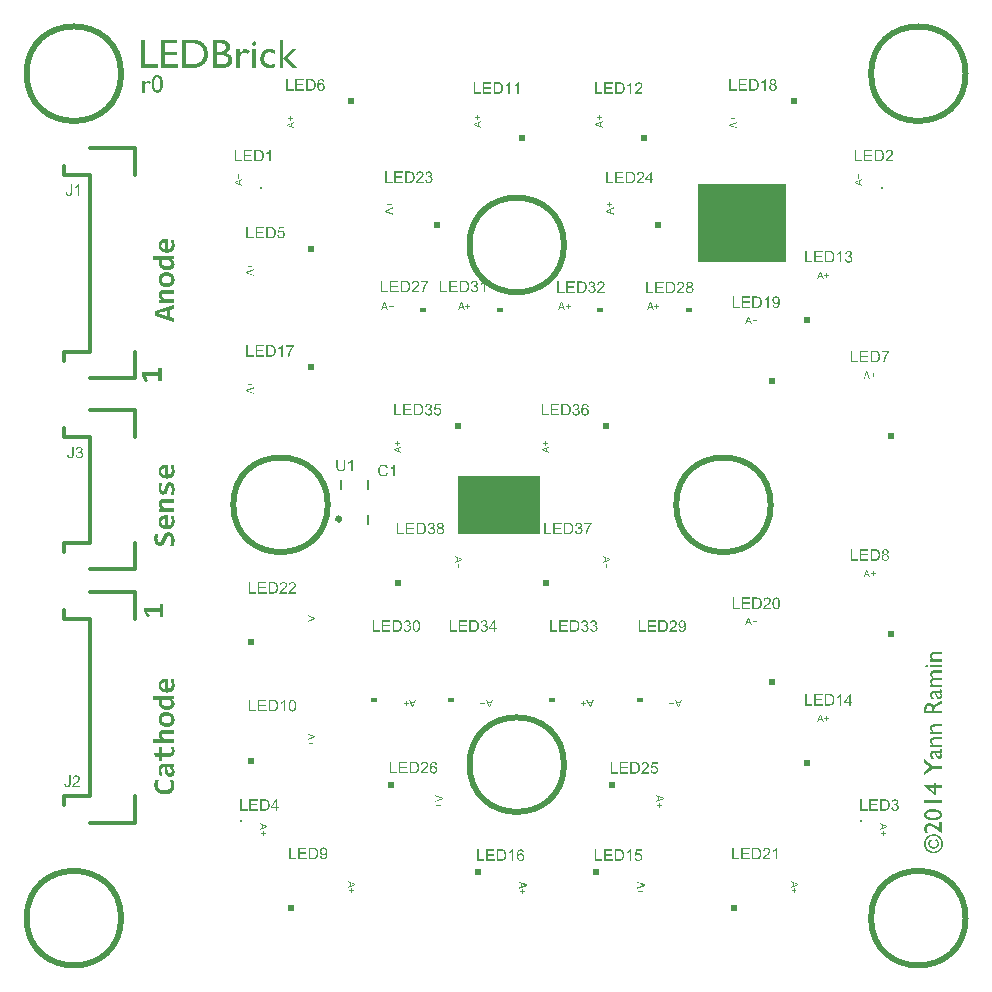
<source format=gto>
%FSLAX25Y25*%
%MOIN*%
G70*
G01*
G75*
G04 Layer_Color=65535*
%ADD10R,0.07087X0.04921*%
%ADD11R,0.03937X0.02362*%
%ADD12R,0.05315X0.03150*%
%ADD13R,0.11811X0.07874*%
%ADD14R,0.05118X0.13780*%
%ADD15R,0.03543X0.13189*%
%ADD16R,0.04134X0.12205*%
%ADD17R,0.02165X0.12205*%
%ADD18R,0.03937X0.11811*%
%ADD19R,0.02756X0.11811*%
%ADD20R,0.01772X0.06693*%
%ADD21R,0.13189X0.03543*%
%ADD22R,0.13780X0.05118*%
%ADD23R,0.12205X0.04134*%
%ADD24R,0.12205X0.02165*%
%ADD25R,0.06890X0.05709*%
%ADD26R,0.01181X0.02953*%
%ADD27R,0.04000X0.04400*%
%ADD28C,0.02500*%
%ADD29C,0.02000*%
%ADD30C,0.01000*%
%ADD31C,0.01200*%
%ADD32C,0.01969*%
%ADD33C,0.01181*%
%ADD34C,0.00787*%
%ADD35R,0.01969X0.01575*%
%ADD36R,0.02000X0.02000*%
%ADD37R,0.01969X0.01969*%
%ADD38R,0.01870X0.01969*%
%ADD39R,0.01083X0.01083*%
%ADD40R,0.01969X0.01969*%
%ADD41R,0.29528X0.26378*%
%ADD42R,0.27559X0.19685*%
G36*
X311410Y409449D02*
X311033D01*
X310741Y410213D01*
X309685D01*
X309409Y409449D01*
X309058D01*
X310019Y411971D01*
X310384D01*
X311410Y409449D01*
D02*
G37*
G36*
X338172Y410836D02*
X338857D01*
Y410548D01*
X338172D01*
Y409856D01*
X337880D01*
Y410548D01*
X337194D01*
Y410836D01*
X337880D01*
Y411522D01*
X338172D01*
Y410836D01*
D02*
G37*
G36*
X312581D02*
X313267D01*
Y410548D01*
X312581D01*
Y409856D01*
X312289D01*
Y410548D01*
X311604D01*
Y410836D01*
X312289D01*
Y411522D01*
X312581D01*
Y410836D01*
D02*
G37*
G36*
X310010Y357905D02*
X310060Y357900D01*
X310120Y357895D01*
X310185Y357885D01*
X310255Y357875D01*
X310405Y357840D01*
X310485Y357815D01*
X310570Y357785D01*
X310650Y357750D01*
X310730Y357715D01*
X310810Y357665D01*
X310885Y357615D01*
X310890Y357610D01*
X310900Y357600D01*
X310925Y357585D01*
X310950Y357560D01*
X310980Y357530D01*
X311020Y357495D01*
X311060Y357450D01*
X311105Y357400D01*
X311150Y357345D01*
X311195Y357285D01*
X311240Y357215D01*
X311285Y357145D01*
X311330Y357065D01*
X311370Y356980D01*
X311410Y356885D01*
X311440Y356790D01*
X310940Y356670D01*
Y356675D01*
X310935Y356690D01*
X310925Y356710D01*
X310915Y356740D01*
X310900Y356775D01*
X310885Y356815D01*
X310840Y356905D01*
X310785Y357005D01*
X310720Y357105D01*
X310640Y357200D01*
X310595Y357240D01*
X310550Y357280D01*
X310545D01*
X310540Y357290D01*
X310525Y357300D01*
X310505Y357310D01*
X310480Y357325D01*
X310450Y357340D01*
X310375Y357380D01*
X310280Y357415D01*
X310170Y357445D01*
X310045Y357465D01*
X309905Y357475D01*
X309860D01*
X309830Y357470D01*
X309795D01*
X309750Y357465D01*
X309700Y357455D01*
X309645Y357450D01*
X309530Y357425D01*
X309405Y357385D01*
X309280Y357330D01*
X309220Y357300D01*
X309160Y357260D01*
X309155D01*
X309145Y357250D01*
X309130Y357240D01*
X309110Y357220D01*
X309060Y357175D01*
X309000Y357110D01*
X308930Y357030D01*
X308860Y356930D01*
X308795Y356820D01*
X308745Y356690D01*
Y356685D01*
X308740Y356675D01*
X308735Y356655D01*
X308725Y356630D01*
X308715Y356595D01*
X308705Y356555D01*
X308695Y356510D01*
X308685Y356465D01*
X308665Y356350D01*
X308645Y356225D01*
X308630Y356090D01*
X308625Y355950D01*
Y355945D01*
Y355930D01*
Y355905D01*
Y355870D01*
X308630Y355825D01*
X308635Y355775D01*
Y355720D01*
X308645Y355660D01*
X308660Y355525D01*
X308685Y355385D01*
X308720Y355235D01*
X308765Y355095D01*
Y355090D01*
X308770Y355080D01*
X308780Y355060D01*
X308795Y355035D01*
X308810Y355005D01*
X308825Y354970D01*
X308875Y354890D01*
X308940Y354800D01*
X309015Y354710D01*
X309105Y354625D01*
X309210Y354550D01*
X309215D01*
X309225Y354540D01*
X309240Y354535D01*
X309265Y354520D01*
X309290Y354510D01*
X309325Y354495D01*
X309405Y354460D01*
X309505Y354425D01*
X309615Y354400D01*
X309735Y354380D01*
X309865Y354370D01*
X309905D01*
X309935Y354375D01*
X309975Y354380D01*
X310015Y354385D01*
X310065Y354390D01*
X310115Y354400D01*
X310230Y354430D01*
X310350Y354475D01*
X310415Y354500D01*
X310475Y354535D01*
X310535Y354570D01*
X310590Y354615D01*
X310595Y354620D01*
X310605Y354625D01*
X310620Y354640D01*
X310640Y354660D01*
X310660Y354685D01*
X310690Y354720D01*
X310720Y354755D01*
X310750Y354800D01*
X310785Y354845D01*
X310820Y354900D01*
X310850Y354960D01*
X310885Y355025D01*
X310915Y355100D01*
X310945Y355175D01*
X310970Y355255D01*
X310995Y355345D01*
X311505Y355215D01*
Y355210D01*
X311495Y355190D01*
X311485Y355155D01*
X311475Y355110D01*
X311455Y355060D01*
X311430Y355000D01*
X311405Y354935D01*
X311370Y354860D01*
X311335Y354785D01*
X311290Y354705D01*
X311245Y354630D01*
X311190Y354550D01*
X311135Y354470D01*
X311070Y354395D01*
X311000Y354325D01*
X310925Y354260D01*
X310920Y354255D01*
X310905Y354245D01*
X310885Y354230D01*
X310850Y354210D01*
X310810Y354185D01*
X310760Y354155D01*
X310705Y354130D01*
X310645Y354100D01*
X310570Y354065D01*
X310495Y354040D01*
X310410Y354010D01*
X310320Y353985D01*
X310225Y353965D01*
X310125Y353950D01*
X310020Y353940D01*
X309910Y353935D01*
X309850D01*
X309805Y353940D01*
X309755Y353945D01*
X309690Y353950D01*
X309625Y353955D01*
X309550Y353965D01*
X309390Y353995D01*
X309220Y354040D01*
X309135Y354070D01*
X309050Y354105D01*
X308970Y354140D01*
X308895Y354185D01*
X308890Y354190D01*
X308880Y354195D01*
X308860Y354210D01*
X308830Y354235D01*
X308800Y354260D01*
X308760Y354290D01*
X308720Y354330D01*
X308675Y354375D01*
X308625Y354420D01*
X308580Y354475D01*
X308530Y354535D01*
X308480Y354605D01*
X308430Y354675D01*
X308385Y354750D01*
X308340Y354835D01*
X308300Y354920D01*
Y354925D01*
X308290Y354940D01*
X308280Y354970D01*
X308270Y355005D01*
X308255Y355050D01*
X308235Y355100D01*
X308220Y355160D01*
X308200Y355230D01*
X308180Y355305D01*
X308165Y355385D01*
X308145Y355470D01*
X308130Y355555D01*
X308110Y355750D01*
X308100Y355950D01*
Y355955D01*
Y355975D01*
Y356010D01*
X308105Y356050D01*
Y356105D01*
X308110Y356165D01*
X308120Y356230D01*
X308130Y356305D01*
X308140Y356385D01*
X308155Y356470D01*
X308195Y356645D01*
X308250Y356820D01*
X308285Y356910D01*
X308325Y356995D01*
X308330Y357000D01*
X308335Y357015D01*
X308350Y357040D01*
X308370Y357070D01*
X308390Y357105D01*
X308420Y357150D01*
X308455Y357195D01*
X308495Y357250D01*
X308585Y357360D01*
X308700Y357470D01*
X308830Y357580D01*
X308905Y357630D01*
X308980Y357675D01*
X308985Y357680D01*
X309000Y357685D01*
X309025Y357695D01*
X309055Y357710D01*
X309095Y357730D01*
X309140Y357750D01*
X309195Y357770D01*
X309255Y357795D01*
X309325Y357815D01*
X309395Y357835D01*
X309555Y357875D01*
X309730Y357900D01*
X309820Y357910D01*
X309970D01*
X310010Y357905D01*
D02*
G37*
G36*
X313715Y354000D02*
X313245D01*
Y357005D01*
X313235Y357000D01*
X313215Y356980D01*
X313175Y356945D01*
X313125Y356905D01*
X313060Y356855D01*
X312980Y356800D01*
X312895Y356740D01*
X312795Y356680D01*
X312790D01*
X312785Y356675D01*
X312770Y356665D01*
X312750Y356655D01*
X312695Y356625D01*
X312630Y356590D01*
X312555Y356550D01*
X312470Y356510D01*
X312385Y356470D01*
X312300Y356435D01*
Y356895D01*
X312305D01*
X312320Y356905D01*
X312340Y356915D01*
X312365Y356930D01*
X312400Y356945D01*
X312440Y356970D01*
X312535Y357020D01*
X312640Y357085D01*
X312760Y357165D01*
X312875Y357250D01*
X312990Y357345D01*
X312995Y357350D01*
X313005Y357355D01*
X313020Y357370D01*
X313040Y357390D01*
X313090Y357440D01*
X313155Y357510D01*
X313220Y357585D01*
X313290Y357675D01*
X313355Y357765D01*
X313410Y357860D01*
X313715D01*
Y354000D01*
D02*
G37*
G36*
X337001Y409449D02*
X336624D01*
X336332Y410213D01*
X335275D01*
X335000Y409449D01*
X334649D01*
X335610Y411971D01*
X335974D01*
X337001Y409449D01*
D02*
G37*
G36*
X365016Y363543D02*
X364293Y363267D01*
Y362268D01*
X365016Y362008D01*
Y361676D01*
X362632Y362585D01*
Y362929D01*
X365016Y363899D01*
Y363543D01*
D02*
G37*
G36*
X385400Y326392D02*
Y326048D01*
X383016Y325077D01*
Y325434D01*
X383738Y325710D01*
Y326708D01*
X383016Y326968D01*
Y327300D01*
X385400Y326392D01*
D02*
G37*
G36*
X363977Y365006D02*
X364631D01*
Y364730D01*
X363977D01*
Y364082D01*
X363704D01*
Y364730D01*
X363057D01*
Y365006D01*
X363704D01*
Y365654D01*
X363977D01*
Y365006D01*
D02*
G37*
G36*
X314765D02*
X315419D01*
Y364730D01*
X314765D01*
Y364082D01*
X314492D01*
Y364730D01*
X313844D01*
Y365006D01*
X314492D01*
Y365654D01*
X314765D01*
Y365006D01*
D02*
G37*
G36*
X315803Y363543D02*
X315081Y363267D01*
Y362268D01*
X315803Y362008D01*
Y361676D01*
X313419Y362585D01*
Y362929D01*
X315803Y363899D01*
Y363543D01*
D02*
G37*
G36*
X322408Y338525D02*
X322502D01*
X322613Y338515D01*
X322727Y338505D01*
X322837Y338490D01*
X322933Y338470D01*
X322937D01*
X322948Y338465D01*
X322968Y338460D01*
X322988Y338455D01*
X323018Y338445D01*
X323053Y338435D01*
X323128Y338410D01*
X323218Y338370D01*
X323312Y338325D01*
X323408Y338265D01*
X323498Y338195D01*
X323502Y338190D01*
X323513Y338185D01*
X323528Y338170D01*
X323548Y338150D01*
X323572Y338125D01*
X323603Y338095D01*
X323633Y338060D01*
X323668Y338020D01*
X323743Y337925D01*
X323817Y337810D01*
X323892Y337685D01*
X323953Y337540D01*
Y337535D01*
X323957Y337520D01*
X323968Y337500D01*
X323977Y337470D01*
X323988Y337430D01*
X324003Y337385D01*
X324018Y337335D01*
X324032Y337275D01*
X324043Y337210D01*
X324058Y337140D01*
X324073Y337065D01*
X324082Y336985D01*
X324102Y336810D01*
X324108Y336625D01*
Y336620D01*
Y336605D01*
Y336585D01*
Y336550D01*
X324102Y336515D01*
Y336470D01*
X324097Y336420D01*
X324093Y336365D01*
X324082Y336245D01*
X324062Y336115D01*
X324038Y335980D01*
X324003Y335850D01*
Y335845D01*
X323997Y335835D01*
X323992Y335815D01*
X323983Y335795D01*
X323973Y335765D01*
X323962Y335730D01*
X323933Y335655D01*
X323898Y335565D01*
X323852Y335470D01*
X323797Y335375D01*
X323743Y335290D01*
X323738Y335280D01*
X323712Y335255D01*
X323682Y335215D01*
X323638Y335165D01*
X323587Y335110D01*
X323528Y335050D01*
X323458Y334995D01*
X323388Y334940D01*
X323377Y334935D01*
X323353Y334920D01*
X323312Y334895D01*
X323257Y334870D01*
X323193Y334840D01*
X323113Y334805D01*
X323023Y334775D01*
X322927Y334750D01*
X322922D01*
X322918Y334745D01*
X322902D01*
X322883Y334740D01*
X322857Y334735D01*
X322828Y334730D01*
X322752Y334720D01*
X322662Y334705D01*
X322557Y334695D01*
X322438Y334690D01*
X322312Y334685D01*
X320928D01*
Y338530D01*
X322362D01*
X322408Y338525D01*
D02*
G37*
G36*
X320132Y338075D02*
X317867D01*
Y336905D01*
X319988D01*
Y336450D01*
X317867D01*
Y335140D01*
X320222D01*
Y334685D01*
X317357D01*
Y338530D01*
X320132D01*
Y338075D01*
D02*
G37*
G36*
X325898Y338540D02*
X325933D01*
X326008Y338530D01*
X326097Y338510D01*
X326192Y338490D01*
X326292Y338455D01*
X326393Y338410D01*
X326397D01*
X326402Y338405D01*
X326417Y338395D01*
X326437Y338385D01*
X326483Y338355D01*
X326542Y338315D01*
X326607Y338260D01*
X326677Y338195D01*
X326743Y338125D01*
X326798Y338040D01*
Y338035D01*
X326802Y338030D01*
X326822Y338000D01*
X326842Y337950D01*
X326872Y337890D01*
X326898Y337815D01*
X326922Y337730D01*
X326938Y337640D01*
X326942Y337545D01*
Y337540D01*
Y337535D01*
Y337505D01*
X326938Y337455D01*
X326927Y337395D01*
X326907Y337325D01*
X326887Y337250D01*
X326852Y337170D01*
X326807Y337090D01*
X326802Y337080D01*
X326782Y337055D01*
X326752Y337020D01*
X326708Y336975D01*
X326653Y336920D01*
X326583Y336865D01*
X326502Y336815D01*
X326413Y336765D01*
X326417D01*
X326428Y336760D01*
X326448Y336755D01*
X326467Y336750D01*
X326498Y336740D01*
X326533Y336725D01*
X326607Y336695D01*
X326693Y336650D01*
X326778Y336590D01*
X326868Y336520D01*
X326942Y336435D01*
Y336430D01*
X326953Y336425D01*
X326962Y336410D01*
X326973Y336390D01*
X326988Y336365D01*
X327003Y336340D01*
X327038Y336265D01*
X327073Y336175D01*
X327102Y336070D01*
X327122Y335955D01*
X327133Y335820D01*
Y335815D01*
Y335800D01*
Y335770D01*
X327128Y335735D01*
X327122Y335690D01*
X327113Y335640D01*
X327102Y335585D01*
X327087Y335525D01*
X327067Y335460D01*
X327043Y335390D01*
X327012Y335320D01*
X326977Y335245D01*
X326933Y335175D01*
X326883Y335100D01*
X326828Y335030D01*
X326763Y334965D01*
X326758Y334960D01*
X326747Y334950D01*
X326728Y334935D01*
X326697Y334910D01*
X326662Y334885D01*
X326618Y334855D01*
X326568Y334825D01*
X326513Y334795D01*
X326448Y334760D01*
X326378Y334730D01*
X326303Y334700D01*
X326218Y334675D01*
X326132Y334650D01*
X326038Y334635D01*
X325942Y334625D01*
X325837Y334620D01*
X325787D01*
X325752Y334625D01*
X325712Y334630D01*
X325662Y334635D01*
X325603Y334645D01*
X325542Y334660D01*
X325413Y334695D01*
X325342Y334720D01*
X325272Y334745D01*
X325198Y334780D01*
X325128Y334820D01*
X325062Y334865D01*
X324997Y334920D01*
X324992Y334925D01*
X324983Y334935D01*
X324968Y334950D01*
X324942Y334975D01*
X324918Y335005D01*
X324887Y335040D01*
X324857Y335085D01*
X324822Y335130D01*
X324793Y335185D01*
X324758Y335245D01*
X324728Y335310D01*
X324697Y335380D01*
X324668Y335455D01*
X324647Y335530D01*
X324627Y335615D01*
X324618Y335705D01*
X325087Y335770D01*
Y335765D01*
X325093Y335750D01*
X325097Y335730D01*
X325102Y335705D01*
X325113Y335670D01*
X325122Y335635D01*
X325152Y335545D01*
X325187Y335450D01*
X325237Y335355D01*
X325292Y335260D01*
X325323Y335220D01*
X325358Y335185D01*
X325367Y335180D01*
X325393Y335160D01*
X325432Y335130D01*
X325493Y335100D01*
X325563Y335065D01*
X325642Y335040D01*
X325738Y335020D01*
X325837Y335010D01*
X325872D01*
X325892Y335015D01*
X325922D01*
X325957Y335020D01*
X326032Y335040D01*
X326122Y335065D01*
X326218Y335105D01*
X326312Y335165D01*
X326358Y335200D01*
X326402Y335240D01*
X326408Y335245D01*
X326413Y335250D01*
X326423Y335265D01*
X326437Y335280D01*
X326478Y335330D01*
X326518Y335400D01*
X326557Y335480D01*
X326597Y335580D01*
X326623Y335690D01*
X326632Y335750D01*
Y335810D01*
Y335815D01*
Y335825D01*
Y335840D01*
X326627Y335865D01*
Y335890D01*
X326623Y335925D01*
X326607Y336000D01*
X326583Y336085D01*
X326542Y336175D01*
X326487Y336260D01*
X326458Y336305D01*
X326417Y336345D01*
X326408Y336355D01*
X326378Y336380D01*
X326332Y336410D01*
X326273Y336450D01*
X326192Y336490D01*
X326102Y336520D01*
X325997Y336545D01*
X325877Y336555D01*
X325822D01*
X325787Y336550D01*
X325738Y336545D01*
X325677Y336535D01*
X325612Y336520D01*
X325542Y336505D01*
X325598Y336920D01*
X325607D01*
X325623Y336915D01*
X325647Y336910D01*
X325703D01*
X325723Y336915D01*
X325782Y336920D01*
X325852Y336930D01*
X325938Y336950D01*
X326027Y336975D01*
X326122Y337015D01*
X326213Y337065D01*
X326218D01*
X326222Y337075D01*
X326253Y337095D01*
X326292Y337135D01*
X326338Y337185D01*
X326382Y337255D01*
X326417Y337340D01*
X326448Y337440D01*
X326452Y337495D01*
X326458Y337555D01*
Y337560D01*
Y337565D01*
X326452Y337600D01*
X326448Y337645D01*
X326437Y337705D01*
X326413Y337770D01*
X326382Y337840D01*
X326338Y337915D01*
X326277Y337980D01*
X326268Y337990D01*
X326248Y338010D01*
X326207Y338035D01*
X326157Y338070D01*
X326093Y338100D01*
X326012Y338130D01*
X325927Y338150D01*
X325828Y338155D01*
X325802D01*
X325782Y338150D01*
X325728Y338145D01*
X325662Y338135D01*
X325592Y338110D01*
X325513Y338080D01*
X325437Y338040D01*
X325362Y337980D01*
X325353Y337970D01*
X325332Y337950D01*
X325303Y337910D01*
X325268Y337850D01*
X325227Y337780D01*
X325187Y337690D01*
X325157Y337585D01*
X325132Y337465D01*
X324662Y337550D01*
Y337555D01*
X324668Y337570D01*
X324673Y337595D01*
X324682Y337630D01*
X324693Y337665D01*
X324708Y337715D01*
X324723Y337765D01*
X324743Y337820D01*
X324798Y337935D01*
X324863Y338055D01*
X324948Y338175D01*
X324997Y338230D01*
X325052Y338280D01*
X325058Y338285D01*
X325067Y338290D01*
X325082Y338305D01*
X325108Y338320D01*
X325137Y338340D01*
X325172Y338365D01*
X325218Y338390D01*
X325262Y338415D01*
X325318Y338435D01*
X325373Y338460D01*
X325502Y338505D01*
X325653Y338535D01*
X325732Y338540D01*
X325817Y338545D01*
X325872D01*
X325898Y338540D01*
D02*
G37*
G36*
X369275Y338075D02*
X367010D01*
Y336905D01*
X369130D01*
Y336450D01*
X367010D01*
Y335140D01*
X369365D01*
Y334685D01*
X366500D01*
Y338530D01*
X369275D01*
Y338075D01*
D02*
G37*
G36*
X363995Y335140D02*
X365885D01*
Y334685D01*
X363485D01*
Y338530D01*
X363995D01*
Y335140D01*
D02*
G37*
G36*
X314852D02*
X316742D01*
Y334685D01*
X314342D01*
Y338530D01*
X314852D01*
Y335140D01*
D02*
G37*
G36*
X297206Y357333D02*
Y357328D01*
Y357308D01*
Y357278D01*
Y357238D01*
X297201Y357188D01*
Y357133D01*
X297196Y357068D01*
X297191Y357003D01*
X297171Y356853D01*
X297151Y356698D01*
X297116Y356548D01*
X297096Y356478D01*
X297071Y356413D01*
Y356408D01*
X297066Y356398D01*
X297056Y356378D01*
X297046Y356358D01*
X297031Y356328D01*
X297011Y356293D01*
X296961Y356218D01*
X296896Y356128D01*
X296816Y356038D01*
X296716Y355943D01*
X296656Y355898D01*
X296596Y355858D01*
X296591D01*
X296581Y355848D01*
X296561Y355838D01*
X296536Y355823D01*
X296501Y355808D01*
X296461Y355793D01*
X296411Y355773D01*
X296356Y355753D01*
X296296Y355733D01*
X296226Y355713D01*
X296156Y355698D01*
X296076Y355683D01*
X295991Y355668D01*
X295901Y355658D01*
X295801Y355653D01*
X295701Y355648D01*
X295651D01*
X295611Y355653D01*
X295566D01*
X295511Y355658D01*
X295451Y355663D01*
X295386Y355673D01*
X295246Y355693D01*
X295101Y355728D01*
X294951Y355773D01*
X294816Y355833D01*
X294811D01*
X294801Y355843D01*
X294781Y355853D01*
X294761Y355868D01*
X294701Y355908D01*
X294626Y355968D01*
X294546Y356043D01*
X294466Y356138D01*
X294391Y356243D01*
X294326Y356368D01*
Y356373D01*
X294321Y356383D01*
X294311Y356403D01*
X294306Y356433D01*
X294291Y356468D01*
X294281Y356513D01*
X294266Y356563D01*
X294256Y356623D01*
X294241Y356688D01*
X294226Y356758D01*
X294216Y356838D01*
X294206Y356923D01*
X294196Y357018D01*
X294186Y357118D01*
X294181Y357223D01*
Y357333D01*
Y359558D01*
X294691D01*
Y357338D01*
Y357333D01*
Y357318D01*
Y357288D01*
Y357258D01*
X294696Y357213D01*
Y357168D01*
X294701Y357113D01*
Y357058D01*
X294711Y356938D01*
X294731Y356813D01*
X294751Y356698D01*
X294766Y356648D01*
X294781Y356598D01*
Y356593D01*
X294786Y356588D01*
X294801Y356558D01*
X294821Y356518D01*
X294856Y356463D01*
X294901Y356408D01*
X294956Y356343D01*
X295021Y356288D01*
X295101Y356233D01*
X295106D01*
X295111Y356228D01*
X295141Y356213D01*
X295191Y356193D01*
X295256Y356173D01*
X295336Y356148D01*
X295431Y356128D01*
X295536Y356113D01*
X295656Y356108D01*
X295711D01*
X295746Y356113D01*
X295791Y356118D01*
X295846Y356123D01*
X295906Y356128D01*
X295966Y356138D01*
X296096Y356168D01*
X296231Y356213D01*
X296291Y356243D01*
X296351Y356278D01*
X296406Y356313D01*
X296456Y356358D01*
X296461Y356363D01*
X296466Y356373D01*
X296476Y356388D01*
X296496Y356408D01*
X296511Y356438D01*
X296531Y356478D01*
X296556Y356523D01*
X296576Y356578D01*
X296601Y356638D01*
X296621Y356708D01*
X296641Y356788D01*
X296661Y356878D01*
X296676Y356978D01*
X296686Y357088D01*
X296691Y357208D01*
X296696Y357338D01*
Y359558D01*
X297206D01*
Y357333D01*
D02*
G37*
G36*
X299641Y355713D02*
X299171D01*
Y358718D01*
X299161Y358713D01*
X299141Y358693D01*
X299101Y358658D01*
X299051Y358618D01*
X298986Y358568D01*
X298906Y358513D01*
X298821Y358453D01*
X298721Y358393D01*
X298716D01*
X298711Y358388D01*
X298696Y358378D01*
X298676Y358368D01*
X298621Y358338D01*
X298556Y358303D01*
X298481Y358263D01*
X298396Y358223D01*
X298311Y358183D01*
X298226Y358148D01*
Y358608D01*
X298231D01*
X298246Y358618D01*
X298266Y358628D01*
X298291Y358643D01*
X298326Y358658D01*
X298366Y358683D01*
X298461Y358733D01*
X298566Y358798D01*
X298686Y358878D01*
X298801Y358963D01*
X298916Y359058D01*
X298921Y359063D01*
X298931Y359068D01*
X298946Y359083D01*
X298966Y359103D01*
X299016Y359153D01*
X299081Y359223D01*
X299146Y359298D01*
X299216Y359388D01*
X299281Y359478D01*
X299336Y359573D01*
X299641D01*
Y355713D01*
D02*
G37*
G36*
X206625Y361225D02*
Y361220D01*
Y361205D01*
Y361180D01*
Y361145D01*
X206620Y361105D01*
Y361060D01*
X206615Y361005D01*
X206610Y360950D01*
X206595Y360830D01*
X206575Y360705D01*
X206545Y360585D01*
X206525Y360525D01*
X206505Y360475D01*
Y360470D01*
X206500Y360465D01*
X206495Y360450D01*
X206485Y360430D01*
X206455Y360385D01*
X206415Y360325D01*
X206365Y360260D01*
X206300Y360195D01*
X206225Y360130D01*
X206135Y360070D01*
X206130D01*
X206125Y360065D01*
X206110Y360060D01*
X206090Y360050D01*
X206040Y360025D01*
X205965Y360005D01*
X205880Y359980D01*
X205780Y359955D01*
X205665Y359940D01*
X205540Y359935D01*
X205490D01*
X205455Y359940D01*
X205415Y359945D01*
X205365Y359950D01*
X205310Y359960D01*
X205255Y359970D01*
X205130Y360005D01*
X205065Y360030D01*
X205000Y360060D01*
X204935Y360090D01*
X204875Y360130D01*
X204820Y360175D01*
X204765Y360225D01*
X204760Y360230D01*
X204755Y360240D01*
X204740Y360255D01*
X204725Y360280D01*
X204705Y360310D01*
X204680Y360345D01*
X204655Y360390D01*
X204630Y360440D01*
X204610Y360500D01*
X204585Y360565D01*
X204565Y360635D01*
X204545Y360710D01*
X204530Y360795D01*
X204515Y360885D01*
X204510Y360980D01*
Y361085D01*
X204970Y361150D01*
Y361145D01*
Y361130D01*
Y361110D01*
X204975Y361080D01*
X204980Y361045D01*
X204985Y361005D01*
X204995Y360910D01*
X205015Y360810D01*
X205045Y360710D01*
X205080Y360620D01*
X205105Y360585D01*
X205130Y360550D01*
X205135Y360545D01*
X205160Y360525D01*
X205190Y360500D01*
X205240Y360470D01*
X205295Y360440D01*
X205365Y360415D01*
X205450Y360395D01*
X205540Y360390D01*
X205570D01*
X205610Y360395D01*
X205655Y360400D01*
X205705Y360410D01*
X205760Y360425D01*
X205815Y360445D01*
X205870Y360475D01*
X205875Y360480D01*
X205895Y360490D01*
X205915Y360510D01*
X205945Y360540D01*
X205980Y360575D01*
X206010Y360615D01*
X206040Y360660D01*
X206060Y360715D01*
X206065Y360720D01*
X206070Y360745D01*
X206080Y360780D01*
X206090Y360830D01*
X206100Y360900D01*
X206105Y360980D01*
X206115Y361080D01*
Y361195D01*
Y363845D01*
X206625D01*
Y361225D01*
D02*
G37*
G36*
X328938Y338540D02*
X328977Y338535D01*
X329028Y338530D01*
X329082Y338520D01*
X329142Y338510D01*
X329273Y338475D01*
X329338Y338450D01*
X329408Y338420D01*
X329472Y338385D01*
X329542Y338350D01*
X329603Y338300D01*
X329662Y338250D01*
X329667Y338245D01*
X329678Y338235D01*
X329693Y338220D01*
X329713Y338200D01*
X329732Y338170D01*
X329763Y338135D01*
X329787Y338095D01*
X329818Y338055D01*
X329872Y337950D01*
X329923Y337830D01*
X329942Y337760D01*
X329958Y337690D01*
X329967Y337615D01*
X329973Y337540D01*
Y337535D01*
Y337530D01*
Y337515D01*
Y337495D01*
X329967Y337445D01*
X329953Y337380D01*
X329938Y337305D01*
X329912Y337230D01*
X329877Y337150D01*
X329827Y337070D01*
X329822Y337060D01*
X329802Y337040D01*
X329767Y337005D01*
X329722Y336960D01*
X329662Y336910D01*
X329588Y336860D01*
X329503Y336810D01*
X329402Y336765D01*
X329408D01*
X329417Y336760D01*
X329437Y336755D01*
X329463Y336745D01*
X329492Y336730D01*
X329522Y336715D01*
X329603Y336675D01*
X329693Y336625D01*
X329783Y336560D01*
X329868Y336485D01*
X329942Y336395D01*
Y336390D01*
X329953Y336385D01*
X329958Y336370D01*
X329973Y336350D01*
X329988Y336325D01*
X330002Y336295D01*
X330037Y336225D01*
X330067Y336135D01*
X330098Y336030D01*
X330118Y335910D01*
X330128Y335780D01*
Y335775D01*
Y335760D01*
Y335735D01*
X330122Y335700D01*
X330118Y335655D01*
X330107Y335605D01*
X330098Y335555D01*
X330083Y335495D01*
X330067Y335430D01*
X330043Y335365D01*
X330012Y335295D01*
X329982Y335225D01*
X329938Y335155D01*
X329892Y335085D01*
X329837Y335020D01*
X329778Y334955D01*
X329772Y334950D01*
X329763Y334940D01*
X329743Y334925D01*
X329713Y334905D01*
X329678Y334875D01*
X329638Y334850D01*
X329588Y334820D01*
X329533Y334790D01*
X329468Y334755D01*
X329402Y334725D01*
X329328Y334700D01*
X329242Y334675D01*
X329157Y334650D01*
X329063Y334635D01*
X328967Y334625D01*
X328863Y334620D01*
X328807D01*
X328767Y334625D01*
X328717Y334630D01*
X328662Y334640D01*
X328603Y334650D01*
X328533Y334660D01*
X328387Y334700D01*
X328312Y334730D01*
X328233Y334760D01*
X328157Y334800D01*
X328082Y334845D01*
X328012Y334895D01*
X327942Y334955D01*
X327938Y334960D01*
X327927Y334970D01*
X327912Y334990D01*
X327888Y335015D01*
X327863Y335050D01*
X327833Y335090D01*
X327802Y335135D01*
X327772Y335185D01*
X327737Y335245D01*
X327708Y335305D01*
X327677Y335375D01*
X327653Y335450D01*
X327627Y335530D01*
X327612Y335615D01*
X327603Y335705D01*
X327597Y335795D01*
Y335800D01*
Y335810D01*
Y335830D01*
X327603Y335860D01*
Y335890D01*
X327607Y335925D01*
X327623Y336015D01*
X327642Y336115D01*
X327677Y336215D01*
X327723Y336320D01*
X327787Y336420D01*
Y336425D01*
X327798Y336430D01*
X327822Y336460D01*
X327868Y336505D01*
X327927Y336560D01*
X328003Y336615D01*
X328098Y336675D01*
X328203Y336725D01*
X328327Y336765D01*
X328323D01*
X328312Y336770D01*
X328297Y336775D01*
X328277Y336785D01*
X328227Y336810D01*
X328163Y336845D01*
X328093Y336890D01*
X328017Y336940D01*
X327953Y337005D01*
X327892Y337075D01*
X327888Y337085D01*
X327872Y337110D01*
X327848Y337155D01*
X327822Y337210D01*
X327798Y337280D01*
X327772Y337360D01*
X327758Y337450D01*
X327752Y337550D01*
Y337555D01*
Y337570D01*
Y337590D01*
X327758Y337620D01*
X327763Y337655D01*
X327767Y337700D01*
X327793Y337795D01*
X327828Y337905D01*
X327853Y337965D01*
X327877Y338025D01*
X327912Y338085D01*
X327953Y338145D01*
X327997Y338200D01*
X328052Y338255D01*
X328058Y338260D01*
X328067Y338270D01*
X328082Y338280D01*
X328108Y338300D01*
X328137Y338320D01*
X328172Y338345D01*
X328218Y338375D01*
X328268Y338400D01*
X328317Y338425D01*
X328378Y338455D01*
X328448Y338480D01*
X328518Y338500D01*
X328592Y338520D01*
X328673Y338535D01*
X328763Y338540D01*
X328853Y338545D01*
X328903D01*
X328938Y338540D01*
D02*
G37*
G36*
X208545Y363855D02*
X208580D01*
X208655Y363845D01*
X208745Y363825D01*
X208840Y363805D01*
X208940Y363770D01*
X209040Y363725D01*
X209045D01*
X209050Y363720D01*
X209065Y363710D01*
X209085Y363700D01*
X209130Y363670D01*
X209190Y363630D01*
X209255Y363575D01*
X209325Y363510D01*
X209390Y363440D01*
X209445Y363355D01*
Y363350D01*
X209450Y363345D01*
X209470Y363315D01*
X209490Y363265D01*
X209520Y363205D01*
X209545Y363130D01*
X209570Y363045D01*
X209585Y362955D01*
X209590Y362860D01*
Y362855D01*
Y362850D01*
Y362820D01*
X209585Y362770D01*
X209575Y362710D01*
X209555Y362640D01*
X209535Y362565D01*
X209500Y362485D01*
X209455Y362405D01*
X209450Y362395D01*
X209430Y362370D01*
X209400Y362335D01*
X209355Y362290D01*
X209300Y362235D01*
X209230Y362180D01*
X209150Y362130D01*
X209060Y362080D01*
X209065D01*
X209075Y362075D01*
X209095Y362070D01*
X209115Y362065D01*
X209145Y362055D01*
X209180Y362040D01*
X209255Y362010D01*
X209340Y361965D01*
X209425Y361905D01*
X209515Y361835D01*
X209590Y361750D01*
Y361745D01*
X209600Y361740D01*
X209610Y361725D01*
X209620Y361705D01*
X209635Y361680D01*
X209650Y361655D01*
X209685Y361580D01*
X209720Y361490D01*
X209750Y361385D01*
X209770Y361270D01*
X209780Y361135D01*
Y361130D01*
Y361115D01*
Y361085D01*
X209775Y361050D01*
X209770Y361005D01*
X209760Y360955D01*
X209750Y360900D01*
X209735Y360840D01*
X209715Y360775D01*
X209690Y360705D01*
X209660Y360635D01*
X209625Y360560D01*
X209580Y360490D01*
X209530Y360415D01*
X209475Y360345D01*
X209410Y360280D01*
X209405Y360275D01*
X209395Y360265D01*
X209375Y360250D01*
X209345Y360225D01*
X209310Y360200D01*
X209265Y360170D01*
X209215Y360140D01*
X209160Y360110D01*
X209095Y360075D01*
X209025Y360045D01*
X208950Y360015D01*
X208865Y359990D01*
X208780Y359965D01*
X208685Y359950D01*
X208590Y359940D01*
X208485Y359935D01*
X208435D01*
X208400Y359940D01*
X208360Y359945D01*
X208310Y359950D01*
X208250Y359960D01*
X208190Y359975D01*
X208060Y360010D01*
X207990Y360035D01*
X207920Y360060D01*
X207845Y360095D01*
X207775Y360135D01*
X207710Y360180D01*
X207645Y360235D01*
X207640Y360240D01*
X207630Y360250D01*
X207615Y360265D01*
X207590Y360290D01*
X207565Y360320D01*
X207535Y360355D01*
X207505Y360400D01*
X207470Y360445D01*
X207440Y360500D01*
X207405Y360560D01*
X207375Y360625D01*
X207345Y360695D01*
X207315Y360770D01*
X207295Y360845D01*
X207275Y360930D01*
X207265Y361020D01*
X207735Y361085D01*
Y361080D01*
X207740Y361065D01*
X207745Y361045D01*
X207750Y361020D01*
X207760Y360985D01*
X207770Y360950D01*
X207800Y360860D01*
X207835Y360765D01*
X207885Y360670D01*
X207940Y360575D01*
X207970Y360535D01*
X208005Y360500D01*
X208015Y360495D01*
X208040Y360475D01*
X208080Y360445D01*
X208140Y360415D01*
X208210Y360380D01*
X208290Y360355D01*
X208385Y360335D01*
X208485Y360325D01*
X208520D01*
X208540Y360330D01*
X208570D01*
X208605Y360335D01*
X208680Y360355D01*
X208770Y360380D01*
X208865Y360420D01*
X208960Y360480D01*
X209005Y360515D01*
X209050Y360555D01*
X209055Y360560D01*
X209060Y360565D01*
X209070Y360580D01*
X209085Y360595D01*
X209125Y360645D01*
X209165Y360715D01*
X209205Y360795D01*
X209245Y360895D01*
X209270Y361005D01*
X209280Y361065D01*
Y361125D01*
Y361130D01*
Y361140D01*
Y361155D01*
X209275Y361180D01*
Y361205D01*
X209270Y361240D01*
X209255Y361315D01*
X209230Y361400D01*
X209190Y361490D01*
X209135Y361575D01*
X209105Y361620D01*
X209065Y361660D01*
X209055Y361670D01*
X209025Y361695D01*
X208980Y361725D01*
X208920Y361765D01*
X208840Y361805D01*
X208750Y361835D01*
X208645Y361860D01*
X208525Y361870D01*
X208470D01*
X208435Y361865D01*
X208385Y361860D01*
X208325Y361850D01*
X208260Y361835D01*
X208190Y361820D01*
X208245Y362235D01*
X208255D01*
X208270Y362230D01*
X208295Y362225D01*
X208350D01*
X208370Y362230D01*
X208430Y362235D01*
X208500Y362245D01*
X208585Y362265D01*
X208675Y362290D01*
X208770Y362330D01*
X208860Y362380D01*
X208865D01*
X208870Y362390D01*
X208900Y362410D01*
X208940Y362450D01*
X208985Y362500D01*
X209030Y362570D01*
X209065Y362655D01*
X209095Y362755D01*
X209100Y362810D01*
X209105Y362870D01*
Y362875D01*
Y362880D01*
X209100Y362915D01*
X209095Y362960D01*
X209085Y363020D01*
X209060Y363085D01*
X209030Y363155D01*
X208985Y363230D01*
X208925Y363295D01*
X208915Y363305D01*
X208895Y363325D01*
X208855Y363350D01*
X208805Y363385D01*
X208740Y363415D01*
X208660Y363445D01*
X208575Y363465D01*
X208475Y363470D01*
X208450D01*
X208430Y363465D01*
X208375Y363460D01*
X208310Y363450D01*
X208240Y363425D01*
X208160Y363395D01*
X208085Y363355D01*
X208010Y363295D01*
X208000Y363285D01*
X207980Y363265D01*
X207950Y363225D01*
X207915Y363165D01*
X207875Y363095D01*
X207835Y363005D01*
X207805Y362900D01*
X207780Y362780D01*
X207310Y362865D01*
Y362870D01*
X207315Y362885D01*
X207320Y362910D01*
X207330Y362945D01*
X207340Y362980D01*
X207355Y363030D01*
X207370Y363080D01*
X207390Y363135D01*
X207445Y363250D01*
X207510Y363370D01*
X207595Y363490D01*
X207645Y363545D01*
X207700Y363595D01*
X207705Y363600D01*
X207715Y363605D01*
X207730Y363620D01*
X207755Y363635D01*
X207785Y363655D01*
X207820Y363680D01*
X207865Y363705D01*
X207910Y363730D01*
X207965Y363750D01*
X208020Y363775D01*
X208150Y363820D01*
X208300Y363850D01*
X208380Y363855D01*
X208465Y363860D01*
X208520D01*
X208545Y363855D01*
D02*
G37*
G36*
X384327Y324247D02*
X384975D01*
Y323971D01*
X384327D01*
Y323323D01*
X384054D01*
Y323971D01*
X383400D01*
Y324247D01*
X384054D01*
Y324894D01*
X384327D01*
Y324247D01*
D02*
G37*
G36*
X381972Y473605D02*
X382664D01*
Y473313D01*
X381972D01*
Y472627D01*
X381683D01*
Y473313D01*
X380998D01*
Y473605D01*
X381683D01*
Y474290D01*
X381972D01*
Y473605D01*
D02*
G37*
G36*
X383071Y472057D02*
X382307Y471765D01*
Y470709D01*
X383071Y470433D01*
Y470082D01*
X380549Y471043D01*
Y471407D01*
X383071Y472434D01*
Y472057D01*
D02*
G37*
G36*
X279976Y471810D02*
X279253Y471534D01*
Y470536D01*
X279976Y470276D01*
Y469944D01*
X277592Y470852D01*
Y471196D01*
X279976Y472167D01*
Y471810D01*
D02*
G37*
G36*
X262795Y452667D02*
X262031Y452375D01*
Y451319D01*
X262795Y451043D01*
Y450692D01*
X260273Y451653D01*
Y452017D01*
X262795Y453044D01*
Y452667D01*
D02*
G37*
G36*
X278937Y473273D02*
X279591D01*
Y472998D01*
X278937D01*
Y472350D01*
X278664D01*
Y472998D01*
X278016D01*
Y473273D01*
X278664D01*
Y473921D01*
X278937D01*
Y473273D01*
D02*
G37*
G36*
X426575D02*
X427229D01*
Y472998D01*
X426575D01*
Y472350D01*
X426302D01*
Y472998D01*
X425654D01*
Y473273D01*
X426302D01*
Y473921D01*
X426575D01*
Y473273D01*
D02*
G37*
G36*
X401164Y410836D02*
X401849D01*
Y410548D01*
X401164D01*
Y409856D01*
X400872D01*
Y410548D01*
X400186D01*
Y410836D01*
X400872D01*
Y411522D01*
X401164D01*
Y410836D01*
D02*
G37*
G36*
X399993Y409449D02*
X399616D01*
X399324Y410213D01*
X398268D01*
X397992Y409449D01*
X397641D01*
X398602Y411971D01*
X398966D01*
X399993Y409449D01*
D02*
G37*
G36*
X386614Y443218D02*
X385850Y442926D01*
Y441870D01*
X386614Y441594D01*
Y441243D01*
X384092Y442205D01*
Y442569D01*
X386614Y443595D01*
Y443218D01*
D02*
G37*
G36*
X427613Y471810D02*
X426891Y471534D01*
Y470536D01*
X427613Y470276D01*
Y469944D01*
X425230Y470852D01*
Y471196D01*
X427613Y472167D01*
Y471810D01*
D02*
G37*
G36*
X385515Y444766D02*
X386208D01*
Y444474D01*
X385515D01*
Y443789D01*
X385227D01*
Y444474D01*
X384541D01*
Y444766D01*
X385227D01*
Y445452D01*
X385515D01*
Y444766D01*
D02*
G37*
G36*
X266590Y422598D02*
X265868Y422322D01*
Y421323D01*
X266590Y421063D01*
Y420731D01*
X264207Y421640D01*
Y421984D01*
X266590Y422954D01*
Y422598D01*
D02*
G37*
G36*
X341421Y473605D02*
X342113D01*
Y473313D01*
X341421D01*
Y472627D01*
X341132D01*
Y473313D01*
X340447D01*
Y473605D01*
X341132D01*
Y474290D01*
X341421D01*
Y473605D01*
D02*
G37*
G36*
X265552Y424061D02*
X266206D01*
Y423785D01*
X265552D01*
Y423137D01*
X265279D01*
Y423785D01*
X264631D01*
Y424061D01*
X265279D01*
Y424709D01*
X265552D01*
Y424061D01*
D02*
G37*
G36*
X336187Y326392D02*
Y326048D01*
X333803Y325077D01*
Y325434D01*
X334525Y325710D01*
Y326708D01*
X333803Y326968D01*
Y327300D01*
X336187Y326392D01*
D02*
G37*
G36*
X335114Y324247D02*
X335762D01*
Y323971D01*
X335114D01*
Y323323D01*
X334842D01*
Y323971D01*
X334188D01*
Y324247D01*
X334842D01*
Y324894D01*
X335114D01*
Y324247D01*
D02*
G37*
G36*
X342520Y472057D02*
X341756Y471765D01*
Y470709D01*
X342520Y470433D01*
Y470082D01*
X339997Y471043D01*
Y471407D01*
X342520Y472434D01*
Y472057D01*
D02*
G37*
G36*
X312992Y443218D02*
X312228Y442926D01*
Y441870D01*
X312992Y441594D01*
Y441243D01*
X310470Y442205D01*
Y442569D01*
X312992Y443595D01*
Y443218D01*
D02*
G37*
G36*
X261697Y454215D02*
X262388D01*
Y453923D01*
X261697D01*
Y453237D01*
X261408D01*
Y453923D01*
X260722D01*
Y454215D01*
X261408D01*
Y454901D01*
X261697D01*
Y454215D01*
D02*
G37*
G36*
X311893Y444766D02*
X312585D01*
Y444474D01*
X311893D01*
Y443789D01*
X311605D01*
Y444474D01*
X310919D01*
Y444766D01*
X311605D01*
Y445452D01*
X311893D01*
Y444766D01*
D02*
G37*
G36*
X265552Y384691D02*
X266206D01*
Y384415D01*
X265552D01*
Y383767D01*
X265279D01*
Y384415D01*
X264631D01*
Y384691D01*
X265279D01*
Y385339D01*
X265552D01*
Y384691D01*
D02*
G37*
G36*
X266590Y383228D02*
X265868Y382952D01*
Y381954D01*
X266590Y381693D01*
Y381361D01*
X264207Y382270D01*
Y382614D01*
X266590Y383584D01*
Y383228D01*
D02*
G37*
G36*
X322149Y455625D02*
X322199Y455620D01*
X322254Y455615D01*
X322314Y455605D01*
X322379Y455590D01*
X322519Y455555D01*
X322589Y455530D01*
X322664Y455500D01*
X322739Y455465D01*
X322809Y455420D01*
X322874Y455375D01*
X322939Y455320D01*
X322944Y455315D01*
X322954Y455305D01*
X322969Y455290D01*
X322989Y455265D01*
X323014Y455235D01*
X323044Y455200D01*
X323069Y455160D01*
X323104Y455110D01*
X323134Y455060D01*
X323159Y455000D01*
X323214Y454870D01*
X323234Y454800D01*
X323249Y454725D01*
X323259Y454645D01*
X323264Y454560D01*
Y454550D01*
Y454520D01*
X323259Y454475D01*
X323254Y454415D01*
X323239Y454350D01*
X323224Y454270D01*
X323199Y454190D01*
X323169Y454105D01*
X323164Y454095D01*
X323149Y454065D01*
X323129Y454020D01*
X323094Y453965D01*
X323049Y453895D01*
X322994Y453815D01*
X322929Y453725D01*
X322854Y453635D01*
Y453630D01*
X322844Y453625D01*
X322829Y453610D01*
X322814Y453590D01*
X322789Y453565D01*
X322759Y453535D01*
X322724Y453500D01*
X322679Y453460D01*
X322634Y453415D01*
X322579Y453365D01*
X322519Y453305D01*
X322454Y453245D01*
X322379Y453180D01*
X322304Y453115D01*
X322214Y453040D01*
X322124Y452960D01*
X322119Y452955D01*
X322104Y452945D01*
X322084Y452925D01*
X322054Y452905D01*
X322024Y452875D01*
X321984Y452840D01*
X321899Y452765D01*
X321804Y452685D01*
X321714Y452605D01*
X321674Y452570D01*
X321639Y452535D01*
X321604Y452500D01*
X321579Y452475D01*
X321574Y452470D01*
X321559Y452455D01*
X321539Y452430D01*
X321509Y452395D01*
X321479Y452360D01*
X321444Y452315D01*
X321379Y452225D01*
X323269D01*
Y451770D01*
X320724D01*
Y451780D01*
Y451800D01*
Y451830D01*
X320729Y451875D01*
X320734Y451925D01*
X320744Y451980D01*
X320759Y452035D01*
X320779Y452095D01*
Y452100D01*
X320784Y452105D01*
X320789Y452120D01*
X320799Y452140D01*
X320819Y452190D01*
X320854Y452255D01*
X320899Y452335D01*
X320949Y452420D01*
X321014Y452510D01*
X321089Y452605D01*
X321094Y452610D01*
X321099Y452615D01*
X321114Y452630D01*
X321129Y452650D01*
X321179Y452705D01*
X321249Y452775D01*
X321334Y452860D01*
X321439Y452960D01*
X321564Y453070D01*
X321709Y453190D01*
X321714Y453195D01*
X321734Y453215D01*
X321769Y453240D01*
X321809Y453275D01*
X321859Y453320D01*
X321919Y453370D01*
X321984Y453425D01*
X322049Y453485D01*
X322189Y453615D01*
X322329Y453750D01*
X322394Y453820D01*
X322454Y453885D01*
X322509Y453945D01*
X322554Y454005D01*
X322559Y454010D01*
X322564Y454020D01*
X322574Y454035D01*
X322589Y454055D01*
X322604Y454085D01*
X322624Y454115D01*
X322669Y454190D01*
X322709Y454275D01*
X322744Y454370D01*
X322769Y454475D01*
X322779Y454525D01*
Y454575D01*
Y454580D01*
Y454590D01*
Y454600D01*
X322774Y454620D01*
X322769Y454675D01*
X322754Y454740D01*
X322729Y454815D01*
X322694Y454890D01*
X322644Y454970D01*
X322574Y455045D01*
X322564Y455055D01*
X322539Y455075D01*
X322494Y455105D01*
X322434Y455145D01*
X322359Y455180D01*
X322269Y455210D01*
X322164Y455230D01*
X322049Y455240D01*
X322014D01*
X321994Y455235D01*
X321964D01*
X321929Y455230D01*
X321854Y455215D01*
X321769Y455190D01*
X321674Y455155D01*
X321584Y455105D01*
X321504Y455035D01*
X321494Y455025D01*
X321474Y455000D01*
X321439Y454950D01*
X321404Y454890D01*
X321364Y454805D01*
X321329Y454710D01*
X321309Y454600D01*
X321299Y454470D01*
X320814Y454520D01*
Y454525D01*
X320819Y454545D01*
Y454570D01*
X320824Y454610D01*
X320834Y454655D01*
X320844Y454705D01*
X320859Y454765D01*
X320879Y454825D01*
X320924Y454960D01*
X320954Y455030D01*
X320989Y455095D01*
X321029Y455165D01*
X321074Y455230D01*
X321124Y455290D01*
X321184Y455345D01*
X321189Y455350D01*
X321199Y455355D01*
X321219Y455370D01*
X321244Y455390D01*
X321279Y455410D01*
X321319Y455435D01*
X321364Y455460D01*
X321419Y455490D01*
X321479Y455515D01*
X321544Y455540D01*
X321614Y455565D01*
X321694Y455585D01*
X321774Y455605D01*
X321864Y455620D01*
X321959Y455625D01*
X322059Y455630D01*
X322114D01*
X322149Y455625D01*
D02*
G37*
G36*
X318584Y455610D02*
X318679D01*
X318789Y455600D01*
X318904Y455590D01*
X319014Y455575D01*
X319109Y455555D01*
X319114D01*
X319124Y455550D01*
X319144Y455545D01*
X319164Y455540D01*
X319194Y455530D01*
X319229Y455520D01*
X319304Y455495D01*
X319394Y455455D01*
X319489Y455410D01*
X319584Y455350D01*
X319674Y455280D01*
X319679Y455275D01*
X319689Y455270D01*
X319704Y455255D01*
X319724Y455235D01*
X319749Y455210D01*
X319779Y455180D01*
X319809Y455145D01*
X319844Y455105D01*
X319919Y455010D01*
X319994Y454895D01*
X320069Y454770D01*
X320129Y454625D01*
Y454620D01*
X320134Y454605D01*
X320144Y454585D01*
X320154Y454555D01*
X320164Y454515D01*
X320179Y454470D01*
X320194Y454420D01*
X320209Y454360D01*
X320219Y454295D01*
X320234Y454225D01*
X320249Y454150D01*
X320259Y454070D01*
X320279Y453895D01*
X320284Y453710D01*
Y453705D01*
Y453690D01*
Y453670D01*
Y453635D01*
X320279Y453600D01*
Y453555D01*
X320274Y453505D01*
X320269Y453450D01*
X320259Y453330D01*
X320239Y453200D01*
X320214Y453065D01*
X320179Y452935D01*
Y452930D01*
X320174Y452920D01*
X320169Y452900D01*
X320159Y452880D01*
X320149Y452850D01*
X320139Y452815D01*
X320109Y452740D01*
X320074Y452650D01*
X320029Y452555D01*
X319974Y452460D01*
X319919Y452375D01*
X319914Y452365D01*
X319889Y452340D01*
X319859Y452300D01*
X319814Y452250D01*
X319764Y452195D01*
X319704Y452135D01*
X319634Y452080D01*
X319564Y452025D01*
X319554Y452020D01*
X319529Y452005D01*
X319489Y451980D01*
X319434Y451955D01*
X319369Y451925D01*
X319289Y451890D01*
X319199Y451860D01*
X319104Y451835D01*
X319099D01*
X319094Y451830D01*
X319079D01*
X319059Y451825D01*
X319034Y451820D01*
X319004Y451815D01*
X318929Y451805D01*
X318839Y451790D01*
X318734Y451780D01*
X318614Y451775D01*
X318489Y451770D01*
X317104D01*
Y455615D01*
X318539D01*
X318584Y455610D01*
D02*
G37*
G36*
X325059Y455625D02*
X325094D01*
X325169Y455615D01*
X325259Y455595D01*
X325354Y455575D01*
X325454Y455540D01*
X325554Y455495D01*
X325559D01*
X325564Y455490D01*
X325579Y455480D01*
X325599Y455470D01*
X325644Y455440D01*
X325704Y455400D01*
X325769Y455345D01*
X325839Y455280D01*
X325904Y455210D01*
X325959Y455125D01*
Y455120D01*
X325964Y455115D01*
X325984Y455085D01*
X326004Y455035D01*
X326034Y454975D01*
X326059Y454900D01*
X326084Y454815D01*
X326099Y454725D01*
X326104Y454630D01*
Y454625D01*
Y454620D01*
Y454590D01*
X326099Y454540D01*
X326089Y454480D01*
X326069Y454410D01*
X326049Y454335D01*
X326014Y454255D01*
X325969Y454175D01*
X325964Y454165D01*
X325944Y454140D01*
X325914Y454105D01*
X325869Y454060D01*
X325814Y454005D01*
X325744Y453950D01*
X325664Y453900D01*
X325574Y453850D01*
X325579D01*
X325589Y453845D01*
X325609Y453840D01*
X325629Y453835D01*
X325659Y453825D01*
X325694Y453810D01*
X325769Y453780D01*
X325854Y453735D01*
X325939Y453675D01*
X326029Y453605D01*
X326104Y453520D01*
Y453515D01*
X326114Y453510D01*
X326124Y453495D01*
X326134Y453475D01*
X326149Y453450D01*
X326164Y453425D01*
X326199Y453350D01*
X326234Y453260D01*
X326264Y453155D01*
X326284Y453040D01*
X326294Y452905D01*
Y452900D01*
Y452885D01*
Y452855D01*
X326289Y452820D01*
X326284Y452775D01*
X326274Y452725D01*
X326264Y452670D01*
X326249Y452610D01*
X326229Y452545D01*
X326204Y452475D01*
X326174Y452405D01*
X326139Y452330D01*
X326094Y452260D01*
X326044Y452185D01*
X325989Y452115D01*
X325924Y452050D01*
X325919Y452045D01*
X325909Y452035D01*
X325889Y452020D01*
X325859Y451995D01*
X325824Y451970D01*
X325779Y451940D01*
X325729Y451910D01*
X325674Y451880D01*
X325609Y451845D01*
X325539Y451815D01*
X325464Y451785D01*
X325379Y451760D01*
X325294Y451735D01*
X325199Y451720D01*
X325104Y451710D01*
X324999Y451705D01*
X324949D01*
X324914Y451710D01*
X324874Y451715D01*
X324824Y451720D01*
X324764Y451730D01*
X324704Y451745D01*
X324574Y451780D01*
X324504Y451805D01*
X324434Y451830D01*
X324359Y451865D01*
X324289Y451905D01*
X324224Y451950D01*
X324159Y452005D01*
X324154Y452010D01*
X324144Y452020D01*
X324129Y452035D01*
X324104Y452060D01*
X324079Y452090D01*
X324049Y452125D01*
X324019Y452170D01*
X323984Y452215D01*
X323954Y452270D01*
X323919Y452330D01*
X323889Y452395D01*
X323859Y452465D01*
X323829Y452540D01*
X323809Y452615D01*
X323789Y452700D01*
X323779Y452790D01*
X324249Y452855D01*
Y452850D01*
X324254Y452835D01*
X324259Y452815D01*
X324264Y452790D01*
X324274Y452755D01*
X324284Y452720D01*
X324314Y452630D01*
X324349Y452535D01*
X324399Y452440D01*
X324454Y452345D01*
X324484Y452305D01*
X324519Y452270D01*
X324529Y452265D01*
X324554Y452245D01*
X324594Y452215D01*
X324654Y452185D01*
X324724Y452150D01*
X324804Y452125D01*
X324899Y452105D01*
X324999Y452095D01*
X325034D01*
X325054Y452100D01*
X325084D01*
X325119Y452105D01*
X325194Y452125D01*
X325284Y452150D01*
X325379Y452190D01*
X325474Y452250D01*
X325519Y452285D01*
X325564Y452325D01*
X325569Y452330D01*
X325574Y452335D01*
X325584Y452350D01*
X325599Y452365D01*
X325639Y452415D01*
X325679Y452485D01*
X325719Y452565D01*
X325759Y452665D01*
X325784Y452775D01*
X325794Y452835D01*
Y452895D01*
Y452900D01*
Y452910D01*
Y452925D01*
X325789Y452950D01*
Y452975D01*
X325784Y453010D01*
X325769Y453085D01*
X325744Y453170D01*
X325704Y453260D01*
X325649Y453345D01*
X325619Y453390D01*
X325579Y453430D01*
X325569Y453440D01*
X325539Y453465D01*
X325494Y453495D01*
X325434Y453535D01*
X325354Y453575D01*
X325264Y453605D01*
X325159Y453630D01*
X325039Y453640D01*
X324984D01*
X324949Y453635D01*
X324899Y453630D01*
X324839Y453620D01*
X324774Y453605D01*
X324704Y453590D01*
X324759Y454005D01*
X324769D01*
X324784Y454000D01*
X324809Y453995D01*
X324864D01*
X324884Y454000D01*
X324944Y454005D01*
X325014Y454015D01*
X325099Y454035D01*
X325189Y454060D01*
X325284Y454100D01*
X325374Y454150D01*
X325379D01*
X325384Y454160D01*
X325414Y454180D01*
X325454Y454220D01*
X325499Y454270D01*
X325544Y454340D01*
X325579Y454425D01*
X325609Y454525D01*
X325614Y454580D01*
X325619Y454640D01*
Y454645D01*
Y454650D01*
X325614Y454685D01*
X325609Y454730D01*
X325599Y454790D01*
X325574Y454855D01*
X325544Y454925D01*
X325499Y455000D01*
X325439Y455065D01*
X325429Y455075D01*
X325409Y455095D01*
X325369Y455120D01*
X325319Y455155D01*
X325254Y455185D01*
X325174Y455215D01*
X325089Y455235D01*
X324989Y455240D01*
X324964D01*
X324944Y455235D01*
X324889Y455230D01*
X324824Y455220D01*
X324754Y455195D01*
X324674Y455165D01*
X324599Y455125D01*
X324524Y455065D01*
X324514Y455055D01*
X324494Y455035D01*
X324464Y454995D01*
X324429Y454935D01*
X324389Y454865D01*
X324349Y454775D01*
X324319Y454670D01*
X324294Y454550D01*
X323824Y454635D01*
Y454640D01*
X323829Y454655D01*
X323834Y454680D01*
X323844Y454715D01*
X323854Y454750D01*
X323869Y454800D01*
X323884Y454850D01*
X323904Y454905D01*
X323959Y455020D01*
X324024Y455140D01*
X324109Y455260D01*
X324159Y455315D01*
X324214Y455365D01*
X324219Y455370D01*
X324229Y455375D01*
X324244Y455390D01*
X324269Y455405D01*
X324299Y455425D01*
X324334Y455450D01*
X324379Y455475D01*
X324424Y455500D01*
X324479Y455520D01*
X324534Y455545D01*
X324664Y455590D01*
X324814Y455620D01*
X324894Y455625D01*
X324979Y455630D01*
X325034D01*
X325059Y455625D01*
D02*
G37*
G36*
X314845Y418744D02*
X312580D01*
Y417574D01*
X314700D01*
Y417119D01*
X312580D01*
Y415809D01*
X314935D01*
Y415354D01*
X312070D01*
Y419199D01*
X314845D01*
Y418744D01*
D02*
G37*
G36*
X309565Y415809D02*
X311455D01*
Y415354D01*
X309055D01*
Y419199D01*
X309565D01*
Y415809D01*
D02*
G37*
G36*
X316309Y455160D02*
X314044D01*
Y453990D01*
X316164D01*
Y453535D01*
X314044D01*
Y452225D01*
X316399D01*
Y451770D01*
X313534D01*
Y455615D01*
X316309D01*
Y455160D01*
D02*
G37*
G36*
X272307Y397725D02*
X272403D01*
X272513Y397715D01*
X272627Y397705D01*
X272738Y397690D01*
X272832Y397670D01*
X272837D01*
X272848Y397665D01*
X272867Y397660D01*
X272887Y397655D01*
X272918Y397645D01*
X272953Y397635D01*
X273027Y397610D01*
X273117Y397570D01*
X273213Y397525D01*
X273307Y397465D01*
X273397Y397395D01*
X273403Y397390D01*
X273412Y397385D01*
X273428Y397370D01*
X273447Y397350D01*
X273472Y397325D01*
X273502Y397295D01*
X273533Y397260D01*
X273568Y397220D01*
X273642Y397125D01*
X273717Y397010D01*
X273793Y396885D01*
X273852Y396740D01*
Y396735D01*
X273857Y396720D01*
X273868Y396700D01*
X273878Y396670D01*
X273887Y396630D01*
X273903Y396585D01*
X273918Y396535D01*
X273933Y396475D01*
X273942Y396410D01*
X273957Y396340D01*
X273973Y396265D01*
X273983Y396185D01*
X274003Y396010D01*
X274008Y395825D01*
Y395820D01*
Y395805D01*
Y395785D01*
Y395750D01*
X274003Y395715D01*
Y395670D01*
X273997Y395620D01*
X273992Y395565D01*
X273983Y395445D01*
X273962Y395315D01*
X273938Y395180D01*
X273903Y395050D01*
Y395045D01*
X273898Y395035D01*
X273892Y395015D01*
X273883Y394995D01*
X273872Y394965D01*
X273863Y394930D01*
X273833Y394855D01*
X273797Y394765D01*
X273752Y394670D01*
X273697Y394575D01*
X273642Y394490D01*
X273638Y394480D01*
X273612Y394455D01*
X273583Y394415D01*
X273537Y394365D01*
X273487Y394310D01*
X273428Y394250D01*
X273358Y394195D01*
X273288Y394140D01*
X273277Y394135D01*
X273253Y394120D01*
X273213Y394095D01*
X273158Y394070D01*
X273093Y394040D01*
X273012Y394005D01*
X272922Y393975D01*
X272828Y393950D01*
X272822D01*
X272817Y393945D01*
X272802D01*
X272782Y393940D01*
X272758Y393935D01*
X272727Y393930D01*
X272653Y393920D01*
X272563Y393905D01*
X272458Y393895D01*
X272338Y393890D01*
X272213Y393885D01*
X270828D01*
Y397730D01*
X272263D01*
X272307Y397725D01*
D02*
G37*
G36*
X270033Y397275D02*
X267768D01*
Y396105D01*
X269887D01*
Y395650D01*
X267768D01*
Y394340D01*
X270123D01*
Y393885D01*
X267257D01*
Y397730D01*
X270033D01*
Y397275D01*
D02*
G37*
G36*
X276292Y393885D02*
X275822D01*
Y396890D01*
X275813Y396885D01*
X275793Y396865D01*
X275752Y396830D01*
X275703Y396790D01*
X275638Y396740D01*
X275557Y396685D01*
X275472Y396625D01*
X275373Y396565D01*
X275367D01*
X275362Y396560D01*
X275347Y396550D01*
X275327Y396540D01*
X275272Y396510D01*
X275207Y396475D01*
X275132Y396435D01*
X275047Y396395D01*
X274962Y396355D01*
X274878Y396320D01*
Y396780D01*
X274883D01*
X274898Y396790D01*
X274918Y396800D01*
X274942Y396815D01*
X274977Y396830D01*
X275017Y396855D01*
X275113Y396905D01*
X275218Y396970D01*
X275338Y397050D01*
X275452Y397135D01*
X275568Y397230D01*
X275572Y397235D01*
X275583Y397240D01*
X275598Y397255D01*
X275618Y397275D01*
X275668Y397325D01*
X275732Y397395D01*
X275798Y397470D01*
X275868Y397560D01*
X275933Y397650D01*
X275988Y397745D01*
X276292D01*
Y393885D01*
D02*
G37*
G36*
X311029Y452225D02*
X312919D01*
Y451770D01*
X310519D01*
Y455615D01*
X311029D01*
Y452225D01*
D02*
G37*
G36*
X280017Y397310D02*
X280012Y397305D01*
X280002Y397290D01*
X279982Y397270D01*
X279953Y397240D01*
X279923Y397200D01*
X279883Y397150D01*
X279837Y397095D01*
X279787Y397035D01*
X279732Y396965D01*
X279678Y396885D01*
X279618Y396800D01*
X279553Y396705D01*
X279487Y396610D01*
X279422Y396500D01*
X279358Y396390D01*
X279288Y396270D01*
X279282Y396265D01*
X279273Y396240D01*
X279253Y396205D01*
X279227Y396160D01*
X279198Y396100D01*
X279168Y396030D01*
X279128Y395950D01*
X279087Y395860D01*
X279043Y395765D01*
X278997Y395660D01*
X278953Y395550D01*
X278907Y395435D01*
X278818Y395195D01*
X278737Y394940D01*
Y394935D01*
X278732Y394920D01*
X278723Y394890D01*
X278713Y394855D01*
X278702Y394810D01*
X278688Y394755D01*
X278678Y394695D01*
X278662Y394625D01*
X278647Y394550D01*
X278627Y394470D01*
X278612Y394380D01*
X278603Y394290D01*
X278577Y394095D01*
X278557Y393885D01*
X278073D01*
Y393890D01*
Y393905D01*
Y393930D01*
X278078Y393965D01*
Y394010D01*
X278082Y394060D01*
X278087Y394120D01*
X278098Y394190D01*
X278108Y394265D01*
X278117Y394350D01*
X278133Y394440D01*
X278148Y394535D01*
X278168Y394635D01*
X278192Y394745D01*
X278218Y394855D01*
X278247Y394975D01*
Y394985D01*
X278257Y395005D01*
X278268Y395040D01*
X278277Y395085D01*
X278297Y395145D01*
X278317Y395210D01*
X278343Y395285D01*
X278373Y395370D01*
X278402Y395465D01*
X278443Y395560D01*
X278522Y395770D01*
X278623Y395990D01*
X278732Y396215D01*
X278737Y396220D01*
X278748Y396240D01*
X278763Y396275D01*
X278787Y396315D01*
X278818Y396365D01*
X278853Y396425D01*
X278892Y396495D01*
X278938Y396565D01*
X279037Y396725D01*
X279152Y396895D01*
X279282Y397065D01*
X279413Y397225D01*
X277533D01*
Y397680D01*
X280017D01*
Y397310D01*
D02*
G37*
G36*
X340295Y419209D02*
X340330D01*
X340405Y419199D01*
X340495Y419179D01*
X340590Y419159D01*
X340690Y419124D01*
X340790Y419079D01*
X340795D01*
X340800Y419074D01*
X340815Y419064D01*
X340835Y419054D01*
X340880Y419024D01*
X340940Y418984D01*
X341005Y418929D01*
X341075Y418864D01*
X341140Y418794D01*
X341195Y418709D01*
Y418704D01*
X341200Y418699D01*
X341220Y418669D01*
X341240Y418619D01*
X341270Y418559D01*
X341295Y418484D01*
X341320Y418399D01*
X341335Y418309D01*
X341340Y418214D01*
Y418209D01*
Y418204D01*
Y418174D01*
X341335Y418124D01*
X341325Y418064D01*
X341305Y417994D01*
X341285Y417919D01*
X341250Y417839D01*
X341205Y417759D01*
X341200Y417749D01*
X341180Y417724D01*
X341150Y417689D01*
X341105Y417644D01*
X341050Y417589D01*
X340980Y417534D01*
X340900Y417484D01*
X340810Y417434D01*
X340815D01*
X340825Y417429D01*
X340845Y417424D01*
X340865Y417419D01*
X340895Y417409D01*
X340930Y417394D01*
X341005Y417364D01*
X341090Y417319D01*
X341175Y417259D01*
X341265Y417189D01*
X341340Y417104D01*
Y417099D01*
X341350Y417094D01*
X341360Y417079D01*
X341370Y417059D01*
X341385Y417034D01*
X341400Y417009D01*
X341435Y416934D01*
X341470Y416844D01*
X341500Y416739D01*
X341520Y416624D01*
X341530Y416489D01*
Y416484D01*
Y416469D01*
Y416439D01*
X341525Y416404D01*
X341520Y416359D01*
X341510Y416309D01*
X341500Y416254D01*
X341485Y416194D01*
X341465Y416129D01*
X341440Y416059D01*
X341410Y415989D01*
X341375Y415914D01*
X341330Y415844D01*
X341280Y415769D01*
X341225Y415699D01*
X341160Y415634D01*
X341155Y415629D01*
X341145Y415619D01*
X341125Y415604D01*
X341095Y415579D01*
X341060Y415554D01*
X341015Y415524D01*
X340965Y415494D01*
X340910Y415464D01*
X340845Y415429D01*
X340775Y415399D01*
X340700Y415369D01*
X340615Y415344D01*
X340530Y415319D01*
X340435Y415304D01*
X340340Y415294D01*
X340235Y415289D01*
X340185D01*
X340150Y415294D01*
X340110Y415299D01*
X340060Y415304D01*
X340000Y415314D01*
X339940Y415329D01*
X339810Y415364D01*
X339740Y415389D01*
X339670Y415414D01*
X339595Y415449D01*
X339525Y415489D01*
X339460Y415534D01*
X339395Y415589D01*
X339390Y415594D01*
X339380Y415604D01*
X339365Y415619D01*
X339340Y415644D01*
X339315Y415674D01*
X339285Y415709D01*
X339255Y415754D01*
X339220Y415799D01*
X339190Y415854D01*
X339155Y415914D01*
X339125Y415979D01*
X339095Y416049D01*
X339065Y416124D01*
X339045Y416199D01*
X339025Y416284D01*
X339015Y416374D01*
X339485Y416439D01*
Y416434D01*
X339490Y416419D01*
X339495Y416399D01*
X339500Y416374D01*
X339510Y416339D01*
X339520Y416304D01*
X339550Y416214D01*
X339585Y416119D01*
X339635Y416024D01*
X339690Y415929D01*
X339720Y415889D01*
X339755Y415854D01*
X339765Y415849D01*
X339790Y415829D01*
X339830Y415799D01*
X339890Y415769D01*
X339960Y415734D01*
X340040Y415709D01*
X340135Y415689D01*
X340235Y415679D01*
X340270D01*
X340290Y415684D01*
X340320D01*
X340355Y415689D01*
X340430Y415709D01*
X340520Y415734D01*
X340615Y415774D01*
X340710Y415834D01*
X340755Y415869D01*
X340800Y415909D01*
X340805Y415914D01*
X340810Y415919D01*
X340820Y415934D01*
X340835Y415949D01*
X340875Y415999D01*
X340915Y416069D01*
X340955Y416149D01*
X340995Y416249D01*
X341020Y416359D01*
X341030Y416419D01*
Y416479D01*
Y416484D01*
Y416494D01*
Y416509D01*
X341025Y416534D01*
Y416559D01*
X341020Y416594D01*
X341005Y416669D01*
X340980Y416754D01*
X340940Y416844D01*
X340885Y416929D01*
X340855Y416974D01*
X340815Y417014D01*
X340805Y417024D01*
X340775Y417049D01*
X340730Y417079D01*
X340670Y417119D01*
X340590Y417159D01*
X340500Y417189D01*
X340395Y417214D01*
X340275Y417224D01*
X340220D01*
X340185Y417219D01*
X340135Y417214D01*
X340075Y417204D01*
X340010Y417189D01*
X339940Y417174D01*
X339995Y417589D01*
X340005D01*
X340020Y417584D01*
X340045Y417579D01*
X340100D01*
X340120Y417584D01*
X340180Y417589D01*
X340250Y417599D01*
X340335Y417619D01*
X340425Y417644D01*
X340520Y417684D01*
X340610Y417734D01*
X340615D01*
X340620Y417744D01*
X340650Y417764D01*
X340690Y417804D01*
X340735Y417854D01*
X340780Y417924D01*
X340815Y418009D01*
X340845Y418109D01*
X340850Y418164D01*
X340855Y418224D01*
Y418229D01*
Y418234D01*
X340850Y418269D01*
X340845Y418314D01*
X340835Y418374D01*
X340810Y418439D01*
X340780Y418509D01*
X340735Y418584D01*
X340675Y418649D01*
X340665Y418659D01*
X340645Y418679D01*
X340605Y418704D01*
X340555Y418739D01*
X340490Y418769D01*
X340410Y418799D01*
X340325Y418819D01*
X340225Y418824D01*
X340200D01*
X340180Y418819D01*
X340125Y418814D01*
X340060Y418804D01*
X339990Y418779D01*
X339910Y418749D01*
X339835Y418709D01*
X339760Y418649D01*
X339750Y418639D01*
X339730Y418619D01*
X339700Y418579D01*
X339665Y418519D01*
X339625Y418449D01*
X339585Y418359D01*
X339555Y418254D01*
X339530Y418134D01*
X339060Y418219D01*
Y418224D01*
X339065Y418239D01*
X339070Y418264D01*
X339080Y418299D01*
X339090Y418334D01*
X339105Y418384D01*
X339120Y418434D01*
X339140Y418489D01*
X339195Y418604D01*
X339260Y418724D01*
X339345Y418844D01*
X339395Y418899D01*
X339450Y418949D01*
X339455Y418954D01*
X339465Y418959D01*
X339480Y418974D01*
X339505Y418989D01*
X339535Y419009D01*
X339570Y419034D01*
X339615Y419059D01*
X339660Y419084D01*
X339715Y419104D01*
X339770Y419129D01*
X339900Y419174D01*
X340050Y419204D01*
X340130Y419209D01*
X340215Y419214D01*
X340270D01*
X340295Y419209D01*
D02*
G37*
G36*
X343775Y415354D02*
X343305D01*
Y418359D01*
X343295Y418354D01*
X343275Y418334D01*
X343235Y418299D01*
X343185Y418259D01*
X343120Y418209D01*
X343040Y418154D01*
X342955Y418094D01*
X342855Y418034D01*
X342850D01*
X342845Y418029D01*
X342830Y418019D01*
X342810Y418009D01*
X342755Y417979D01*
X342690Y417944D01*
X342615Y417904D01*
X342530Y417864D01*
X342445Y417824D01*
X342360Y417789D01*
Y418249D01*
X342365D01*
X342380Y418259D01*
X342400Y418269D01*
X342425Y418284D01*
X342460Y418299D01*
X342500Y418324D01*
X342595Y418374D01*
X342700Y418439D01*
X342820Y418519D01*
X342935Y418604D01*
X343050Y418699D01*
X343055Y418704D01*
X343065Y418709D01*
X343080Y418724D01*
X343100Y418744D01*
X343150Y418794D01*
X343215Y418864D01*
X343280Y418939D01*
X343350Y419029D01*
X343415Y419119D01*
X343470Y419214D01*
X343775D01*
Y415354D01*
D02*
G37*
G36*
X260778Y459418D02*
X262668D01*
Y458963D01*
X260268D01*
Y462808D01*
X260778D01*
Y459418D01*
D02*
G37*
G36*
X268334Y462803D02*
X268428D01*
X268538Y462793D01*
X268653Y462783D01*
X268763Y462768D01*
X268859Y462748D01*
X268864D01*
X268874Y462743D01*
X268894Y462738D01*
X268914Y462733D01*
X268944Y462723D01*
X268979Y462713D01*
X269054Y462688D01*
X269144Y462648D01*
X269238Y462603D01*
X269334Y462543D01*
X269424Y462473D01*
X269428Y462468D01*
X269439Y462463D01*
X269454Y462448D01*
X269474Y462428D01*
X269498Y462403D01*
X269529Y462373D01*
X269559Y462338D01*
X269594Y462298D01*
X269669Y462203D01*
X269743Y462088D01*
X269818Y461963D01*
X269879Y461818D01*
Y461813D01*
X269883Y461798D01*
X269894Y461778D01*
X269903Y461748D01*
X269914Y461708D01*
X269929Y461663D01*
X269943Y461613D01*
X269958Y461553D01*
X269969Y461488D01*
X269984Y461418D01*
X269999Y461343D01*
X270008Y461263D01*
X270028Y461088D01*
X270034Y460903D01*
Y460898D01*
Y460883D01*
Y460863D01*
Y460828D01*
X270028Y460793D01*
Y460748D01*
X270023Y460698D01*
X270019Y460643D01*
X270008Y460523D01*
X269988Y460393D01*
X269964Y460258D01*
X269929Y460128D01*
Y460123D01*
X269923Y460113D01*
X269918Y460093D01*
X269908Y460073D01*
X269899Y460043D01*
X269888Y460008D01*
X269859Y459933D01*
X269824Y459843D01*
X269778Y459748D01*
X269724Y459653D01*
X269669Y459568D01*
X269664Y459558D01*
X269638Y459533D01*
X269608Y459493D01*
X269564Y459443D01*
X269514Y459388D01*
X269454Y459328D01*
X269384Y459273D01*
X269314Y459218D01*
X269303Y459213D01*
X269279Y459198D01*
X269238Y459173D01*
X269183Y459148D01*
X269118Y459118D01*
X269039Y459083D01*
X268949Y459053D01*
X268853Y459028D01*
X268848D01*
X268844Y459023D01*
X268829D01*
X268809Y459018D01*
X268783Y459013D01*
X268754Y459008D01*
X268678Y458998D01*
X268588Y458983D01*
X268483Y458973D01*
X268363Y458968D01*
X268238Y458963D01*
X266853D01*
Y462808D01*
X268288D01*
X268334Y462803D01*
D02*
G37*
G36*
X266058Y462353D02*
X263793D01*
Y461183D01*
X265914D01*
Y460728D01*
X263793D01*
Y459418D01*
X266148D01*
Y458963D01*
X263283D01*
Y462808D01*
X266058D01*
Y462353D01*
D02*
G37*
G36*
X336805Y419194D02*
X336900D01*
X337010Y419184D01*
X337125Y419174D01*
X337235Y419159D01*
X337330Y419139D01*
X337335D01*
X337345Y419134D01*
X337365Y419129D01*
X337385Y419124D01*
X337415Y419114D01*
X337450Y419104D01*
X337525Y419079D01*
X337615Y419039D01*
X337710Y418994D01*
X337805Y418934D01*
X337895Y418864D01*
X337900Y418859D01*
X337910Y418854D01*
X337925Y418839D01*
X337945Y418819D01*
X337970Y418794D01*
X338000Y418764D01*
X338030Y418729D01*
X338065Y418689D01*
X338140Y418594D01*
X338215Y418479D01*
X338290Y418354D01*
X338350Y418209D01*
Y418204D01*
X338355Y418189D01*
X338365Y418169D01*
X338375Y418139D01*
X338385Y418099D01*
X338400Y418054D01*
X338415Y418004D01*
X338430Y417944D01*
X338440Y417879D01*
X338455Y417809D01*
X338470Y417734D01*
X338480Y417654D01*
X338500Y417479D01*
X338505Y417294D01*
Y417289D01*
Y417274D01*
Y417254D01*
Y417219D01*
X338500Y417184D01*
Y417139D01*
X338495Y417089D01*
X338490Y417034D01*
X338480Y416914D01*
X338460Y416784D01*
X338435Y416649D01*
X338400Y416519D01*
Y416514D01*
X338395Y416504D01*
X338390Y416484D01*
X338380Y416464D01*
X338370Y416434D01*
X338360Y416399D01*
X338330Y416324D01*
X338295Y416234D01*
X338250Y416139D01*
X338195Y416044D01*
X338140Y415959D01*
X338135Y415949D01*
X338110Y415924D01*
X338080Y415884D01*
X338035Y415834D01*
X337985Y415779D01*
X337925Y415719D01*
X337855Y415664D01*
X337785Y415609D01*
X337775Y415604D01*
X337750Y415589D01*
X337710Y415564D01*
X337655Y415539D01*
X337590Y415509D01*
X337510Y415474D01*
X337420Y415444D01*
X337325Y415419D01*
X337320D01*
X337315Y415414D01*
X337300D01*
X337280Y415409D01*
X337255Y415404D01*
X337225Y415399D01*
X337150Y415389D01*
X337060Y415374D01*
X336955Y415364D01*
X336835Y415359D01*
X336710Y415354D01*
X335325D01*
Y419199D01*
X336760D01*
X336805Y419194D01*
D02*
G37*
G36*
X320685Y419209D02*
X320735Y419204D01*
X320790Y419199D01*
X320850Y419189D01*
X320915Y419174D01*
X321055Y419139D01*
X321125Y419114D01*
X321200Y419084D01*
X321275Y419049D01*
X321345Y419004D01*
X321410Y418959D01*
X321475Y418904D01*
X321480Y418899D01*
X321490Y418889D01*
X321505Y418874D01*
X321525Y418849D01*
X321550Y418819D01*
X321580Y418784D01*
X321605Y418744D01*
X321640Y418694D01*
X321670Y418644D01*
X321695Y418584D01*
X321750Y418454D01*
X321770Y418384D01*
X321785Y418309D01*
X321795Y418229D01*
X321800Y418144D01*
Y418134D01*
Y418104D01*
X321795Y418059D01*
X321790Y417999D01*
X321775Y417934D01*
X321760Y417854D01*
X321735Y417774D01*
X321705Y417689D01*
X321700Y417679D01*
X321685Y417649D01*
X321665Y417604D01*
X321630Y417549D01*
X321585Y417479D01*
X321530Y417399D01*
X321465Y417309D01*
X321390Y417219D01*
Y417214D01*
X321380Y417209D01*
X321365Y417194D01*
X321350Y417174D01*
X321325Y417149D01*
X321295Y417119D01*
X321260Y417084D01*
X321215Y417044D01*
X321170Y416999D01*
X321115Y416949D01*
X321055Y416889D01*
X320990Y416829D01*
X320915Y416764D01*
X320840Y416699D01*
X320750Y416624D01*
X320660Y416544D01*
X320655Y416539D01*
X320640Y416529D01*
X320620Y416509D01*
X320590Y416489D01*
X320560Y416459D01*
X320520Y416424D01*
X320435Y416349D01*
X320340Y416269D01*
X320250Y416189D01*
X320210Y416154D01*
X320175Y416119D01*
X320140Y416084D01*
X320115Y416059D01*
X320110Y416054D01*
X320095Y416039D01*
X320075Y416014D01*
X320045Y415979D01*
X320015Y415944D01*
X319980Y415899D01*
X319915Y415809D01*
X321805D01*
Y415354D01*
X319260D01*
Y415364D01*
Y415384D01*
Y415414D01*
X319265Y415459D01*
X319270Y415509D01*
X319280Y415564D01*
X319295Y415619D01*
X319315Y415679D01*
Y415684D01*
X319320Y415689D01*
X319325Y415704D01*
X319335Y415724D01*
X319355Y415774D01*
X319390Y415839D01*
X319435Y415919D01*
X319485Y416004D01*
X319550Y416094D01*
X319625Y416189D01*
X319630Y416194D01*
X319635Y416199D01*
X319650Y416214D01*
X319665Y416234D01*
X319715Y416289D01*
X319785Y416359D01*
X319870Y416444D01*
X319975Y416544D01*
X320100Y416654D01*
X320245Y416774D01*
X320250Y416779D01*
X320270Y416799D01*
X320305Y416824D01*
X320345Y416859D01*
X320395Y416904D01*
X320455Y416954D01*
X320520Y417009D01*
X320585Y417069D01*
X320725Y417199D01*
X320865Y417334D01*
X320930Y417404D01*
X320990Y417469D01*
X321045Y417529D01*
X321090Y417589D01*
X321095Y417594D01*
X321100Y417604D01*
X321110Y417619D01*
X321125Y417639D01*
X321140Y417669D01*
X321160Y417699D01*
X321205Y417774D01*
X321245Y417859D01*
X321280Y417954D01*
X321305Y418059D01*
X321315Y418109D01*
Y418159D01*
Y418164D01*
Y418174D01*
Y418184D01*
X321310Y418204D01*
X321305Y418259D01*
X321290Y418324D01*
X321265Y418399D01*
X321230Y418474D01*
X321180Y418554D01*
X321110Y418629D01*
X321100Y418639D01*
X321075Y418659D01*
X321030Y418689D01*
X320970Y418729D01*
X320895Y418764D01*
X320805Y418794D01*
X320700Y418814D01*
X320585Y418824D01*
X320550D01*
X320530Y418819D01*
X320500D01*
X320465Y418814D01*
X320390Y418799D01*
X320305Y418774D01*
X320210Y418739D01*
X320120Y418689D01*
X320040Y418619D01*
X320030Y418609D01*
X320010Y418584D01*
X319975Y418534D01*
X319940Y418474D01*
X319900Y418389D01*
X319865Y418294D01*
X319845Y418184D01*
X319835Y418054D01*
X319350Y418104D01*
Y418109D01*
X319355Y418129D01*
Y418154D01*
X319360Y418194D01*
X319370Y418239D01*
X319380Y418289D01*
X319395Y418349D01*
X319415Y418409D01*
X319460Y418544D01*
X319490Y418614D01*
X319525Y418679D01*
X319565Y418749D01*
X319610Y418814D01*
X319660Y418874D01*
X319720Y418929D01*
X319725Y418934D01*
X319735Y418939D01*
X319755Y418954D01*
X319780Y418974D01*
X319815Y418994D01*
X319855Y419019D01*
X319900Y419044D01*
X319955Y419074D01*
X320015Y419099D01*
X320080Y419124D01*
X320150Y419149D01*
X320230Y419169D01*
X320310Y419189D01*
X320400Y419204D01*
X320495Y419209D01*
X320595Y419214D01*
X320650D01*
X320685Y419209D01*
D02*
G37*
G36*
X317120Y419194D02*
X317215D01*
X317325Y419184D01*
X317440Y419174D01*
X317550Y419159D01*
X317645Y419139D01*
X317650D01*
X317660Y419134D01*
X317680Y419129D01*
X317700Y419124D01*
X317730Y419114D01*
X317765Y419104D01*
X317840Y419079D01*
X317930Y419039D01*
X318025Y418994D01*
X318120Y418934D01*
X318210Y418864D01*
X318215Y418859D01*
X318225Y418854D01*
X318240Y418839D01*
X318260Y418819D01*
X318285Y418794D01*
X318315Y418764D01*
X318345Y418729D01*
X318380Y418689D01*
X318455Y418594D01*
X318530Y418479D01*
X318605Y418354D01*
X318665Y418209D01*
Y418204D01*
X318670Y418189D01*
X318680Y418169D01*
X318690Y418139D01*
X318700Y418099D01*
X318715Y418054D01*
X318730Y418004D01*
X318745Y417944D01*
X318755Y417879D01*
X318770Y417809D01*
X318785Y417734D01*
X318795Y417654D01*
X318815Y417479D01*
X318820Y417294D01*
Y417289D01*
Y417274D01*
Y417254D01*
Y417219D01*
X318815Y417184D01*
Y417139D01*
X318810Y417089D01*
X318805Y417034D01*
X318795Y416914D01*
X318775Y416784D01*
X318750Y416649D01*
X318715Y416519D01*
Y416514D01*
X318710Y416504D01*
X318705Y416484D01*
X318695Y416464D01*
X318685Y416434D01*
X318675Y416399D01*
X318645Y416324D01*
X318610Y416234D01*
X318565Y416139D01*
X318510Y416044D01*
X318455Y415959D01*
X318450Y415949D01*
X318425Y415924D01*
X318395Y415884D01*
X318350Y415834D01*
X318300Y415779D01*
X318240Y415719D01*
X318170Y415664D01*
X318100Y415609D01*
X318090Y415604D01*
X318065Y415589D01*
X318025Y415564D01*
X317970Y415539D01*
X317905Y415509D01*
X317825Y415474D01*
X317735Y415444D01*
X317640Y415419D01*
X317635D01*
X317630Y415414D01*
X317615D01*
X317595Y415409D01*
X317570Y415404D01*
X317540Y415399D01*
X317465Y415389D01*
X317375Y415374D01*
X317270Y415364D01*
X317150Y415359D01*
X317025Y415354D01*
X315640D01*
Y419199D01*
X317075D01*
X317120Y419194D01*
D02*
G37*
G36*
X324830Y418779D02*
X324825Y418774D01*
X324815Y418759D01*
X324795Y418739D01*
X324765Y418709D01*
X324735Y418669D01*
X324695Y418619D01*
X324650Y418564D01*
X324600Y418504D01*
X324545Y418434D01*
X324490Y418354D01*
X324430Y418269D01*
X324365Y418174D01*
X324300Y418079D01*
X324235Y417969D01*
X324170Y417859D01*
X324100Y417739D01*
X324095Y417734D01*
X324085Y417709D01*
X324065Y417674D01*
X324040Y417629D01*
X324010Y417569D01*
X323980Y417499D01*
X323940Y417419D01*
X323900Y417329D01*
X323855Y417234D01*
X323810Y417129D01*
X323765Y417019D01*
X323720Y416904D01*
X323630Y416664D01*
X323550Y416409D01*
Y416404D01*
X323545Y416389D01*
X323535Y416359D01*
X323525Y416324D01*
X323515Y416279D01*
X323500Y416224D01*
X323490Y416164D01*
X323475Y416094D01*
X323460Y416019D01*
X323440Y415939D01*
X323425Y415849D01*
X323415Y415759D01*
X323390Y415564D01*
X323370Y415354D01*
X322885D01*
Y415359D01*
Y415374D01*
Y415399D01*
X322890Y415434D01*
Y415479D01*
X322895Y415529D01*
X322900Y415589D01*
X322910Y415659D01*
X322920Y415734D01*
X322930Y415819D01*
X322945Y415909D01*
X322960Y416004D01*
X322980Y416104D01*
X323005Y416214D01*
X323030Y416324D01*
X323060Y416444D01*
Y416454D01*
X323070Y416474D01*
X323080Y416509D01*
X323090Y416554D01*
X323110Y416614D01*
X323130Y416679D01*
X323155Y416754D01*
X323185Y416839D01*
X323215Y416934D01*
X323255Y417029D01*
X323335Y417239D01*
X323435Y417459D01*
X323545Y417684D01*
X323550Y417689D01*
X323560Y417709D01*
X323575Y417744D01*
X323600Y417784D01*
X323630Y417834D01*
X323665Y417894D01*
X323705Y417964D01*
X323750Y418034D01*
X323850Y418194D01*
X323965Y418364D01*
X324095Y418534D01*
X324225Y418694D01*
X322345D01*
Y419149D01*
X324830D01*
Y418779D01*
D02*
G37*
G36*
X334530Y418744D02*
X332265D01*
Y417574D01*
X334385D01*
Y417119D01*
X332265D01*
Y415809D01*
X334620D01*
Y415354D01*
X331755D01*
Y419199D01*
X334530D01*
Y418744D01*
D02*
G37*
G36*
X329250Y415809D02*
X331140D01*
Y415354D01*
X328740D01*
Y419199D01*
X329250D01*
Y415809D01*
D02*
G37*
G36*
X264753Y394340D02*
X266642D01*
Y393885D01*
X264243D01*
Y397730D01*
X264753D01*
Y394340D01*
D02*
G37*
G36*
X377275Y378140D02*
X377315Y378135D01*
X377360Y378130D01*
X377410Y378125D01*
X377465Y378115D01*
X377580Y378085D01*
X377705Y378040D01*
X377770Y378010D01*
X377830Y377975D01*
X377890Y377935D01*
X377945Y377890D01*
X377950Y377885D01*
X377960Y377880D01*
X377970Y377865D01*
X377990Y377845D01*
X378015Y377815D01*
X378040Y377785D01*
X378070Y377750D01*
X378100Y377705D01*
X378130Y377660D01*
X378160Y377605D01*
X378185Y377550D01*
X378215Y377485D01*
X378265Y377350D01*
X378280Y377270D01*
X378295Y377190D01*
X377825Y377155D01*
Y377160D01*
X377820Y377165D01*
Y377180D01*
X377815Y377200D01*
X377800Y377250D01*
X377780Y377310D01*
X377755Y377375D01*
X377720Y377440D01*
X377685Y377500D01*
X377645Y377555D01*
X377635Y377565D01*
X377610Y377585D01*
X377570Y377620D01*
X377515Y377655D01*
X377445Y377690D01*
X377365Y377725D01*
X377270Y377745D01*
X377170Y377755D01*
X377130D01*
X377090Y377750D01*
X377035Y377740D01*
X376975Y377725D01*
X376905Y377700D01*
X376840Y377670D01*
X376770Y377625D01*
X376760Y377620D01*
X376735Y377595D01*
X376695Y377560D01*
X376645Y377505D01*
X376590Y377440D01*
X376530Y377360D01*
X376475Y377265D01*
X376420Y377155D01*
Y377150D01*
X376415Y377140D01*
X376410Y377125D01*
X376400Y377100D01*
X376390Y377065D01*
X376380Y377025D01*
X376370Y376980D01*
X376355Y376930D01*
X376345Y376870D01*
X376335Y376800D01*
X376325Y376730D01*
X376315Y376650D01*
X376305Y376565D01*
X376295Y376470D01*
X376290Y376370D01*
Y376270D01*
X376300Y376275D01*
X376320Y376310D01*
X376355Y376355D01*
X376405Y376410D01*
X376465Y376475D01*
X376535Y376535D01*
X376615Y376600D01*
X376705Y376650D01*
X376710D01*
X376715Y376655D01*
X376730Y376660D01*
X376750Y376670D01*
X376795Y376690D01*
X376860Y376715D01*
X376940Y376740D01*
X377025Y376760D01*
X377120Y376775D01*
X377220Y376780D01*
X377265D01*
X377300Y376775D01*
X377340Y376770D01*
X377390Y376760D01*
X377440Y376750D01*
X377500Y376735D01*
X377560Y376720D01*
X377625Y376695D01*
X377690Y376665D01*
X377760Y376635D01*
X377830Y376590D01*
X377895Y376545D01*
X377960Y376490D01*
X378025Y376430D01*
X378030Y376425D01*
X378040Y376415D01*
X378055Y376395D01*
X378080Y376365D01*
X378105Y376330D01*
X378130Y376290D01*
X378160Y376240D01*
X378195Y376185D01*
X378225Y376125D01*
X378255Y376055D01*
X378280Y375985D01*
X378310Y375905D01*
X378330Y375815D01*
X378345Y375725D01*
X378355Y375630D01*
X378360Y375530D01*
Y375525D01*
Y375515D01*
Y375495D01*
Y375470D01*
X378355Y375435D01*
X378350Y375400D01*
X378340Y375310D01*
X378320Y375210D01*
X378295Y375095D01*
X378255Y374980D01*
X378200Y374860D01*
Y374855D01*
X378195Y374845D01*
X378185Y374830D01*
X378170Y374810D01*
X378135Y374755D01*
X378090Y374685D01*
X378025Y374610D01*
X377955Y374530D01*
X377870Y374455D01*
X377770Y374385D01*
X377765D01*
X377760Y374380D01*
X377745Y374370D01*
X377725Y374360D01*
X377695Y374345D01*
X377665Y374335D01*
X377590Y374305D01*
X377500Y374270D01*
X377395Y374245D01*
X377280Y374225D01*
X377155Y374220D01*
X377130D01*
X377100Y374225D01*
X377055D01*
X377005Y374235D01*
X376950Y374245D01*
X376885Y374255D01*
X376815Y374275D01*
X376740Y374295D01*
X376660Y374325D01*
X376580Y374360D01*
X376500Y374400D01*
X376420Y374450D01*
X376340Y374510D01*
X376265Y374575D01*
X376190Y374650D01*
X376185Y374655D01*
X376175Y374670D01*
X376155Y374695D01*
X376130Y374735D01*
X376105Y374780D01*
X376075Y374840D01*
X376040Y374910D01*
X376005Y374990D01*
X375970Y375085D01*
X375935Y375190D01*
X375905Y375310D01*
X375880Y375435D01*
X375855Y375580D01*
X375835Y375735D01*
X375825Y375900D01*
X375820Y376080D01*
Y376085D01*
Y376095D01*
Y376110D01*
Y376130D01*
Y376155D01*
X375825Y376185D01*
Y376260D01*
X375835Y376355D01*
X375840Y376460D01*
X375855Y376575D01*
X375870Y376700D01*
X375895Y376830D01*
X375920Y376965D01*
X375955Y377100D01*
X375995Y377235D01*
X376040Y377365D01*
X376095Y377485D01*
X376160Y377600D01*
X376230Y377700D01*
X376235Y377705D01*
X376245Y377720D01*
X376265Y377740D01*
X376295Y377770D01*
X376330Y377805D01*
X376375Y377840D01*
X376430Y377880D01*
X376485Y377925D01*
X376550Y377965D01*
X376625Y378005D01*
X376705Y378040D01*
X376790Y378075D01*
X376885Y378105D01*
X376985Y378125D01*
X377090Y378140D01*
X377200Y378145D01*
X377245D01*
X377275Y378140D01*
D02*
G37*
G36*
X374140D02*
X374175D01*
X374250Y378130D01*
X374340Y378110D01*
X374435Y378090D01*
X374535Y378055D01*
X374635Y378010D01*
X374640D01*
X374645Y378005D01*
X374660Y377995D01*
X374680Y377985D01*
X374725Y377955D01*
X374785Y377915D01*
X374850Y377860D01*
X374920Y377795D01*
X374985Y377725D01*
X375040Y377640D01*
Y377635D01*
X375045Y377630D01*
X375065Y377600D01*
X375085Y377550D01*
X375115Y377490D01*
X375140Y377415D01*
X375165Y377330D01*
X375180Y377240D01*
X375185Y377145D01*
Y377140D01*
Y377135D01*
Y377105D01*
X375180Y377055D01*
X375170Y376995D01*
X375150Y376925D01*
X375130Y376850D01*
X375095Y376770D01*
X375050Y376690D01*
X375045Y376680D01*
X375025Y376655D01*
X374995Y376620D01*
X374950Y376575D01*
X374895Y376520D01*
X374825Y376465D01*
X374745Y376415D01*
X374655Y376365D01*
X374660D01*
X374670Y376360D01*
X374690Y376355D01*
X374710Y376350D01*
X374740Y376340D01*
X374775Y376325D01*
X374850Y376295D01*
X374935Y376250D01*
X375020Y376190D01*
X375110Y376120D01*
X375185Y376035D01*
Y376030D01*
X375195Y376025D01*
X375205Y376010D01*
X375215Y375990D01*
X375230Y375965D01*
X375245Y375940D01*
X375280Y375865D01*
X375315Y375775D01*
X375345Y375670D01*
X375365Y375555D01*
X375375Y375420D01*
Y375415D01*
Y375400D01*
Y375370D01*
X375370Y375335D01*
X375365Y375290D01*
X375355Y375240D01*
X375345Y375185D01*
X375330Y375125D01*
X375310Y375060D01*
X375285Y374990D01*
X375255Y374920D01*
X375220Y374845D01*
X375175Y374775D01*
X375125Y374700D01*
X375070Y374630D01*
X375005Y374565D01*
X375000Y374560D01*
X374990Y374550D01*
X374970Y374535D01*
X374940Y374510D01*
X374905Y374485D01*
X374860Y374455D01*
X374810Y374425D01*
X374755Y374395D01*
X374690Y374360D01*
X374620Y374330D01*
X374545Y374300D01*
X374460Y374275D01*
X374375Y374250D01*
X374280Y374235D01*
X374185Y374225D01*
X374080Y374220D01*
X374030D01*
X373995Y374225D01*
X373955Y374230D01*
X373905Y374235D01*
X373845Y374245D01*
X373785Y374260D01*
X373655Y374295D01*
X373585Y374320D01*
X373515Y374345D01*
X373440Y374380D01*
X373370Y374420D01*
X373305Y374465D01*
X373240Y374520D01*
X373235Y374525D01*
X373225Y374535D01*
X373210Y374550D01*
X373185Y374575D01*
X373160Y374605D01*
X373130Y374640D01*
X373100Y374685D01*
X373065Y374730D01*
X373035Y374785D01*
X373000Y374845D01*
X372970Y374910D01*
X372940Y374980D01*
X372910Y375055D01*
X372890Y375130D01*
X372870Y375215D01*
X372860Y375305D01*
X373330Y375370D01*
Y375365D01*
X373335Y375350D01*
X373340Y375330D01*
X373345Y375305D01*
X373355Y375270D01*
X373365Y375235D01*
X373395Y375145D01*
X373430Y375050D01*
X373480Y374955D01*
X373535Y374860D01*
X373565Y374820D01*
X373600Y374785D01*
X373610Y374780D01*
X373635Y374760D01*
X373675Y374730D01*
X373735Y374700D01*
X373805Y374665D01*
X373885Y374640D01*
X373980Y374620D01*
X374080Y374610D01*
X374115D01*
X374135Y374615D01*
X374165D01*
X374200Y374620D01*
X374275Y374640D01*
X374365Y374665D01*
X374460Y374705D01*
X374555Y374765D01*
X374600Y374800D01*
X374645Y374840D01*
X374650Y374845D01*
X374655Y374850D01*
X374665Y374865D01*
X374680Y374880D01*
X374720Y374930D01*
X374760Y375000D01*
X374800Y375080D01*
X374840Y375180D01*
X374865Y375290D01*
X374875Y375350D01*
Y375410D01*
Y375415D01*
Y375425D01*
Y375440D01*
X374870Y375465D01*
Y375490D01*
X374865Y375525D01*
X374850Y375600D01*
X374825Y375685D01*
X374785Y375775D01*
X374730Y375860D01*
X374700Y375905D01*
X374660Y375945D01*
X374650Y375955D01*
X374620Y375980D01*
X374575Y376010D01*
X374515Y376050D01*
X374435Y376090D01*
X374345Y376120D01*
X374240Y376145D01*
X374120Y376155D01*
X374065D01*
X374030Y376150D01*
X373980Y376145D01*
X373920Y376135D01*
X373855Y376120D01*
X373785Y376105D01*
X373840Y376520D01*
X373850D01*
X373865Y376515D01*
X373890Y376510D01*
X373945D01*
X373965Y376515D01*
X374025Y376520D01*
X374095Y376530D01*
X374180Y376550D01*
X374270Y376575D01*
X374365Y376615D01*
X374455Y376665D01*
X374460D01*
X374465Y376675D01*
X374495Y376695D01*
X374535Y376735D01*
X374580Y376785D01*
X374625Y376855D01*
X374660Y376940D01*
X374690Y377040D01*
X374695Y377095D01*
X374700Y377155D01*
Y377160D01*
Y377165D01*
X374695Y377200D01*
X374690Y377245D01*
X374680Y377305D01*
X374655Y377370D01*
X374625Y377440D01*
X374580Y377515D01*
X374520Y377580D01*
X374510Y377590D01*
X374490Y377610D01*
X374450Y377635D01*
X374400Y377670D01*
X374335Y377700D01*
X374255Y377730D01*
X374170Y377750D01*
X374070Y377755D01*
X374045D01*
X374025Y377750D01*
X373970Y377745D01*
X373905Y377735D01*
X373835Y377710D01*
X373755Y377680D01*
X373680Y377640D01*
X373605Y377580D01*
X373595Y377570D01*
X373575Y377550D01*
X373545Y377510D01*
X373510Y377450D01*
X373470Y377380D01*
X373430Y377290D01*
X373400Y377185D01*
X373375Y377065D01*
X372905Y377150D01*
Y377155D01*
X372910Y377170D01*
X372915Y377195D01*
X372925Y377230D01*
X372935Y377265D01*
X372950Y377315D01*
X372965Y377365D01*
X372985Y377420D01*
X373040Y377535D01*
X373105Y377655D01*
X373190Y377775D01*
X373240Y377830D01*
X373295Y377880D01*
X373300Y377885D01*
X373310Y377890D01*
X373325Y377905D01*
X373350Y377920D01*
X373380Y377940D01*
X373415Y377965D01*
X373460Y377990D01*
X373505Y378015D01*
X373560Y378035D01*
X373615Y378060D01*
X373745Y378105D01*
X373895Y378135D01*
X373975Y378140D01*
X374060Y378145D01*
X374115D01*
X374140Y378140D01*
D02*
G37*
G36*
X313952Y374740D02*
X315843D01*
Y374285D01*
X313442D01*
Y378130D01*
X313952D01*
Y374740D01*
D02*
G37*
G36*
X321508Y378125D02*
X321603D01*
X321712Y378115D01*
X321828Y378105D01*
X321937Y378090D01*
X322032Y378070D01*
X322038D01*
X322047Y378065D01*
X322067Y378060D01*
X322088Y378055D01*
X322117Y378045D01*
X322152Y378035D01*
X322228Y378010D01*
X322318Y377970D01*
X322412Y377925D01*
X322508Y377865D01*
X322598Y377795D01*
X322603Y377790D01*
X322613Y377785D01*
X322627Y377770D01*
X322648Y377750D01*
X322673Y377725D01*
X322703Y377695D01*
X322732Y377660D01*
X322767Y377620D01*
X322843Y377525D01*
X322918Y377410D01*
X322992Y377285D01*
X323053Y377140D01*
Y377135D01*
X323058Y377120D01*
X323067Y377100D01*
X323078Y377070D01*
X323088Y377030D01*
X323102Y376985D01*
X323117Y376935D01*
X323132Y376875D01*
X323143Y376810D01*
X323158Y376740D01*
X323172Y376665D01*
X323183Y376585D01*
X323202Y376410D01*
X323207Y376225D01*
Y376220D01*
Y376205D01*
Y376185D01*
Y376150D01*
X323202Y376115D01*
Y376070D01*
X323198Y376020D01*
X323193Y375965D01*
X323183Y375845D01*
X323163Y375715D01*
X323137Y375580D01*
X323102Y375450D01*
Y375445D01*
X323097Y375435D01*
X323093Y375415D01*
X323082Y375395D01*
X323073Y375365D01*
X323062Y375330D01*
X323032Y375255D01*
X322997Y375165D01*
X322953Y375070D01*
X322898Y374975D01*
X322843Y374890D01*
X322837Y374880D01*
X322813Y374855D01*
X322782Y374815D01*
X322738Y374765D01*
X322688Y374710D01*
X322627Y374650D01*
X322557Y374595D01*
X322487Y374540D01*
X322478Y374535D01*
X322452Y374520D01*
X322412Y374495D01*
X322358Y374470D01*
X322292Y374440D01*
X322213Y374405D01*
X322123Y374375D01*
X322027Y374350D01*
X322023D01*
X322018Y374345D01*
X322003D01*
X321983Y374340D01*
X321957Y374335D01*
X321927Y374330D01*
X321852Y374320D01*
X321762Y374305D01*
X321657Y374295D01*
X321537Y374290D01*
X321412Y374285D01*
X320027D01*
Y378130D01*
X321462D01*
X321508Y378125D01*
D02*
G37*
G36*
X319233Y377675D02*
X316968D01*
Y376505D01*
X319088D01*
Y376050D01*
X316968D01*
Y374740D01*
X319322D01*
Y374285D01*
X316458D01*
Y378130D01*
X319233D01*
Y377675D01*
D02*
G37*
G36*
X370650Y378125D02*
X370745D01*
X370855Y378115D01*
X370970Y378105D01*
X371080Y378090D01*
X371175Y378070D01*
X371180D01*
X371190Y378065D01*
X371210Y378060D01*
X371230Y378055D01*
X371260Y378045D01*
X371295Y378035D01*
X371370Y378010D01*
X371460Y377970D01*
X371555Y377925D01*
X371650Y377865D01*
X371740Y377795D01*
X371745Y377790D01*
X371755Y377785D01*
X371770Y377770D01*
X371790Y377750D01*
X371815Y377725D01*
X371845Y377695D01*
X371875Y377660D01*
X371910Y377620D01*
X371985Y377525D01*
X372060Y377410D01*
X372135Y377285D01*
X372195Y377140D01*
Y377135D01*
X372200Y377120D01*
X372210Y377100D01*
X372220Y377070D01*
X372230Y377030D01*
X372245Y376985D01*
X372260Y376935D01*
X372275Y376875D01*
X372285Y376810D01*
X372300Y376740D01*
X372315Y376665D01*
X372325Y376585D01*
X372345Y376410D01*
X372350Y376225D01*
Y376220D01*
Y376205D01*
Y376185D01*
Y376150D01*
X372345Y376115D01*
Y376070D01*
X372340Y376020D01*
X372335Y375965D01*
X372325Y375845D01*
X372305Y375715D01*
X372280Y375580D01*
X372245Y375450D01*
Y375445D01*
X372240Y375435D01*
X372235Y375415D01*
X372225Y375395D01*
X372215Y375365D01*
X372205Y375330D01*
X372175Y375255D01*
X372140Y375165D01*
X372095Y375070D01*
X372040Y374975D01*
X371985Y374890D01*
X371980Y374880D01*
X371955Y374855D01*
X371925Y374815D01*
X371880Y374765D01*
X371830Y374710D01*
X371770Y374650D01*
X371700Y374595D01*
X371630Y374540D01*
X371620Y374535D01*
X371595Y374520D01*
X371555Y374495D01*
X371500Y374470D01*
X371435Y374440D01*
X371355Y374405D01*
X371265Y374375D01*
X371170Y374350D01*
X371165D01*
X371160Y374345D01*
X371145D01*
X371125Y374340D01*
X371100Y374335D01*
X371070Y374330D01*
X370995Y374320D01*
X370905Y374305D01*
X370800Y374295D01*
X370680Y374290D01*
X370555Y374285D01*
X369170D01*
Y378130D01*
X370605D01*
X370650Y378125D01*
D02*
G37*
G36*
X379260Y338110D02*
X379255Y338105D01*
X379245Y338090D01*
X379225Y338070D01*
X379195Y338040D01*
X379165Y338000D01*
X379125Y337950D01*
X379080Y337895D01*
X379030Y337835D01*
X378975Y337765D01*
X378920Y337685D01*
X378860Y337600D01*
X378795Y337505D01*
X378730Y337410D01*
X378665Y337300D01*
X378600Y337190D01*
X378530Y337070D01*
X378525Y337065D01*
X378515Y337040D01*
X378495Y337005D01*
X378470Y336960D01*
X378440Y336900D01*
X378410Y336830D01*
X378370Y336750D01*
X378330Y336660D01*
X378285Y336565D01*
X378240Y336460D01*
X378195Y336350D01*
X378150Y336235D01*
X378060Y335995D01*
X377980Y335740D01*
Y335735D01*
X377975Y335720D01*
X377965Y335690D01*
X377955Y335655D01*
X377945Y335610D01*
X377930Y335555D01*
X377920Y335495D01*
X377905Y335425D01*
X377890Y335350D01*
X377870Y335270D01*
X377855Y335180D01*
X377845Y335090D01*
X377820Y334895D01*
X377800Y334685D01*
X377315D01*
Y334690D01*
Y334705D01*
Y334730D01*
X377320Y334765D01*
Y334810D01*
X377325Y334860D01*
X377330Y334920D01*
X377340Y334990D01*
X377350Y335065D01*
X377360Y335150D01*
X377375Y335240D01*
X377390Y335335D01*
X377410Y335435D01*
X377435Y335545D01*
X377460Y335655D01*
X377490Y335775D01*
Y335785D01*
X377500Y335805D01*
X377510Y335840D01*
X377520Y335885D01*
X377540Y335945D01*
X377560Y336010D01*
X377585Y336085D01*
X377615Y336170D01*
X377645Y336265D01*
X377685Y336360D01*
X377765Y336570D01*
X377865Y336790D01*
X377975Y337015D01*
X377980Y337020D01*
X377990Y337040D01*
X378005Y337075D01*
X378030Y337115D01*
X378060Y337165D01*
X378095Y337225D01*
X378135Y337295D01*
X378180Y337365D01*
X378280Y337525D01*
X378395Y337695D01*
X378525Y337865D01*
X378655Y338025D01*
X376775D01*
Y338480D01*
X379260D01*
Y338110D01*
D02*
G37*
G36*
X371550Y338525D02*
X371645D01*
X371755Y338515D01*
X371870Y338505D01*
X371980Y338490D01*
X372075Y338470D01*
X372080D01*
X372090Y338465D01*
X372110Y338460D01*
X372130Y338455D01*
X372160Y338445D01*
X372195Y338435D01*
X372270Y338410D01*
X372360Y338370D01*
X372455Y338325D01*
X372550Y338265D01*
X372640Y338195D01*
X372645Y338190D01*
X372655Y338185D01*
X372670Y338170D01*
X372690Y338150D01*
X372715Y338125D01*
X372745Y338095D01*
X372775Y338060D01*
X372810Y338020D01*
X372885Y337925D01*
X372960Y337810D01*
X373035Y337685D01*
X373095Y337540D01*
Y337535D01*
X373100Y337520D01*
X373110Y337500D01*
X373120Y337470D01*
X373130Y337430D01*
X373145Y337385D01*
X373160Y337335D01*
X373175Y337275D01*
X373185Y337210D01*
X373200Y337140D01*
X373215Y337065D01*
X373225Y336985D01*
X373245Y336810D01*
X373250Y336625D01*
Y336620D01*
Y336605D01*
Y336585D01*
Y336550D01*
X373245Y336515D01*
Y336470D01*
X373240Y336420D01*
X373235Y336365D01*
X373225Y336245D01*
X373205Y336115D01*
X373180Y335980D01*
X373145Y335850D01*
Y335845D01*
X373140Y335835D01*
X373135Y335815D01*
X373125Y335795D01*
X373115Y335765D01*
X373105Y335730D01*
X373075Y335655D01*
X373040Y335565D01*
X372995Y335470D01*
X372940Y335375D01*
X372885Y335290D01*
X372880Y335280D01*
X372855Y335255D01*
X372825Y335215D01*
X372780Y335165D01*
X372730Y335110D01*
X372670Y335050D01*
X372600Y334995D01*
X372530Y334940D01*
X372520Y334935D01*
X372495Y334920D01*
X372455Y334895D01*
X372400Y334870D01*
X372335Y334840D01*
X372255Y334805D01*
X372165Y334775D01*
X372070Y334750D01*
X372065D01*
X372060Y334745D01*
X372045D01*
X372025Y334740D01*
X372000Y334735D01*
X371970Y334730D01*
X371895Y334720D01*
X371805Y334705D01*
X371700Y334695D01*
X371580Y334690D01*
X371455Y334685D01*
X370070D01*
Y338530D01*
X371505D01*
X371550Y338525D01*
D02*
G37*
G36*
X375040Y338540D02*
X375075D01*
X375150Y338530D01*
X375240Y338510D01*
X375335Y338490D01*
X375435Y338455D01*
X375535Y338410D01*
X375540D01*
X375545Y338405D01*
X375560Y338395D01*
X375580Y338385D01*
X375625Y338355D01*
X375685Y338315D01*
X375750Y338260D01*
X375820Y338195D01*
X375885Y338125D01*
X375940Y338040D01*
Y338035D01*
X375945Y338030D01*
X375965Y338000D01*
X375985Y337950D01*
X376015Y337890D01*
X376040Y337815D01*
X376065Y337730D01*
X376080Y337640D01*
X376085Y337545D01*
Y337540D01*
Y337535D01*
Y337505D01*
X376080Y337455D01*
X376070Y337395D01*
X376050Y337325D01*
X376030Y337250D01*
X375995Y337170D01*
X375950Y337090D01*
X375945Y337080D01*
X375925Y337055D01*
X375895Y337020D01*
X375850Y336975D01*
X375795Y336920D01*
X375725Y336865D01*
X375645Y336815D01*
X375555Y336765D01*
X375560D01*
X375570Y336760D01*
X375590Y336755D01*
X375610Y336750D01*
X375640Y336740D01*
X375675Y336725D01*
X375750Y336695D01*
X375835Y336650D01*
X375920Y336590D01*
X376010Y336520D01*
X376085Y336435D01*
Y336430D01*
X376095Y336425D01*
X376105Y336410D01*
X376115Y336390D01*
X376130Y336365D01*
X376145Y336340D01*
X376180Y336265D01*
X376215Y336175D01*
X376245Y336070D01*
X376265Y335955D01*
X376275Y335820D01*
Y335815D01*
Y335800D01*
Y335770D01*
X376270Y335735D01*
X376265Y335690D01*
X376255Y335640D01*
X376245Y335585D01*
X376230Y335525D01*
X376210Y335460D01*
X376185Y335390D01*
X376155Y335320D01*
X376120Y335245D01*
X376075Y335175D01*
X376025Y335100D01*
X375970Y335030D01*
X375905Y334965D01*
X375900Y334960D01*
X375890Y334950D01*
X375870Y334935D01*
X375840Y334910D01*
X375805Y334885D01*
X375760Y334855D01*
X375710Y334825D01*
X375655Y334795D01*
X375590Y334760D01*
X375520Y334730D01*
X375445Y334700D01*
X375360Y334675D01*
X375275Y334650D01*
X375180Y334635D01*
X375085Y334625D01*
X374980Y334620D01*
X374930D01*
X374895Y334625D01*
X374855Y334630D01*
X374805Y334635D01*
X374745Y334645D01*
X374685Y334660D01*
X374555Y334695D01*
X374485Y334720D01*
X374415Y334745D01*
X374340Y334780D01*
X374270Y334820D01*
X374205Y334865D01*
X374140Y334920D01*
X374135Y334925D01*
X374125Y334935D01*
X374110Y334950D01*
X374085Y334975D01*
X374060Y335005D01*
X374030Y335040D01*
X374000Y335085D01*
X373965Y335130D01*
X373935Y335185D01*
X373900Y335245D01*
X373870Y335310D01*
X373840Y335380D01*
X373810Y335455D01*
X373790Y335530D01*
X373770Y335615D01*
X373760Y335705D01*
X374230Y335770D01*
Y335765D01*
X374235Y335750D01*
X374240Y335730D01*
X374245Y335705D01*
X374255Y335670D01*
X374265Y335635D01*
X374295Y335545D01*
X374330Y335450D01*
X374380Y335355D01*
X374435Y335260D01*
X374465Y335220D01*
X374500Y335185D01*
X374510Y335180D01*
X374535Y335160D01*
X374575Y335130D01*
X374635Y335100D01*
X374705Y335065D01*
X374785Y335040D01*
X374880Y335020D01*
X374980Y335010D01*
X375015D01*
X375035Y335015D01*
X375065D01*
X375100Y335020D01*
X375175Y335040D01*
X375265Y335065D01*
X375360Y335105D01*
X375455Y335165D01*
X375500Y335200D01*
X375545Y335240D01*
X375550Y335245D01*
X375555Y335250D01*
X375565Y335265D01*
X375580Y335280D01*
X375620Y335330D01*
X375660Y335400D01*
X375700Y335480D01*
X375740Y335580D01*
X375765Y335690D01*
X375775Y335750D01*
Y335810D01*
Y335815D01*
Y335825D01*
Y335840D01*
X375770Y335865D01*
Y335890D01*
X375765Y335925D01*
X375750Y336000D01*
X375725Y336085D01*
X375685Y336175D01*
X375630Y336260D01*
X375600Y336305D01*
X375560Y336345D01*
X375550Y336355D01*
X375520Y336380D01*
X375475Y336410D01*
X375415Y336450D01*
X375335Y336490D01*
X375245Y336520D01*
X375140Y336545D01*
X375020Y336555D01*
X374965D01*
X374930Y336550D01*
X374880Y336545D01*
X374820Y336535D01*
X374755Y336520D01*
X374685Y336505D01*
X374740Y336920D01*
X374750D01*
X374765Y336915D01*
X374790Y336910D01*
X374845D01*
X374865Y336915D01*
X374925Y336920D01*
X374995Y336930D01*
X375080Y336950D01*
X375170Y336975D01*
X375265Y337015D01*
X375355Y337065D01*
X375360D01*
X375365Y337075D01*
X375395Y337095D01*
X375435Y337135D01*
X375480Y337185D01*
X375525Y337255D01*
X375560Y337340D01*
X375590Y337440D01*
X375595Y337495D01*
X375600Y337555D01*
Y337560D01*
Y337565D01*
X375595Y337600D01*
X375590Y337645D01*
X375580Y337705D01*
X375555Y337770D01*
X375525Y337840D01*
X375480Y337915D01*
X375420Y337980D01*
X375410Y337990D01*
X375390Y338010D01*
X375350Y338035D01*
X375300Y338070D01*
X375235Y338100D01*
X375155Y338130D01*
X375070Y338150D01*
X374970Y338155D01*
X374945D01*
X374925Y338150D01*
X374870Y338145D01*
X374805Y338135D01*
X374735Y338110D01*
X374655Y338080D01*
X374580Y338040D01*
X374505Y337980D01*
X374495Y337970D01*
X374475Y337950D01*
X374445Y337910D01*
X374410Y337850D01*
X374370Y337780D01*
X374330Y337690D01*
X374300Y337585D01*
X374275Y337465D01*
X373805Y337550D01*
Y337555D01*
X373810Y337570D01*
X373815Y337595D01*
X373825Y337630D01*
X373835Y337665D01*
X373850Y337715D01*
X373865Y337765D01*
X373885Y337820D01*
X373940Y337935D01*
X374005Y338055D01*
X374090Y338175D01*
X374140Y338230D01*
X374195Y338280D01*
X374200Y338285D01*
X374210Y338290D01*
X374225Y338305D01*
X374250Y338320D01*
X374280Y338340D01*
X374315Y338365D01*
X374360Y338390D01*
X374405Y338415D01*
X374460Y338435D01*
X374515Y338460D01*
X374645Y338505D01*
X374795Y338535D01*
X374875Y338540D01*
X374960Y338545D01*
X375015D01*
X375040Y338540D01*
D02*
G37*
G36*
X368375Y377675D02*
X366110D01*
Y376505D01*
X368230D01*
Y376050D01*
X366110D01*
Y374740D01*
X368465D01*
Y374285D01*
X365600D01*
Y378130D01*
X368375D01*
Y377675D01*
D02*
G37*
G36*
X363095Y374740D02*
X364985D01*
Y374285D01*
X362585D01*
Y378130D01*
X363095D01*
Y374740D01*
D02*
G37*
G36*
X345790Y484860D02*
X343525D01*
Y483690D01*
X345645D01*
Y483235D01*
X343525D01*
Y481925D01*
X345880D01*
Y481470D01*
X343015D01*
Y485315D01*
X345790D01*
Y484860D01*
D02*
G37*
G36*
X340510Y481925D02*
X342400D01*
Y481470D01*
X340000D01*
Y485315D01*
X340510D01*
Y481925D01*
D02*
G37*
G36*
X348065Y485310D02*
X348160D01*
X348270Y485300D01*
X348385Y485290D01*
X348495Y485275D01*
X348590Y485255D01*
X348595D01*
X348605Y485250D01*
X348625Y485245D01*
X348645Y485240D01*
X348675Y485230D01*
X348710Y485220D01*
X348785Y485195D01*
X348875Y485155D01*
X348970Y485110D01*
X349065Y485050D01*
X349155Y484980D01*
X349160Y484975D01*
X349170Y484970D01*
X349185Y484955D01*
X349205Y484935D01*
X349230Y484910D01*
X349260Y484880D01*
X349290Y484845D01*
X349325Y484805D01*
X349400Y484710D01*
X349475Y484595D01*
X349550Y484470D01*
X349610Y484325D01*
Y484320D01*
X349615Y484305D01*
X349625Y484285D01*
X349635Y484255D01*
X349645Y484215D01*
X349660Y484170D01*
X349675Y484120D01*
X349690Y484060D01*
X349700Y483995D01*
X349715Y483925D01*
X349730Y483850D01*
X349740Y483770D01*
X349760Y483595D01*
X349765Y483410D01*
Y483405D01*
Y483390D01*
Y483370D01*
Y483335D01*
X349760Y483300D01*
Y483255D01*
X349755Y483205D01*
X349750Y483150D01*
X349740Y483030D01*
X349720Y482900D01*
X349695Y482765D01*
X349660Y482635D01*
Y482630D01*
X349655Y482620D01*
X349650Y482600D01*
X349640Y482580D01*
X349630Y482550D01*
X349620Y482515D01*
X349590Y482440D01*
X349555Y482350D01*
X349510Y482255D01*
X349455Y482160D01*
X349400Y482075D01*
X349395Y482065D01*
X349370Y482040D01*
X349340Y482000D01*
X349295Y481950D01*
X349245Y481895D01*
X349185Y481835D01*
X349115Y481780D01*
X349045Y481725D01*
X349035Y481720D01*
X349010Y481705D01*
X348970Y481680D01*
X348915Y481655D01*
X348850Y481625D01*
X348770Y481590D01*
X348680Y481560D01*
X348585Y481535D01*
X348580D01*
X348575Y481530D01*
X348560D01*
X348540Y481525D01*
X348515Y481520D01*
X348485Y481515D01*
X348410Y481505D01*
X348320Y481490D01*
X348215Y481480D01*
X348095Y481475D01*
X347970Y481470D01*
X346585D01*
Y485315D01*
X348020D01*
X348065Y485310D01*
D02*
G37*
G36*
X355035Y481470D02*
X354565D01*
Y484475D01*
X354555Y484470D01*
X354535Y484450D01*
X354495Y484415D01*
X354445Y484375D01*
X354380Y484325D01*
X354300Y484270D01*
X354215Y484210D01*
X354115Y484150D01*
X354110D01*
X354105Y484145D01*
X354090Y484135D01*
X354070Y484125D01*
X354015Y484095D01*
X353950Y484060D01*
X353875Y484020D01*
X353790Y483980D01*
X353705Y483940D01*
X353620Y483905D01*
Y484365D01*
X353625D01*
X353640Y484375D01*
X353660Y484385D01*
X353685Y484400D01*
X353720Y484415D01*
X353760Y484440D01*
X353855Y484490D01*
X353960Y484555D01*
X354080Y484635D01*
X354195Y484720D01*
X354310Y484815D01*
X354315Y484820D01*
X354325Y484825D01*
X354340Y484840D01*
X354360Y484860D01*
X354410Y484910D01*
X354475Y484980D01*
X354540Y485055D01*
X354610Y485145D01*
X354675Y485235D01*
X354730Y485330D01*
X355035D01*
Y481470D01*
D02*
G37*
G36*
X352050D02*
X351580D01*
Y484475D01*
X351570Y484470D01*
X351550Y484450D01*
X351510Y484415D01*
X351460Y484375D01*
X351395Y484325D01*
X351315Y484270D01*
X351230Y484210D01*
X351130Y484150D01*
X351125D01*
X351120Y484145D01*
X351105Y484135D01*
X351085Y484125D01*
X351030Y484095D01*
X350965Y484060D01*
X350890Y484020D01*
X350805Y483980D01*
X350720Y483940D01*
X350635Y483905D01*
Y484365D01*
X350640D01*
X350655Y484375D01*
X350675Y484385D01*
X350700Y484400D01*
X350735Y484415D01*
X350775Y484440D01*
X350870Y484490D01*
X350975Y484555D01*
X351095Y484635D01*
X351210Y484720D01*
X351325Y484815D01*
X351330Y484820D01*
X351340Y484825D01*
X351355Y484840D01*
X351375Y484860D01*
X351425Y484910D01*
X351490Y484980D01*
X351555Y485055D01*
X351625Y485145D01*
X351690Y485235D01*
X351745Y485330D01*
X352050D01*
Y481470D01*
D02*
G37*
G36*
X276883Y436673D02*
X275347D01*
X275143Y435633D01*
X275148Y435638D01*
X275157Y435643D01*
X275178Y435658D01*
X275202Y435673D01*
X275233Y435688D01*
X275272Y435713D01*
X275312Y435733D01*
X275362Y435758D01*
X275472Y435803D01*
X275592Y435838D01*
X275728Y435868D01*
X275798Y435873D01*
X275868Y435878D01*
X275918D01*
X275953Y435873D01*
X275992Y435868D01*
X276043Y435858D01*
X276097Y435848D01*
X276163Y435833D01*
X276227Y435818D01*
X276292Y435793D01*
X276362Y435763D01*
X276437Y435733D01*
X276507Y435688D01*
X276577Y435643D01*
X276647Y435588D01*
X276712Y435528D01*
X276717Y435523D01*
X276728Y435513D01*
X276743Y435493D01*
X276767Y435463D01*
X276793Y435428D01*
X276822Y435388D01*
X276857Y435338D01*
X276887Y435283D01*
X276922Y435223D01*
X276953Y435153D01*
X276982Y435083D01*
X277008Y435003D01*
X277032Y434913D01*
X277047Y434823D01*
X277058Y434728D01*
X277063Y434628D01*
Y434623D01*
Y434603D01*
Y434578D01*
X277058Y434543D01*
X277052Y434498D01*
X277047Y434443D01*
X277038Y434383D01*
X277023Y434323D01*
X276988Y434178D01*
X276962Y434103D01*
X276933Y434028D01*
X276898Y433953D01*
X276857Y433878D01*
X276813Y433803D01*
X276758Y433728D01*
X276752Y433723D01*
X276743Y433708D01*
X276717Y433683D01*
X276688Y433658D01*
X276653Y433618D01*
X276607Y433583D01*
X276553Y433538D01*
X276493Y433498D01*
X276423Y433453D01*
X276347Y433408D01*
X276268Y433373D01*
X276178Y433338D01*
X276078Y433308D01*
X275973Y433283D01*
X275863Y433268D01*
X275747Y433263D01*
X275697D01*
X275662Y433268D01*
X275618Y433273D01*
X275563Y433278D01*
X275507Y433288D01*
X275443Y433298D01*
X275307Y433333D01*
X275237Y433358D01*
X275167Y433388D01*
X275093Y433418D01*
X275023Y433458D01*
X274957Y433503D01*
X274892Y433553D01*
X274887Y433558D01*
X274878Y433568D01*
X274863Y433583D01*
X274843Y433608D01*
X274813Y433638D01*
X274787Y433673D01*
X274752Y433713D01*
X274723Y433763D01*
X274688Y433813D01*
X274658Y433873D01*
X274623Y433938D01*
X274598Y434008D01*
X274568Y434083D01*
X274548Y434158D01*
X274528Y434243D01*
X274517Y434333D01*
X275012Y434368D01*
Y434363D01*
X275017Y434353D01*
Y434333D01*
X275023Y434308D01*
X275032Y434278D01*
X275043Y434243D01*
X275062Y434168D01*
X275097Y434078D01*
X275143Y433988D01*
X275198Y433903D01*
X275262Y433828D01*
X275272Y433823D01*
X275297Y433803D01*
X275342Y433773D01*
X275397Y433743D01*
X275467Y433708D01*
X275553Y433683D01*
X275642Y433663D01*
X275747Y433653D01*
X275782D01*
X275807Y433658D01*
X275833Y433663D01*
X275868Y433668D01*
X275947Y433683D01*
X276043Y433713D01*
X276137Y433763D01*
X276187Y433788D01*
X276238Y433823D01*
X276283Y433863D01*
X276327Y433908D01*
X276332Y433913D01*
X276338Y433918D01*
X276347Y433933D01*
X276362Y433953D01*
X276382Y433978D01*
X276402Y434013D01*
X276423Y434048D01*
X276448Y434088D01*
X276487Y434188D01*
X276528Y434303D01*
X276553Y434438D01*
X276562Y434508D01*
Y434588D01*
Y434593D01*
Y434608D01*
Y434628D01*
X276557Y434653D01*
Y434688D01*
X276553Y434728D01*
X276533Y434818D01*
X276507Y434923D01*
X276467Y435028D01*
X276413Y435133D01*
X276378Y435183D01*
X276338Y435228D01*
Y435233D01*
X276327Y435238D01*
X276312Y435248D01*
X276297Y435263D01*
X276248Y435303D01*
X276178Y435348D01*
X276093Y435388D01*
X275992Y435428D01*
X275872Y435453D01*
X275813Y435463D01*
X275703D01*
X275662Y435458D01*
X275603Y435448D01*
X275542Y435438D01*
X275472Y435418D01*
X275397Y435388D01*
X275327Y435353D01*
X275318Y435348D01*
X275297Y435333D01*
X275268Y435313D01*
X275227Y435278D01*
X275183Y435243D01*
X275132Y435193D01*
X275087Y435143D01*
X275047Y435083D01*
X274603Y435148D01*
X274973Y437123D01*
X276883D01*
Y436673D01*
D02*
G37*
G36*
X324997Y378140D02*
X325032D01*
X325108Y378130D01*
X325198Y378110D01*
X325292Y378090D01*
X325393Y378055D01*
X325493Y378010D01*
X325498D01*
X325502Y378005D01*
X325518Y377995D01*
X325537Y377985D01*
X325583Y377955D01*
X325642Y377915D01*
X325708Y377860D01*
X325778Y377795D01*
X325842Y377725D01*
X325898Y377640D01*
Y377635D01*
X325903Y377630D01*
X325922Y377600D01*
X325942Y377550D01*
X325973Y377490D01*
X325997Y377415D01*
X326023Y377330D01*
X326038Y377240D01*
X326043Y377145D01*
Y377140D01*
Y377135D01*
Y377105D01*
X326038Y377055D01*
X326027Y376995D01*
X326008Y376925D01*
X325988Y376850D01*
X325953Y376770D01*
X325907Y376690D01*
X325903Y376680D01*
X325883Y376655D01*
X325852Y376620D01*
X325807Y376575D01*
X325752Y376520D01*
X325682Y376465D01*
X325603Y376415D01*
X325513Y376365D01*
X325518D01*
X325528Y376360D01*
X325548Y376355D01*
X325568Y376350D01*
X325598Y376340D01*
X325633Y376325D01*
X325708Y376295D01*
X325793Y376250D01*
X325877Y376190D01*
X325968Y376120D01*
X326043Y376035D01*
Y376030D01*
X326052Y376025D01*
X326062Y376010D01*
X326073Y375990D01*
X326087Y375965D01*
X326102Y375940D01*
X326137Y375865D01*
X326172Y375775D01*
X326203Y375670D01*
X326222Y375555D01*
X326233Y375420D01*
Y375415D01*
Y375400D01*
Y375370D01*
X326227Y375335D01*
X326222Y375290D01*
X326213Y375240D01*
X326203Y375185D01*
X326187Y375125D01*
X326167Y375060D01*
X326143Y374990D01*
X326113Y374920D01*
X326078Y374845D01*
X326032Y374775D01*
X325982Y374700D01*
X325927Y374630D01*
X325863Y374565D01*
X325857Y374560D01*
X325848Y374550D01*
X325828Y374535D01*
X325798Y374510D01*
X325763Y374485D01*
X325717Y374455D01*
X325668Y374425D01*
X325612Y374395D01*
X325548Y374360D01*
X325478Y374330D01*
X325402Y374300D01*
X325318Y374275D01*
X325233Y374250D01*
X325137Y374235D01*
X325043Y374225D01*
X324938Y374220D01*
X324887D01*
X324852Y374225D01*
X324813Y374230D01*
X324763Y374235D01*
X324703Y374245D01*
X324642Y374260D01*
X324513Y374295D01*
X324443Y374320D01*
X324373Y374345D01*
X324297Y374380D01*
X324227Y374420D01*
X324163Y374465D01*
X324097Y374520D01*
X324093Y374525D01*
X324082Y374535D01*
X324067Y374550D01*
X324043Y374575D01*
X324018Y374605D01*
X323988Y374640D01*
X323957Y374685D01*
X323922Y374730D01*
X323892Y374785D01*
X323857Y374845D01*
X323828Y374910D01*
X323797Y374980D01*
X323767Y375055D01*
X323747Y375130D01*
X323727Y375215D01*
X323717Y375305D01*
X324187Y375370D01*
Y375365D01*
X324193Y375350D01*
X324198Y375330D01*
X324202Y375305D01*
X324213Y375270D01*
X324222Y375235D01*
X324253Y375145D01*
X324288Y375050D01*
X324338Y374955D01*
X324393Y374860D01*
X324423Y374820D01*
X324458Y374785D01*
X324467Y374780D01*
X324493Y374760D01*
X324533Y374730D01*
X324592Y374700D01*
X324662Y374665D01*
X324743Y374640D01*
X324837Y374620D01*
X324938Y374610D01*
X324973D01*
X324992Y374615D01*
X325023D01*
X325058Y374620D01*
X325132Y374640D01*
X325222Y374665D01*
X325318Y374705D01*
X325413Y374765D01*
X325458Y374800D01*
X325502Y374840D01*
X325507Y374845D01*
X325513Y374850D01*
X325522Y374865D01*
X325537Y374880D01*
X325577Y374930D01*
X325618Y375000D01*
X325658Y375080D01*
X325697Y375180D01*
X325723Y375290D01*
X325732Y375350D01*
Y375410D01*
Y375415D01*
Y375425D01*
Y375440D01*
X325728Y375465D01*
Y375490D01*
X325723Y375525D01*
X325708Y375600D01*
X325682Y375685D01*
X325642Y375775D01*
X325588Y375860D01*
X325557Y375905D01*
X325518Y375945D01*
X325507Y375955D01*
X325478Y375980D01*
X325432Y376010D01*
X325373Y376050D01*
X325292Y376090D01*
X325202Y376120D01*
X325097Y376145D01*
X324977Y376155D01*
X324922D01*
X324887Y376150D01*
X324837Y376145D01*
X324778Y376135D01*
X324712Y376120D01*
X324642Y376105D01*
X324697Y376520D01*
X324708D01*
X324723Y376515D01*
X324747Y376510D01*
X324802D01*
X324822Y376515D01*
X324883Y376520D01*
X324953Y376530D01*
X325038Y376550D01*
X325128Y376575D01*
X325222Y376615D01*
X325312Y376665D01*
X325318D01*
X325323Y376675D01*
X325353Y376695D01*
X325393Y376735D01*
X325437Y376785D01*
X325483Y376855D01*
X325518Y376940D01*
X325548Y377040D01*
X325553Y377095D01*
X325557Y377155D01*
Y377160D01*
Y377165D01*
X325553Y377200D01*
X325548Y377245D01*
X325537Y377305D01*
X325513Y377370D01*
X325483Y377440D01*
X325437Y377515D01*
X325377Y377580D01*
X325367Y377590D01*
X325347Y377610D01*
X325307Y377635D01*
X325257Y377670D01*
X325192Y377700D01*
X325113Y377730D01*
X325027Y377750D01*
X324927Y377755D01*
X324903D01*
X324883Y377750D01*
X324828Y377745D01*
X324763Y377735D01*
X324693Y377710D01*
X324612Y377680D01*
X324537Y377640D01*
X324463Y377580D01*
X324452Y377570D01*
X324432Y377550D01*
X324402Y377510D01*
X324367Y377450D01*
X324327Y377380D01*
X324288Y377290D01*
X324257Y377185D01*
X324233Y377065D01*
X323762Y377150D01*
Y377155D01*
X323767Y377170D01*
X323773Y377195D01*
X323782Y377230D01*
X323793Y377265D01*
X323808Y377315D01*
X323822Y377365D01*
X323843Y377420D01*
X323898Y377535D01*
X323962Y377655D01*
X324047Y377775D01*
X324097Y377830D01*
X324152Y377880D01*
X324158Y377885D01*
X324167Y377890D01*
X324183Y377905D01*
X324207Y377920D01*
X324237Y377940D01*
X324272Y377965D01*
X324318Y377990D01*
X324362Y378015D01*
X324417Y378035D01*
X324472Y378060D01*
X324603Y378105D01*
X324752Y378135D01*
X324833Y378140D01*
X324918Y378145D01*
X324973D01*
X324997Y378140D01*
D02*
G37*
G36*
X329067Y377630D02*
X327533D01*
X327327Y376590D01*
X327332Y376595D01*
X327343Y376600D01*
X327362Y376615D01*
X327387Y376630D01*
X327417Y376645D01*
X327457Y376670D01*
X327498Y376690D01*
X327548Y376715D01*
X327658Y376760D01*
X327778Y376795D01*
X327912Y376825D01*
X327982Y376830D01*
X328052Y376835D01*
X328102D01*
X328137Y376830D01*
X328177Y376825D01*
X328227Y376815D01*
X328282Y376805D01*
X328347Y376790D01*
X328413Y376775D01*
X328478Y376750D01*
X328548Y376720D01*
X328623Y376690D01*
X328693Y376645D01*
X328763Y376600D01*
X328833Y376545D01*
X328898Y376485D01*
X328903Y376480D01*
X328912Y376470D01*
X328927Y376450D01*
X328953Y376420D01*
X328977Y376385D01*
X329008Y376345D01*
X329043Y376295D01*
X329072Y376240D01*
X329107Y376180D01*
X329137Y376110D01*
X329168Y376040D01*
X329192Y375960D01*
X329218Y375870D01*
X329233Y375780D01*
X329242Y375685D01*
X329247Y375585D01*
Y375580D01*
Y375560D01*
Y375535D01*
X329242Y375500D01*
X329238Y375455D01*
X329233Y375400D01*
X329222Y375340D01*
X329207Y375280D01*
X329172Y375135D01*
X329148Y375060D01*
X329117Y374985D01*
X329082Y374910D01*
X329043Y374835D01*
X328997Y374760D01*
X328942Y374685D01*
X328938Y374680D01*
X328927Y374665D01*
X328903Y374640D01*
X328872Y374615D01*
X328837Y374575D01*
X328793Y374540D01*
X328737Y374495D01*
X328678Y374455D01*
X328608Y374410D01*
X328533Y374365D01*
X328452Y374330D01*
X328362Y374295D01*
X328262Y374265D01*
X328157Y374240D01*
X328047Y374225D01*
X327933Y374220D01*
X327883D01*
X327848Y374225D01*
X327802Y374230D01*
X327748Y374235D01*
X327693Y374245D01*
X327627Y374255D01*
X327492Y374290D01*
X327422Y374315D01*
X327352Y374345D01*
X327277Y374375D01*
X327207Y374415D01*
X327143Y374460D01*
X327078Y374510D01*
X327073Y374515D01*
X327063Y374525D01*
X327047Y374540D01*
X327028Y374565D01*
X326997Y374595D01*
X326973Y374630D01*
X326938Y374670D01*
X326907Y374720D01*
X326872Y374770D01*
X326842Y374830D01*
X326807Y374895D01*
X326782Y374965D01*
X326752Y375040D01*
X326732Y375115D01*
X326712Y375200D01*
X326702Y375290D01*
X327198Y375325D01*
Y375320D01*
X327203Y375310D01*
Y375290D01*
X327207Y375265D01*
X327218Y375235D01*
X327227Y375200D01*
X327248Y375125D01*
X327283Y375035D01*
X327327Y374945D01*
X327382Y374860D01*
X327448Y374785D01*
X327457Y374780D01*
X327483Y374760D01*
X327527Y374730D01*
X327583Y374700D01*
X327653Y374665D01*
X327737Y374640D01*
X327828Y374620D01*
X327933Y374610D01*
X327968D01*
X327993Y374615D01*
X328017Y374620D01*
X328052Y374625D01*
X328133Y374640D01*
X328227Y374670D01*
X328323Y374720D01*
X328373Y374745D01*
X328422Y374780D01*
X328467Y374820D01*
X328513Y374865D01*
X328518Y374870D01*
X328522Y374875D01*
X328533Y374890D01*
X328548Y374910D01*
X328568Y374935D01*
X328588Y374970D01*
X328608Y375005D01*
X328632Y375045D01*
X328673Y375145D01*
X328713Y375260D01*
X328737Y375395D01*
X328748Y375465D01*
Y375545D01*
Y375550D01*
Y375565D01*
Y375585D01*
X328743Y375610D01*
Y375645D01*
X328737Y375685D01*
X328717Y375775D01*
X328693Y375880D01*
X328653Y375985D01*
X328597Y376090D01*
X328562Y376140D01*
X328522Y376185D01*
Y376190D01*
X328513Y376195D01*
X328498Y376205D01*
X328483Y376220D01*
X328432Y376260D01*
X328362Y376305D01*
X328277Y376345D01*
X328177Y376385D01*
X328058Y376410D01*
X327997Y376420D01*
X327888D01*
X327848Y376415D01*
X327787Y376405D01*
X327728Y376395D01*
X327658Y376375D01*
X327583Y376345D01*
X327513Y376310D01*
X327502Y376305D01*
X327483Y376290D01*
X327452Y376270D01*
X327413Y376235D01*
X327367Y376200D01*
X327318Y376150D01*
X327273Y376100D01*
X327233Y376040D01*
X326787Y376105D01*
X327157Y378080D01*
X329067D01*
Y377630D01*
D02*
G37*
G36*
X264753Y433783D02*
X266642D01*
Y433328D01*
X264243D01*
Y437173D01*
X264753D01*
Y433783D01*
D02*
G37*
G36*
X272307Y437168D02*
X272403D01*
X272513Y437158D01*
X272627Y437148D01*
X272738Y437133D01*
X272832Y437113D01*
X272837D01*
X272848Y437108D01*
X272867Y437103D01*
X272887Y437098D01*
X272918Y437088D01*
X272953Y437078D01*
X273027Y437053D01*
X273117Y437013D01*
X273213Y436968D01*
X273307Y436908D01*
X273397Y436838D01*
X273403Y436833D01*
X273412Y436828D01*
X273428Y436813D01*
X273447Y436793D01*
X273472Y436768D01*
X273502Y436738D01*
X273533Y436703D01*
X273568Y436663D01*
X273642Y436568D01*
X273717Y436453D01*
X273793Y436328D01*
X273852Y436183D01*
Y436178D01*
X273857Y436163D01*
X273868Y436143D01*
X273878Y436113D01*
X273887Y436073D01*
X273903Y436028D01*
X273918Y435978D01*
X273933Y435918D01*
X273942Y435853D01*
X273957Y435783D01*
X273973Y435708D01*
X273983Y435628D01*
X274003Y435453D01*
X274008Y435268D01*
Y435263D01*
Y435248D01*
Y435228D01*
Y435193D01*
X274003Y435158D01*
Y435113D01*
X273997Y435063D01*
X273992Y435008D01*
X273983Y434888D01*
X273962Y434758D01*
X273938Y434623D01*
X273903Y434493D01*
Y434488D01*
X273898Y434478D01*
X273892Y434458D01*
X273883Y434438D01*
X273872Y434408D01*
X273863Y434373D01*
X273833Y434298D01*
X273797Y434208D01*
X273752Y434113D01*
X273697Y434018D01*
X273642Y433933D01*
X273638Y433923D01*
X273612Y433898D01*
X273583Y433858D01*
X273537Y433808D01*
X273487Y433753D01*
X273428Y433693D01*
X273358Y433638D01*
X273288Y433583D01*
X273277Y433578D01*
X273253Y433563D01*
X273213Y433538D01*
X273158Y433513D01*
X273093Y433483D01*
X273012Y433448D01*
X272922Y433418D01*
X272828Y433393D01*
X272822D01*
X272817Y433388D01*
X272802D01*
X272782Y433383D01*
X272758Y433378D01*
X272727Y433373D01*
X272653Y433363D01*
X272563Y433348D01*
X272458Y433338D01*
X272338Y433333D01*
X272213Y433328D01*
X270828D01*
Y437173D01*
X272263D01*
X272307Y437168D01*
D02*
G37*
G36*
X270033Y436718D02*
X267768D01*
Y435548D01*
X269887D01*
Y435093D01*
X267768D01*
Y433783D01*
X270123D01*
Y433328D01*
X267257D01*
Y437173D01*
X270033D01*
Y436718D01*
D02*
G37*
G36*
X237558Y340959D02*
X237628D01*
X237678Y340949D01*
X237797D01*
X237928Y340939D01*
Y337599D01*
X237987D01*
X238048Y337609D01*
X238127D01*
X238228Y337619D01*
X238328Y337639D01*
X238527Y337699D01*
X238538D01*
X238567Y337719D01*
X238617Y337739D01*
X238678Y337769D01*
X238808Y337859D01*
X238948Y337989D01*
X238958Y337999D01*
X238978Y338019D01*
X239007Y338059D01*
X239048Y338119D01*
X239088Y338179D01*
X239127Y338259D01*
X239208Y338439D01*
Y338449D01*
X239217Y338489D01*
X239237Y338539D01*
X239247Y338609D01*
X239267Y338699D01*
X239287Y338789D01*
X239298Y338899D01*
Y339019D01*
Y339039D01*
Y339079D01*
Y339159D01*
X239287Y339259D01*
Y339379D01*
X239278Y339509D01*
X239267Y339659D01*
X239247Y339809D01*
Y339819D01*
Y339829D01*
X239237Y339879D01*
X239217Y339969D01*
X239197Y340079D01*
X239167Y340219D01*
X239138Y340369D01*
X239097Y340529D01*
X239048Y340699D01*
X240018D01*
Y340689D01*
X240027Y340669D01*
X240037Y340619D01*
X240057Y340569D01*
X240068Y340509D01*
X240088Y340429D01*
X240127Y340269D01*
Y340259D01*
X240138Y340229D01*
Y340179D01*
X240147Y340129D01*
X240158Y340049D01*
X240177Y339979D01*
X240197Y339799D01*
Y339789D01*
X240208Y339759D01*
Y339709D01*
X240217Y339649D01*
X240228Y339579D01*
X240237Y339489D01*
X240258Y339309D01*
Y339299D01*
Y339269D01*
X240267Y339219D01*
Y339159D01*
Y339089D01*
X240278Y339009D01*
Y338839D01*
Y338829D01*
Y338809D01*
Y338779D01*
Y338739D01*
X240267Y338629D01*
X240258Y338489D01*
X240237Y338329D01*
X240208Y338159D01*
X240167Y337979D01*
X240118Y337799D01*
X240107Y337779D01*
X240088Y337719D01*
X240048Y337639D01*
X239987Y337529D01*
X239928Y337409D01*
X239838Y337279D01*
X239738Y337149D01*
X239628Y337019D01*
X239608Y337009D01*
X239567Y336969D01*
X239497Y336909D01*
X239407Y336839D01*
X239287Y336759D01*
X239158Y336679D01*
X238998Y336599D01*
X238827Y336529D01*
X238818D01*
X238808Y336519D01*
X238777Y336509D01*
X238738Y336499D01*
X238648Y336479D01*
X238508Y336449D01*
X238348Y336409D01*
X238158Y336389D01*
X237948Y336369D01*
X237727Y336359D01*
X237617D01*
X237567Y336369D01*
X237508D01*
X237357Y336379D01*
X237177Y336399D01*
X236987Y336429D01*
X236788Y336469D01*
X236597Y336529D01*
X236588D01*
X236578Y336539D01*
X236547Y336549D01*
X236508Y336559D01*
X236418Y336599D01*
X236297Y336649D01*
X236157Y336719D01*
X236017Y336799D01*
X235868Y336899D01*
X235728Y337009D01*
X235707Y337019D01*
X235667Y337069D01*
X235597Y337129D01*
X235518Y337219D01*
X235427Y337329D01*
X235328Y337459D01*
X235238Y337599D01*
X235157Y337759D01*
Y337769D01*
X235148Y337779D01*
X235127Y337839D01*
X235098Y337929D01*
X235057Y338049D01*
X235017Y338199D01*
X234987Y338359D01*
X234967Y338549D01*
X234958Y338749D01*
Y338759D01*
Y338769D01*
Y338799D01*
Y338839D01*
X234967Y338939D01*
X234978Y339069D01*
X234998Y339219D01*
X235028Y339379D01*
X235068Y339539D01*
X235127Y339699D01*
X235138Y339719D01*
X235157Y339769D01*
X235197Y339849D01*
X235247Y339949D01*
X235317Y340059D01*
X235398Y340169D01*
X235488Y340289D01*
X235597Y340399D01*
X235608Y340409D01*
X235648Y340449D01*
X235718Y340499D01*
X235798Y340559D01*
X235908Y340629D01*
X236028Y340699D01*
X236168Y340759D01*
X236317Y340819D01*
X236337Y340829D01*
X236387Y340839D01*
X236477Y340869D01*
X236588Y340899D01*
X236727Y340919D01*
X236877Y340949D01*
X237048Y340959D01*
X237228Y340969D01*
X237418D01*
X237558Y340959D01*
D02*
G37*
G36*
X238377Y335319D02*
X238508Y335309D01*
X238657Y335279D01*
X238808Y335249D01*
X238967Y335199D01*
X239127Y335129D01*
X239147Y335119D01*
X239188Y335089D01*
X239267Y335049D01*
X239357Y334989D01*
X239458Y334909D01*
X239567Y334809D01*
X239678Y334699D01*
X239777Y334569D01*
X239788Y334549D01*
X239818Y334509D01*
X239867Y334429D01*
X239917Y334329D01*
X239978Y334209D01*
X240048Y334069D01*
X240107Y333909D01*
X240158Y333729D01*
Y333719D01*
Y333709D01*
X240167Y333679D01*
X240177Y333639D01*
X240197Y333539D01*
X240217Y333409D01*
X240237Y333249D01*
X240258Y333069D01*
X240267Y332869D01*
X240278Y332649D01*
Y332639D01*
Y332629D01*
Y332599D01*
Y332559D01*
Y332459D01*
X240267Y332339D01*
Y332179D01*
X240248Y332019D01*
X240217Y331659D01*
Y331649D01*
Y331639D01*
X240208Y331579D01*
X240188Y331479D01*
X240167Y331359D01*
X240138Y331219D01*
X240107Y331059D01*
X240068Y330889D01*
X240018Y330709D01*
X238797D01*
Y330719D01*
X238808Y330749D01*
X238827Y330799D01*
X238847Y330859D01*
X238878Y330929D01*
X238908Y331009D01*
X238958Y331189D01*
Y331199D01*
X238967Y331229D01*
X238978Y331279D01*
X238998Y331349D01*
X239018Y331419D01*
X239037Y331509D01*
X239077Y331689D01*
Y331699D01*
X239088Y331729D01*
X239097Y331779D01*
X239107Y331849D01*
X239118Y331919D01*
X239127Y332009D01*
X239158Y332189D01*
Y332199D01*
Y332229D01*
X239167Y332279D01*
Y332349D01*
X239177Y332419D01*
Y332509D01*
X239188Y332679D01*
Y332699D01*
Y332739D01*
Y332799D01*
X239177Y332889D01*
Y332979D01*
X239158Y333079D01*
X239147Y333179D01*
X239127Y333269D01*
Y333279D01*
X239118Y333309D01*
X239107Y333359D01*
X239088Y333409D01*
X239037Y333539D01*
X238967Y333669D01*
X238958Y333679D01*
X238948Y333699D01*
X238897Y333759D01*
X238818Y333829D01*
X238718Y333899D01*
X238707D01*
X238687Y333909D01*
X238657Y333929D01*
X238617Y333939D01*
X238517Y333969D01*
X238398Y333979D01*
X238357D01*
X238317Y333969D01*
X238258Y333959D01*
X238127Y333919D01*
X238057Y333889D01*
X237998Y333839D01*
X237987Y333829D01*
X237967Y333809D01*
X237937Y333779D01*
X237897Y333739D01*
X237847Y333689D01*
X237807Y333629D01*
X237707Y333469D01*
X237698Y333459D01*
X237687Y333429D01*
X237657Y333389D01*
X237628Y333319D01*
X237597Y333249D01*
X237558Y333159D01*
X237517Y333069D01*
X237477Y332959D01*
Y332949D01*
X237457Y332909D01*
X237438Y332849D01*
X237418Y332779D01*
X237378Y332689D01*
X237348Y332589D01*
X237267Y332369D01*
X237258Y332359D01*
X237247Y332319D01*
X237217Y332259D01*
X237188Y332189D01*
X237147Y332099D01*
X237107Y331999D01*
X237007Y331789D01*
X236998Y331779D01*
X236978Y331739D01*
X236947Y331689D01*
X236908Y331619D01*
X236858Y331539D01*
X236788Y331449D01*
X236648Y331269D01*
X236637Y331259D01*
X236608Y331229D01*
X236558Y331189D01*
X236497Y331139D01*
X236427Y331089D01*
X236337Y331029D01*
X236238Y330969D01*
X236127Y330909D01*
X236118Y330899D01*
X236077Y330889D01*
X236007Y330869D01*
X235928Y330849D01*
X235818Y330819D01*
X235698Y330799D01*
X235558Y330789D01*
X235407Y330779D01*
X235337D01*
X235267Y330789D01*
X235177Y330799D01*
X235068Y330809D01*
X234947Y330839D01*
X234818Y330869D01*
X234687Y330919D01*
X234667Y330929D01*
X234628Y330949D01*
X234567Y330979D01*
X234477Y331029D01*
X234387Y331089D01*
X234278Y331169D01*
X234177Y331259D01*
X234078Y331359D01*
X234068Y331369D01*
X234037Y331409D01*
X233987Y331479D01*
X233927Y331569D01*
X233868Y331679D01*
X233798Y331809D01*
X233728Y331959D01*
X233667Y332129D01*
Y332139D01*
X233658Y332149D01*
X233647Y332179D01*
X233637Y332209D01*
X233617Y332309D01*
X233588Y332449D01*
X233558Y332609D01*
X233527Y332809D01*
X233518Y333019D01*
X233507Y333259D01*
Y333269D01*
Y333289D01*
Y333329D01*
Y333389D01*
X233518Y333519D01*
X233527Y333669D01*
Y333679D01*
Y333709D01*
X233538Y333749D01*
Y333799D01*
X233558Y333939D01*
X233577Y334089D01*
Y334099D01*
Y334129D01*
X233588Y334169D01*
X233597Y334219D01*
X233617Y334349D01*
X233647Y334489D01*
Y334499D01*
Y334519D01*
X233658Y334559D01*
X233667Y334609D01*
X233687Y334719D01*
X233717Y334849D01*
X234847D01*
Y334839D01*
X234838Y334819D01*
X234827Y334789D01*
X234807Y334739D01*
X234777Y334629D01*
X234737Y334489D01*
Y334479D01*
X234728Y334459D01*
X234717Y334419D01*
X234707Y334369D01*
X234678Y334249D01*
X234658Y334099D01*
Y334089D01*
X234647Y334069D01*
Y334029D01*
X234637Y333969D01*
X234617Y333839D01*
X234597Y333689D01*
Y333679D01*
X234588Y333659D01*
Y333619D01*
X234577Y333569D01*
X234567Y333439D01*
Y333299D01*
Y333289D01*
Y333249D01*
Y333189D01*
X234577Y333109D01*
Y333029D01*
X234588Y332929D01*
X234628Y332749D01*
Y332739D01*
X234637Y332709D01*
X234647Y332669D01*
X234667Y332619D01*
X234707Y332499D01*
X234768Y332379D01*
Y332369D01*
X234788Y332359D01*
X234827Y332299D01*
X234897Y332229D01*
X234998Y332169D01*
X235008D01*
X235017Y332159D01*
X235048Y332149D01*
X235087Y332139D01*
X235177Y332119D01*
X235297Y332109D01*
X235328D01*
X235367Y332119D01*
X235418Y332129D01*
X235527Y332169D01*
X235588Y332199D01*
X235648Y332239D01*
X235658Y332249D01*
X235667Y332269D01*
X235698Y332299D01*
X235737Y332339D01*
X235777Y332389D01*
X235827Y332459D01*
X235917Y332609D01*
Y332619D01*
X235938Y332649D01*
X235958Y332699D01*
X235987Y332759D01*
X236017Y332839D01*
X236057Y332919D01*
X236138Y333119D01*
Y333129D01*
X236157Y333169D01*
X236177Y333229D01*
X236197Y333299D01*
X236238Y333389D01*
X236267Y333489D01*
X236357Y333709D01*
Y333719D01*
X236378Y333759D01*
X236398Y333819D01*
X236427Y333899D01*
X236468Y333989D01*
X236518Y334089D01*
X236617Y334299D01*
X236628Y334309D01*
X236648Y334349D01*
X236678Y334399D01*
X236718Y334469D01*
X236777Y334549D01*
X236838Y334639D01*
X236987Y334819D01*
X236998Y334829D01*
X237028Y334859D01*
X237068Y334899D01*
X237138Y334949D01*
X237208Y335009D01*
X237298Y335069D01*
X237387Y335129D01*
X237497Y335189D01*
X237508Y335199D01*
X237547Y335209D01*
X237608Y335229D01*
X237687Y335259D01*
X237797Y335289D01*
X237908Y335309D01*
X238048Y335319D01*
X238188Y335329D01*
X238278D01*
X238377Y335319D01*
D02*
G37*
G36*
X240158Y345209D02*
X236768D01*
X236718Y345199D01*
X236578Y345179D01*
X236427Y345129D01*
X236278Y345059D01*
X236197Y345009D01*
X236138Y344949D01*
X236087Y344879D01*
X236048Y344789D01*
X236017Y344699D01*
X236007Y344589D01*
Y344579D01*
Y344539D01*
X236017Y344479D01*
X236037Y344399D01*
X236068Y344309D01*
X236118Y344209D01*
X236177Y344099D01*
X236267Y343989D01*
X236278Y343979D01*
X236317Y343939D01*
X236368Y343889D01*
X236448Y343809D01*
X236547Y343719D01*
X236658Y343619D01*
X236797Y343509D01*
X236947Y343399D01*
X240158D01*
Y342179D01*
X235068D01*
Y343229D01*
X235827Y343259D01*
X235818Y343269D01*
X235798Y343289D01*
X235757Y343319D01*
X235707Y343359D01*
X235588Y343459D01*
X235468Y343579D01*
X235457Y343589D01*
X235437Y343609D01*
X235407Y343639D01*
X235378Y343689D01*
X235287Y343799D01*
X235197Y343939D01*
X235188Y343949D01*
X235177Y343979D01*
X235157Y344019D01*
X235138Y344069D01*
X235107Y344129D01*
X235078Y344199D01*
X235028Y344359D01*
Y344369D01*
X235017Y344399D01*
X235008Y344449D01*
X234987Y344509D01*
X234978Y344589D01*
X234967Y344669D01*
X234958Y344869D01*
Y344889D01*
Y344939D01*
X234967Y345009D01*
X234978Y345099D01*
X234987Y345209D01*
X235008Y345319D01*
X235048Y345439D01*
X235087Y345549D01*
X235098Y345559D01*
X235107Y345599D01*
X235138Y345649D01*
X235177Y345719D01*
X235238Y345789D01*
X235297Y345879D01*
X235367Y345959D01*
X235457Y346029D01*
X235468Y346039D01*
X235497Y346059D01*
X235547Y346099D01*
X235617Y346139D01*
X235698Y346189D01*
X235788Y346239D01*
X235897Y346289D01*
X236017Y346329D01*
X236028D01*
X236077Y346349D01*
X236138Y346359D01*
X236227Y346379D01*
X236337Y346399D01*
X236457Y346409D01*
X236597Y346429D01*
X240158D01*
Y345209D01*
D02*
G37*
G36*
X237558Y357849D02*
X237628D01*
X237678Y357839D01*
X237797D01*
X237928Y357829D01*
Y354489D01*
X237987D01*
X238048Y354499D01*
X238127D01*
X238228Y354509D01*
X238328Y354529D01*
X238527Y354589D01*
X238538D01*
X238567Y354609D01*
X238617Y354629D01*
X238678Y354659D01*
X238808Y354749D01*
X238948Y354879D01*
X238958Y354889D01*
X238978Y354909D01*
X239007Y354949D01*
X239048Y355009D01*
X239088Y355069D01*
X239127Y355149D01*
X239208Y355329D01*
Y355339D01*
X239217Y355379D01*
X239237Y355429D01*
X239247Y355499D01*
X239267Y355589D01*
X239287Y355679D01*
X239298Y355789D01*
Y355909D01*
Y355929D01*
Y355969D01*
Y356049D01*
X239287Y356149D01*
Y356269D01*
X239278Y356399D01*
X239267Y356549D01*
X239247Y356699D01*
Y356709D01*
Y356719D01*
X239237Y356769D01*
X239217Y356859D01*
X239197Y356969D01*
X239167Y357109D01*
X239138Y357259D01*
X239097Y357419D01*
X239048Y357589D01*
X240018D01*
Y357579D01*
X240027Y357559D01*
X240037Y357509D01*
X240057Y357459D01*
X240068Y357399D01*
X240088Y357319D01*
X240127Y357159D01*
Y357149D01*
X240138Y357119D01*
Y357069D01*
X240147Y357019D01*
X240158Y356939D01*
X240177Y356869D01*
X240197Y356689D01*
Y356679D01*
X240208Y356649D01*
Y356599D01*
X240217Y356539D01*
X240228Y356469D01*
X240237Y356379D01*
X240258Y356199D01*
Y356189D01*
Y356159D01*
X240267Y356109D01*
Y356049D01*
Y355979D01*
X240278Y355899D01*
Y355729D01*
Y355719D01*
Y355699D01*
Y355669D01*
Y355629D01*
X240267Y355519D01*
X240258Y355379D01*
X240237Y355219D01*
X240208Y355049D01*
X240167Y354869D01*
X240118Y354689D01*
X240107Y354669D01*
X240088Y354609D01*
X240048Y354529D01*
X239987Y354419D01*
X239928Y354299D01*
X239838Y354169D01*
X239738Y354039D01*
X239628Y353909D01*
X239608Y353899D01*
X239567Y353859D01*
X239497Y353799D01*
X239407Y353729D01*
X239287Y353649D01*
X239158Y353569D01*
X238998Y353489D01*
X238827Y353419D01*
X238818D01*
X238808Y353409D01*
X238777Y353399D01*
X238738Y353389D01*
X238648Y353369D01*
X238508Y353339D01*
X238348Y353299D01*
X238158Y353279D01*
X237948Y353259D01*
X237727Y353249D01*
X237617D01*
X237567Y353259D01*
X237508D01*
X237357Y353269D01*
X237177Y353289D01*
X236987Y353319D01*
X236788Y353359D01*
X236597Y353419D01*
X236588D01*
X236578Y353429D01*
X236547Y353439D01*
X236508Y353449D01*
X236418Y353489D01*
X236297Y353539D01*
X236157Y353609D01*
X236017Y353689D01*
X235868Y353789D01*
X235728Y353899D01*
X235707Y353909D01*
X235667Y353959D01*
X235597Y354019D01*
X235518Y354109D01*
X235427Y354219D01*
X235328Y354349D01*
X235238Y354489D01*
X235157Y354649D01*
Y354659D01*
X235148Y354669D01*
X235127Y354729D01*
X235098Y354819D01*
X235057Y354939D01*
X235017Y355089D01*
X234987Y355249D01*
X234967Y355439D01*
X234958Y355639D01*
Y355649D01*
Y355659D01*
Y355689D01*
Y355729D01*
X234967Y355829D01*
X234978Y355959D01*
X234998Y356109D01*
X235028Y356269D01*
X235068Y356429D01*
X235127Y356589D01*
X235138Y356609D01*
X235157Y356659D01*
X235197Y356739D01*
X235247Y356839D01*
X235317Y356949D01*
X235398Y357059D01*
X235488Y357179D01*
X235597Y357289D01*
X235608Y357299D01*
X235648Y357339D01*
X235718Y357389D01*
X235798Y357449D01*
X235908Y357519D01*
X236028Y357589D01*
X236168Y357649D01*
X236317Y357709D01*
X236337Y357719D01*
X236387Y357729D01*
X236477Y357759D01*
X236588Y357789D01*
X236727Y357809D01*
X236877Y357839D01*
X237048Y357849D01*
X237228Y357859D01*
X237418D01*
X237558Y357849D01*
D02*
G37*
G36*
X238827Y351989D02*
X238928Y351979D01*
X239048Y351949D01*
X239167Y351919D01*
X239298Y351869D01*
X239418Y351799D01*
X239427Y351789D01*
X239468Y351769D01*
X239528Y351719D01*
X239587Y351669D01*
X239668Y351589D01*
X239757Y351509D01*
X239838Y351399D01*
X239917Y351289D01*
X239928Y351279D01*
X239948Y351229D01*
X239978Y351169D01*
X240018Y351079D01*
X240068Y350969D01*
X240107Y350849D01*
X240158Y350719D01*
X240188Y350569D01*
Y350549D01*
X240197Y350499D01*
X240217Y350419D01*
X240228Y350319D01*
X240248Y350189D01*
X240267Y350059D01*
X240278Y349909D01*
Y349749D01*
Y349739D01*
Y349729D01*
Y349699D01*
Y349659D01*
Y349549D01*
X240267Y349409D01*
Y349259D01*
X240248Y349089D01*
X240237Y348909D01*
X240217Y348739D01*
Y348719D01*
X240208Y348659D01*
X240197Y348579D01*
X240177Y348469D01*
X240158Y348339D01*
X240138Y348189D01*
X240068Y347889D01*
X238967D01*
Y347899D01*
X238978Y347909D01*
X238998Y347969D01*
X239037Y348059D01*
X239077Y348179D01*
X239127Y348319D01*
X239177Y348479D01*
X239217Y348649D01*
X239258Y348819D01*
Y348829D01*
Y348839D01*
X239267Y348899D01*
X239278Y348989D01*
X239298Y349109D01*
X239307Y349239D01*
X239328Y349389D01*
X239337Y349709D01*
Y349719D01*
Y349729D01*
Y349789D01*
X239328Y349869D01*
X239317Y349979D01*
X239298Y350099D01*
X239278Y350219D01*
X239237Y350329D01*
X239188Y350429D01*
X239177Y350439D01*
X239158Y350469D01*
X239127Y350509D01*
X239077Y350549D01*
X239028Y350589D01*
X238958Y350629D01*
X238888Y350659D01*
X238797Y350669D01*
X238777D01*
X238727Y350659D01*
X238657Y350649D01*
X238587Y350609D01*
X238567Y350599D01*
X238527Y350569D01*
X238468Y350509D01*
X238398Y350419D01*
Y350409D01*
X238377Y350399D01*
X238368Y350369D01*
X238337Y350319D01*
X238317Y350269D01*
X238287Y350209D01*
X238247Y350129D01*
X238217Y350039D01*
Y350029D01*
X238197Y349989D01*
X238177Y349939D01*
X238158Y349859D01*
X238127Y349769D01*
X238088Y349659D01*
X238048Y349529D01*
X238007Y349379D01*
Y349359D01*
X237987Y349319D01*
X237967Y349249D01*
X237937Y349159D01*
X237908Y349059D01*
X237867Y348949D01*
X237777Y348719D01*
X237768Y348709D01*
X237748Y348669D01*
X237727Y348619D01*
X237687Y348559D01*
X237587Y348399D01*
X237457Y348249D01*
X237448Y348239D01*
X237427Y348219D01*
X237387Y348189D01*
X237337Y348149D01*
X237278Y348109D01*
X237208Y348059D01*
X237048Y347979D01*
X237037D01*
X237007Y347969D01*
X236958Y347949D01*
X236888Y347939D01*
X236807Y347919D01*
X236707Y347899D01*
X236597Y347889D01*
X236427D01*
X236368Y347899D01*
X236287Y347909D01*
X236197Y347919D01*
X236098Y347949D01*
X235998Y347979D01*
X235897Y348029D01*
X235888Y348039D01*
X235847Y348059D01*
X235798Y348089D01*
X235728Y348129D01*
X235658Y348189D01*
X235578Y348259D01*
X235497Y348349D01*
X235418Y348439D01*
X235407Y348449D01*
X235378Y348489D01*
X235348Y348549D01*
X235297Y348629D01*
X235247Y348729D01*
X235188Y348849D01*
X235138Y348979D01*
X235087Y349129D01*
X235078Y349149D01*
X235068Y349199D01*
X235048Y349289D01*
X235017Y349409D01*
X234998Y349549D01*
X234978Y349719D01*
X234967Y349909D01*
X234958Y350109D01*
Y350119D01*
Y350129D01*
Y350189D01*
Y350279D01*
X234967Y350399D01*
Y350529D01*
X234978Y350669D01*
X234987Y350819D01*
X235008Y350959D01*
Y350979D01*
X235017Y351019D01*
X235028Y351089D01*
X235037Y351179D01*
X235057Y351279D01*
X235078Y351389D01*
X235118Y351609D01*
X236118D01*
X236107Y351589D01*
X236098Y351539D01*
X236068Y351449D01*
X236037Y351349D01*
X236007Y351219D01*
X235978Y351079D01*
X235917Y350789D01*
Y350769D01*
X235908Y350729D01*
X235897Y350649D01*
X235888Y350549D01*
X235877Y350439D01*
X235868Y350309D01*
X235858Y350039D01*
Y350019D01*
Y349979D01*
X235868Y349909D01*
X235877Y349819D01*
X235888Y349719D01*
X235917Y349619D01*
X235947Y349519D01*
X235998Y349429D01*
X236007Y349419D01*
X236028Y349399D01*
X236057Y349359D01*
X236098Y349319D01*
X236147Y349279D01*
X236217Y349239D01*
X236287Y349219D01*
X236378Y349209D01*
X236398D01*
X236448Y349219D01*
X236508Y349229D01*
X236578Y349249D01*
X236597Y349259D01*
X236637Y349289D01*
X236687Y349349D01*
X236757Y349429D01*
Y349439D01*
X236777Y349449D01*
X236788Y349479D01*
X236818Y349529D01*
X236838Y349579D01*
X236867Y349639D01*
X236908Y349719D01*
X236937Y349799D01*
Y349809D01*
X236958Y349839D01*
X236967Y349899D01*
X236998Y349969D01*
X237028Y350059D01*
X237057Y350169D01*
X237098Y350289D01*
X237138Y350429D01*
Y350439D01*
X237147Y350449D01*
X237158Y350499D01*
X237188Y350589D01*
X237217Y350689D01*
X237258Y350799D01*
X237308Y350929D01*
X237357Y351049D01*
X237407Y351169D01*
X237418Y351179D01*
X237427Y351219D01*
X237457Y351269D01*
X237497Y351339D01*
X237597Y351499D01*
X237657Y351579D01*
X237727Y351649D01*
X237737Y351659D01*
X237757Y351679D01*
X237797Y351709D01*
X237847Y351749D01*
X237908Y351789D01*
X237978Y351839D01*
X238138Y351909D01*
X238147D01*
X238177Y351919D01*
X238228Y351939D01*
X238287Y351959D01*
X238368Y351969D01*
X238457Y351989D01*
X238558Y351999D01*
X238738D01*
X238827Y351989D01*
D02*
G37*
G36*
X266938Y498955D02*
X267018Y498942D01*
X267098Y498915D01*
X267178Y498875D01*
X267271Y498822D01*
X267351Y498755D01*
X267364Y498742D01*
X267391Y498715D01*
X267418Y498675D01*
X267471Y498609D01*
X267511Y498529D01*
X267538Y498449D01*
X267564Y498342D01*
X267578Y498236D01*
Y498222D01*
Y498182D01*
X267564Y498129D01*
X267551Y498062D01*
X267524Y497982D01*
X267484Y497902D01*
X267431Y497809D01*
X267351Y497729D01*
X267338Y497716D01*
X267311Y497702D01*
X267271Y497662D01*
X267204Y497622D01*
X267124Y497582D01*
X267044Y497556D01*
X266938Y497529D01*
X266831Y497516D01*
X266791D01*
X266738Y497529D01*
X266671Y497542D01*
X266591Y497569D01*
X266511Y497609D01*
X266418Y497662D01*
X266338Y497729D01*
X266325Y497742D01*
X266311Y497769D01*
X266271Y497809D01*
X266231Y497876D01*
X266191Y497942D01*
X266165Y498035D01*
X266138Y498129D01*
X266125Y498236D01*
Y498249D01*
Y498289D01*
X266138Y498342D01*
X266151Y498409D01*
X266178Y498489D01*
X266218Y498569D01*
X266271Y498662D01*
X266338Y498742D01*
X266351Y498755D01*
X266378Y498782D01*
X266418Y498809D01*
X266484Y498862D01*
X266631Y498929D01*
X266724Y498955D01*
X266831Y498969D01*
X266884D01*
X266938Y498955D01*
D02*
G37*
G36*
X276495Y490158D02*
X275269D01*
Y499569D01*
X276495D01*
Y490158D01*
D02*
G37*
G36*
X267458D02*
X266231D01*
Y496356D01*
X267458D01*
Y490158D01*
D02*
G37*
G36*
X278108Y493317D02*
X281308Y490158D01*
X279655D01*
X276549Y493317D01*
X279308Y496356D01*
X280774D01*
X278108Y493317D01*
D02*
G37*
G36*
X264005Y496476D02*
X264152Y496449D01*
X264338Y496396D01*
X264552Y496316D01*
X264805Y496196D01*
X264938Y496116D01*
X265072Y496023D01*
X265205Y495903D01*
X265352Y495783D01*
X264698Y494716D01*
X264685Y494730D01*
X264672Y494743D01*
X264592Y494810D01*
X264472Y494903D01*
X264312Y495023D01*
X264125Y495130D01*
X263925Y495223D01*
X263725Y495290D01*
X263619Y495316D01*
X263485D01*
X263405Y495303D01*
X263299Y495290D01*
X263152Y495250D01*
X262992Y495183D01*
X262819Y495076D01*
X262646Y494930D01*
X262552Y494850D01*
X262472Y494743D01*
X262459Y494716D01*
X262405Y494636D01*
X262339Y494516D01*
X262259Y494356D01*
X262179Y494157D01*
X262112Y493930D01*
X262059Y493677D01*
X262046Y493397D01*
Y490158D01*
X260819D01*
Y496356D01*
X262046D01*
Y494943D01*
X262112Y495050D01*
X262126Y495063D01*
X262152Y495116D01*
X262206Y495183D01*
X262272Y495276D01*
X262352Y495383D01*
X262445Y495503D01*
X262672Y495769D01*
X262939Y496036D01*
X263085Y496156D01*
X263232Y496263D01*
X263392Y496356D01*
X263552Y496423D01*
X263725Y496476D01*
X263885Y496489D01*
X263952D01*
X264005Y496476D01*
D02*
G37*
G36*
X272243D02*
X272363Y496463D01*
X272510Y496449D01*
X272803Y496396D01*
X272816D01*
X272870Y496383D01*
X272950Y496356D01*
X273070Y496316D01*
X273203Y496276D01*
X273376Y496209D01*
X273563Y496143D01*
X273763Y496049D01*
Y494756D01*
X273749Y494770D01*
X273723Y494783D01*
X273669Y494810D01*
X273603Y494850D01*
X273523Y494890D01*
X273416Y494943D01*
X273189Y495050D01*
X272923Y495156D01*
X272630Y495250D01*
X272323Y495316D01*
X272163Y495343D01*
X271936D01*
X271883Y495330D01*
X271723Y495316D01*
X271537Y495276D01*
X271310Y495196D01*
X271083Y495090D01*
X270857Y494956D01*
X270750Y494863D01*
X270643Y494756D01*
X270617Y494730D01*
X270564Y494650D01*
X270470Y494530D01*
X270377Y494356D01*
X270284Y494130D01*
X270190Y493877D01*
X270137Y493583D01*
X270110Y493263D01*
Y493250D01*
Y493223D01*
Y493170D01*
X270124Y493103D01*
Y493023D01*
X270137Y492930D01*
X270177Y492717D01*
X270257Y492477D01*
X270350Y492224D01*
X270497Y491984D01*
X270577Y491864D01*
X270684Y491757D01*
X270697D01*
X270710Y491730D01*
X270790Y491664D01*
X270923Y491584D01*
X271097Y491477D01*
X271323Y491370D01*
X271590Y491291D01*
X271910Y491224D01*
X272256Y491197D01*
X272323D01*
X272376Y491211D01*
X272443D01*
X272523Y491224D01*
X272723Y491251D01*
X272963Y491304D01*
X273243Y491370D01*
X273563Y491477D01*
X273896Y491610D01*
Y490384D01*
X273883D01*
X273856Y490371D01*
X273803Y490357D01*
X273736Y490331D01*
X273656Y490304D01*
X273549Y490277D01*
X273323Y490224D01*
X273043Y490158D01*
X272736Y490104D01*
X272403Y490064D01*
X272070Y490051D01*
X271923D01*
X271830Y490064D01*
X271710Y490077D01*
X271563Y490091D01*
X271403Y490118D01*
X271230Y490158D01*
X270857Y490264D01*
X270657Y490331D01*
X270470Y490411D01*
X270270Y490504D01*
X270084Y490624D01*
X269910Y490757D01*
X269737Y490904D01*
X269724Y490917D01*
X269697Y490944D01*
X269657Y490997D01*
X269604Y491064D01*
X269537Y491144D01*
X269457Y491251D01*
X269391Y491384D01*
X269310Y491517D01*
X269217Y491677D01*
X269150Y491850D01*
X269071Y492037D01*
X269004Y492250D01*
X268951Y492464D01*
X268911Y492703D01*
X268884Y492957D01*
X268871Y493223D01*
Y493237D01*
Y493290D01*
Y493370D01*
X268884Y493463D01*
X268897Y493597D01*
X268911Y493730D01*
X268937Y493890D01*
X268977Y494063D01*
X269071Y494450D01*
X269150Y494636D01*
X269231Y494836D01*
X269324Y495036D01*
X269430Y495223D01*
X269564Y495409D01*
X269710Y495583D01*
X269724Y495596D01*
X269750Y495623D01*
X269804Y495663D01*
X269870Y495729D01*
X269950Y495796D01*
X270057Y495876D01*
X270177Y495956D01*
X270310Y496036D01*
X270470Y496116D01*
X270630Y496209D01*
X270817Y496276D01*
X271017Y496343D01*
X271230Y496409D01*
X271457Y496449D01*
X271696Y496476D01*
X271950Y496489D01*
X272123D01*
X272243Y496476D01*
D02*
G37*
G36*
X240158Y409752D02*
X238867Y409392D01*
Y407102D01*
X240158Y406732D01*
Y405512D01*
X233617Y407452D01*
Y409172D01*
X240158Y411112D01*
Y409752D01*
D02*
G37*
G36*
X237558Y286511D02*
X237628D01*
X237678Y286502D01*
X237797D01*
X237928Y286491D01*
Y283152D01*
X237987D01*
X238048Y283161D01*
X238127D01*
X238228Y283172D01*
X238328Y283191D01*
X238527Y283252D01*
X238538D01*
X238567Y283272D01*
X238617Y283292D01*
X238678Y283321D01*
X238808Y283412D01*
X238948Y283541D01*
X238958Y283552D01*
X238978Y283572D01*
X239007Y283611D01*
X239048Y283671D01*
X239088Y283732D01*
X239127Y283811D01*
X239208Y283992D01*
Y284001D01*
X239217Y284042D01*
X239237Y284091D01*
X239247Y284161D01*
X239267Y284251D01*
X239287Y284342D01*
X239298Y284452D01*
Y284572D01*
Y284592D01*
Y284631D01*
Y284712D01*
X239287Y284811D01*
Y284931D01*
X239278Y285062D01*
X239267Y285211D01*
X239247Y285362D01*
Y285371D01*
Y285382D01*
X239237Y285432D01*
X239217Y285522D01*
X239197Y285631D01*
X239167Y285771D01*
X239138Y285922D01*
X239097Y286082D01*
X239048Y286251D01*
X240018D01*
Y286242D01*
X240027Y286222D01*
X240037Y286172D01*
X240057Y286122D01*
X240068Y286062D01*
X240088Y285981D01*
X240127Y285822D01*
Y285811D01*
X240138Y285782D01*
Y285732D01*
X240147Y285682D01*
X240158Y285601D01*
X240177Y285531D01*
X240197Y285351D01*
Y285342D01*
X240208Y285312D01*
Y285262D01*
X240217Y285202D01*
X240228Y285132D01*
X240237Y285041D01*
X240258Y284861D01*
Y284852D01*
Y284822D01*
X240267Y284771D01*
Y284712D01*
Y284642D01*
X240278Y284561D01*
Y284391D01*
Y284382D01*
Y284362D01*
Y284331D01*
Y284292D01*
X240267Y284181D01*
X240258Y284042D01*
X240237Y283881D01*
X240208Y283712D01*
X240167Y283531D01*
X240118Y283351D01*
X240107Y283331D01*
X240088Y283272D01*
X240048Y283191D01*
X239987Y283082D01*
X239928Y282962D01*
X239838Y282832D01*
X239738Y282701D01*
X239628Y282572D01*
X239608Y282561D01*
X239567Y282522D01*
X239497Y282462D01*
X239407Y282392D01*
X239287Y282312D01*
X239158Y282231D01*
X238998Y282152D01*
X238827Y282082D01*
X238818D01*
X238808Y282071D01*
X238777Y282062D01*
X238738Y282051D01*
X238648Y282031D01*
X238508Y282001D01*
X238348Y281961D01*
X238158Y281942D01*
X237948Y281922D01*
X237727Y281911D01*
X237617D01*
X237567Y281922D01*
X237508D01*
X237357Y281931D01*
X237177Y281951D01*
X236987Y281981D01*
X236788Y282021D01*
X236597Y282082D01*
X236588D01*
X236578Y282091D01*
X236547Y282101D01*
X236508Y282112D01*
X236418Y282152D01*
X236297Y282202D01*
X236157Y282272D01*
X236017Y282351D01*
X235868Y282452D01*
X235728Y282561D01*
X235707Y282572D01*
X235667Y282622D01*
X235597Y282681D01*
X235518Y282771D01*
X235427Y282881D01*
X235328Y283012D01*
X235238Y283152D01*
X235157Y283312D01*
Y283321D01*
X235148Y283331D01*
X235127Y283391D01*
X235098Y283482D01*
X235057Y283601D01*
X235017Y283752D01*
X234987Y283911D01*
X234967Y284102D01*
X234958Y284301D01*
Y284312D01*
Y284321D01*
Y284351D01*
Y284391D01*
X234967Y284491D01*
X234978Y284622D01*
X234998Y284771D01*
X235028Y284931D01*
X235068Y285091D01*
X235127Y285251D01*
X235138Y285272D01*
X235157Y285321D01*
X235197Y285402D01*
X235247Y285502D01*
X235317Y285612D01*
X235398Y285721D01*
X235488Y285841D01*
X235597Y285951D01*
X235608Y285962D01*
X235648Y286001D01*
X235718Y286052D01*
X235798Y286111D01*
X235908Y286181D01*
X236028Y286251D01*
X236168Y286312D01*
X236317Y286371D01*
X236337Y286382D01*
X236387Y286391D01*
X236477Y286421D01*
X236588Y286452D01*
X236727Y286472D01*
X236877Y286502D01*
X237048Y286511D01*
X237228Y286522D01*
X237418D01*
X237558Y286511D01*
D02*
G37*
G36*
X240158Y414862D02*
X236768D01*
X236718Y414852D01*
X236578Y414832D01*
X236427Y414782D01*
X236278Y414712D01*
X236197Y414662D01*
X236138Y414602D01*
X236087Y414532D01*
X236048Y414442D01*
X236017Y414352D01*
X236007Y414242D01*
Y414232D01*
Y414192D01*
X236017Y414132D01*
X236037Y414052D01*
X236068Y413962D01*
X236118Y413862D01*
X236177Y413752D01*
X236267Y413642D01*
X236278Y413632D01*
X236317Y413592D01*
X236368Y413542D01*
X236448Y413462D01*
X236547Y413372D01*
X236658Y413272D01*
X236797Y413162D01*
X236947Y413052D01*
X240158D01*
Y411832D01*
X235068D01*
Y412882D01*
X235827Y412912D01*
X235818Y412922D01*
X235798Y412942D01*
X235757Y412972D01*
X235707Y413012D01*
X235588Y413112D01*
X235468Y413232D01*
X235457Y413242D01*
X235437Y413262D01*
X235407Y413292D01*
X235378Y413342D01*
X235287Y413452D01*
X235197Y413592D01*
X235188Y413602D01*
X235177Y413632D01*
X235157Y413672D01*
X235138Y413722D01*
X235107Y413782D01*
X235078Y413852D01*
X235028Y414012D01*
Y414022D01*
X235017Y414052D01*
X235008Y414102D01*
X234987Y414162D01*
X234978Y414242D01*
X234967Y414322D01*
X234958Y414522D01*
Y414542D01*
Y414592D01*
X234967Y414662D01*
X234978Y414752D01*
X234987Y414862D01*
X235008Y414972D01*
X235048Y415092D01*
X235087Y415202D01*
X235098Y415212D01*
X235107Y415252D01*
X235138Y415302D01*
X235177Y415372D01*
X235238Y415442D01*
X235297Y415532D01*
X235367Y415612D01*
X235457Y415682D01*
X235468Y415692D01*
X235497Y415712D01*
X235547Y415752D01*
X235617Y415792D01*
X235698Y415842D01*
X235788Y415892D01*
X235897Y415942D01*
X236017Y415982D01*
X236028D01*
X236077Y416002D01*
X236138Y416012D01*
X236227Y416032D01*
X236337Y416052D01*
X236457Y416062D01*
X236597Y416082D01*
X240158D01*
Y414862D01*
D02*
G37*
G36*
Y426282D02*
X239407Y426252D01*
X239418Y426242D01*
X239438Y426222D01*
X239477Y426192D01*
X239528Y426152D01*
X239648Y426042D01*
X239768Y425922D01*
X239777Y425912D01*
X239797Y425892D01*
X239827Y425862D01*
X239858Y425812D01*
X239957Y425692D01*
X240048Y425552D01*
Y425542D01*
X240068Y425522D01*
X240088Y425482D01*
X240107Y425432D01*
X240138Y425362D01*
X240167Y425292D01*
X240217Y425132D01*
Y425122D01*
X240228Y425092D01*
X240237Y425052D01*
X240248Y424992D01*
X240258Y424912D01*
X240267Y424832D01*
X240278Y424642D01*
Y424622D01*
Y424562D01*
X240267Y424482D01*
X240258Y424372D01*
X240237Y424252D01*
X240197Y424112D01*
X240158Y423982D01*
X240097Y423842D01*
X240088Y423822D01*
X240068Y423782D01*
X240027Y423722D01*
X239967Y423642D01*
X239897Y423542D01*
X239808Y423442D01*
X239707Y423342D01*
X239587Y423252D01*
X239567Y423242D01*
X239528Y423212D01*
X239458Y423172D01*
X239357Y423122D01*
X239247Y423062D01*
X239107Y423002D01*
X238948Y422942D01*
X238777Y422892D01*
X238757D01*
X238727Y422882D01*
X238698Y422872D01*
X238597Y422852D01*
X238468Y422832D01*
X238307Y422812D01*
X238127Y422792D01*
X237928Y422782D01*
X237718Y422772D01*
X237597D01*
X237538Y422782D01*
X237468D01*
X237308Y422792D01*
X237118Y422822D01*
X236908Y422852D01*
X236707Y422902D01*
X236508Y422962D01*
X236497D01*
X236488Y422972D01*
X236457Y422982D01*
X236418Y423002D01*
X236328Y423042D01*
X236208Y423102D01*
X236068Y423182D01*
X235928Y423282D01*
X235777Y423392D01*
X235648Y423512D01*
X235628Y423532D01*
X235588Y423572D01*
X235527Y423652D01*
X235457Y423752D01*
X235378Y423872D01*
X235297Y424012D01*
X235217Y424172D01*
X235148Y424342D01*
Y424352D01*
X235138Y424362D01*
X235127Y424392D01*
X235118Y424422D01*
X235098Y424522D01*
X235057Y424652D01*
X235028Y424812D01*
X235008Y424992D01*
X234987Y425182D01*
X234978Y425392D01*
Y425402D01*
Y425422D01*
Y425462D01*
Y425512D01*
X234987Y425632D01*
X235008Y425772D01*
Y425782D01*
Y425802D01*
X235017Y425842D01*
Y425892D01*
X235037Y426002D01*
X235068Y426122D01*
X233087D01*
Y427342D01*
X240158D01*
Y426282D01*
D02*
G37*
G36*
X237797Y422022D02*
X237937Y422012D01*
X238107Y421992D01*
X238298Y421962D01*
X238488Y421922D01*
X238678Y421862D01*
X238687D01*
X238698Y421852D01*
X238757Y421832D01*
X238858Y421792D01*
X238967Y421742D01*
X239107Y421672D01*
X239247Y421582D01*
X239398Y421482D01*
X239538Y421372D01*
X239558Y421362D01*
X239598Y421312D01*
X239657Y421242D01*
X239738Y421152D01*
X239827Y421042D01*
X239917Y420902D01*
X240007Y420752D01*
X240088Y420582D01*
X240097Y420562D01*
X240118Y420502D01*
X240147Y420402D01*
X240177Y420282D01*
X240217Y420122D01*
X240248Y419942D01*
X240267Y419742D01*
X240278Y419522D01*
Y419512D01*
Y419502D01*
Y419472D01*
Y419432D01*
X240267Y419322D01*
X240258Y419182D01*
X240237Y419032D01*
X240208Y418862D01*
X240167Y418682D01*
X240118Y418512D01*
X240107Y418492D01*
X240088Y418442D01*
X240048Y418352D01*
X239987Y418252D01*
X239928Y418132D01*
X239838Y418012D01*
X239738Y417882D01*
X239628Y417762D01*
X239608Y417752D01*
X239567Y417712D01*
X239497Y417652D01*
X239398Y417582D01*
X239278Y417512D01*
X239138Y417432D01*
X238987Y417352D01*
X238808Y417282D01*
X238797D01*
X238788Y417272D01*
X238757D01*
X238718Y417262D01*
X238617Y417232D01*
X238477Y417202D01*
X238307Y417172D01*
X238107Y417152D01*
X237888Y417132D01*
X237648Y417122D01*
X237547D01*
X237427Y417132D01*
X237287Y417142D01*
X237118Y417162D01*
X236928Y417192D01*
X236737Y417232D01*
X236547Y417292D01*
X236538D01*
X236527Y417302D01*
X236468Y417322D01*
X236368Y417362D01*
X236258Y417422D01*
X236118Y417482D01*
X235978Y417572D01*
X235838Y417672D01*
X235698Y417782D01*
X235678Y417802D01*
X235637Y417842D01*
X235578Y417912D01*
X235497Y418002D01*
X235407Y418122D01*
X235317Y418252D01*
X235238Y418402D01*
X235157Y418572D01*
Y418582D01*
X235148Y418592D01*
X235127Y418652D01*
X235098Y418752D01*
X235057Y418882D01*
X235017Y419032D01*
X234987Y419212D01*
X234967Y419412D01*
X234958Y419622D01*
Y419632D01*
Y419652D01*
Y419682D01*
Y419722D01*
X234967Y419822D01*
X234978Y419962D01*
X234998Y420122D01*
X235028Y420292D01*
X235068Y420462D01*
X235127Y420632D01*
Y420642D01*
X235138Y420652D01*
X235157Y420712D01*
X235197Y420792D01*
X235258Y420892D01*
X235328Y421012D01*
X235407Y421142D01*
X235507Y421272D01*
X235628Y421392D01*
X235637Y421402D01*
X235687Y421442D01*
X235757Y421502D01*
X235858Y421572D01*
X235967Y421642D01*
X236107Y421722D01*
X236267Y421792D01*
X236448Y421862D01*
X236457D01*
X236468Y421872D01*
X236497Y421882D01*
X236538Y421892D01*
X236637Y421912D01*
X236768Y421952D01*
X236937Y421982D01*
X237127Y422002D01*
X237348Y422022D01*
X237578Y422032D01*
X237678D01*
X237797Y422022D01*
D02*
G37*
G36*
X240158Y279661D02*
X239407Y279631D01*
X239418Y279622D01*
X239438Y279602D01*
X239477Y279572D01*
X239528Y279532D01*
X239648Y279421D01*
X239768Y279302D01*
X239777Y279292D01*
X239797Y279272D01*
X239827Y279241D01*
X239858Y279191D01*
X239957Y279071D01*
X240048Y278931D01*
Y278922D01*
X240068Y278902D01*
X240088Y278861D01*
X240107Y278812D01*
X240138Y278742D01*
X240167Y278672D01*
X240217Y278512D01*
Y278502D01*
X240228Y278471D01*
X240237Y278432D01*
X240248Y278372D01*
X240258Y278292D01*
X240267Y278211D01*
X240278Y278022D01*
Y278001D01*
Y277941D01*
X240267Y277861D01*
X240258Y277751D01*
X240237Y277631D01*
X240197Y277491D01*
X240158Y277361D01*
X240097Y277221D01*
X240088Y277202D01*
X240068Y277162D01*
X240027Y277101D01*
X239967Y277022D01*
X239897Y276922D01*
X239808Y276821D01*
X239707Y276722D01*
X239587Y276631D01*
X239567Y276622D01*
X239528Y276591D01*
X239458Y276552D01*
X239357Y276501D01*
X239247Y276442D01*
X239107Y276381D01*
X238948Y276322D01*
X238777Y276272D01*
X238757D01*
X238727Y276261D01*
X238698Y276252D01*
X238597Y276232D01*
X238468Y276212D01*
X238307Y276191D01*
X238127Y276171D01*
X237928Y276162D01*
X237718Y276151D01*
X237597D01*
X237538Y276162D01*
X237468D01*
X237308Y276171D01*
X237118Y276202D01*
X236908Y276232D01*
X236707Y276281D01*
X236508Y276342D01*
X236497D01*
X236488Y276351D01*
X236457Y276361D01*
X236418Y276381D01*
X236328Y276421D01*
X236208Y276482D01*
X236068Y276561D01*
X235928Y276661D01*
X235777Y276771D01*
X235648Y276891D01*
X235628Y276911D01*
X235588Y276952D01*
X235527Y277031D01*
X235457Y277132D01*
X235378Y277252D01*
X235297Y277392D01*
X235217Y277552D01*
X235148Y277722D01*
Y277731D01*
X235138Y277742D01*
X235127Y277771D01*
X235118Y277801D01*
X235098Y277902D01*
X235057Y278031D01*
X235028Y278191D01*
X235008Y278372D01*
X234987Y278561D01*
X234978Y278771D01*
Y278782D01*
Y278801D01*
Y278841D01*
Y278891D01*
X234987Y279012D01*
X235008Y279152D01*
Y279162D01*
Y279182D01*
X235017Y279222D01*
Y279272D01*
X235037Y279381D01*
X235068Y279502D01*
X233087D01*
Y280721D01*
X240158D01*
Y279661D01*
D02*
G37*
G36*
Y257132D02*
X239497Y257101D01*
X239508Y257091D01*
X239528Y257071D01*
X239558Y257042D01*
X239598Y257001D01*
X239707Y256891D01*
X239818Y256762D01*
X239827Y256751D01*
X239838Y256732D01*
X239867Y256701D01*
X239897Y256651D01*
X239978Y256532D01*
X240057Y256382D01*
Y256371D01*
X240077Y256342D01*
X240088Y256301D01*
X240118Y256241D01*
X240138Y256182D01*
X240167Y256101D01*
X240217Y255922D01*
Y255911D01*
X240228Y255882D01*
X240237Y255832D01*
X240248Y255762D01*
X240258Y255681D01*
X240267Y255592D01*
X240278Y255381D01*
Y255362D01*
Y255311D01*
X240267Y255241D01*
X240258Y255152D01*
X240248Y255042D01*
X240228Y254922D01*
X240197Y254812D01*
X240158Y254692D01*
X240147Y254681D01*
X240138Y254642D01*
X240107Y254591D01*
X240077Y254521D01*
X239978Y254362D01*
X239847Y254202D01*
X239838Y254191D01*
X239808Y254171D01*
X239768Y254132D01*
X239707Y254092D01*
X239637Y254042D01*
X239547Y253992D01*
X239447Y253941D01*
X239348Y253902D01*
X239337D01*
X239298Y253882D01*
X239237Y253871D01*
X239158Y253852D01*
X239068Y253832D01*
X238958Y253821D01*
X238838Y253801D01*
X238648D01*
X238578Y253812D01*
X238488Y253821D01*
X238387Y253841D01*
X238278Y253861D01*
X238158Y253902D01*
X238048Y253952D01*
X238037Y253961D01*
X237998Y253981D01*
X237937Y254012D01*
X237867Y254062D01*
X237777Y254132D01*
X237698Y254211D01*
X237608Y254302D01*
X237517Y254412D01*
X237508Y254421D01*
X237477Y254471D01*
X237438Y254541D01*
X237387Y254631D01*
X237337Y254742D01*
X237278Y254872D01*
X237217Y255022D01*
X237168Y255191D01*
Y255202D01*
X237158Y255211D01*
Y255241D01*
X237147Y255272D01*
X237127Y255371D01*
X237098Y255502D01*
X237077Y255672D01*
X237057Y255852D01*
X237048Y256062D01*
X237037Y256292D01*
Y256961D01*
X236667D01*
X236617Y256951D01*
X236508Y256942D01*
X236387Y256902D01*
X236378D01*
X236357Y256891D01*
X236328Y256881D01*
X236297Y256861D01*
X236208Y256802D01*
X236118Y256721D01*
X236107Y256712D01*
X236098Y256701D01*
X236077Y256672D01*
X236057Y256642D01*
X235998Y256532D01*
X235947Y256401D01*
Y256392D01*
X235938Y256371D01*
X235928Y256331D01*
X235908Y256272D01*
X235897Y256202D01*
X235888Y256121D01*
X235877Y256031D01*
Y255931D01*
Y255911D01*
Y255852D01*
X235888Y255762D01*
Y255651D01*
X235908Y255521D01*
X235928Y255371D01*
X235947Y255202D01*
X235987Y255042D01*
Y255022D01*
X236007Y254972D01*
X236028Y254882D01*
X236057Y254771D01*
X236098Y254642D01*
X236147Y254502D01*
X236267Y254202D01*
X235287D01*
X235278Y254222D01*
X235267Y254261D01*
X235238Y254342D01*
X235208Y254441D01*
X235168Y254561D01*
X235127Y254701D01*
X235098Y254861D01*
X235057Y255031D01*
Y255042D01*
Y255051D01*
X235037Y255112D01*
X235028Y255211D01*
X235008Y255342D01*
X234987Y255491D01*
X234978Y255651D01*
X234958Y255841D01*
Y256031D01*
Y256042D01*
Y256062D01*
Y256082D01*
Y256121D01*
X234967Y256231D01*
Y256362D01*
X234987Y256511D01*
X235008Y256672D01*
X235028Y256832D01*
X235068Y256992D01*
Y257012D01*
X235087Y257062D01*
X235118Y257132D01*
X235148Y257231D01*
X235197Y257331D01*
X235258Y257452D01*
X235317Y257561D01*
X235398Y257662D01*
X235407Y257671D01*
X235437Y257701D01*
X235477Y257751D01*
X235547Y257811D01*
X235617Y257872D01*
X235718Y257942D01*
X235818Y258001D01*
X235938Y258051D01*
X235947Y258062D01*
X235998Y258071D01*
X236057Y258091D01*
X236147Y258121D01*
X236258Y258141D01*
X236387Y258161D01*
X236527Y258172D01*
X236687Y258182D01*
X240158D01*
Y257132D01*
D02*
G37*
G36*
X239908Y252622D02*
X239928Y252572D01*
X239957Y252482D01*
X239998Y252372D01*
X240037Y252241D01*
X240088Y252101D01*
X240158Y251792D01*
Y251771D01*
X240167Y251722D01*
X240188Y251642D01*
X240197Y251541D01*
X240217Y251412D01*
X240237Y251272D01*
X240248Y251112D01*
Y250952D01*
Y250941D01*
Y250922D01*
Y250882D01*
Y250832D01*
X240237Y250771D01*
Y250701D01*
X240217Y250532D01*
X240197Y250331D01*
X240167Y250121D01*
X240118Y249911D01*
X240048Y249701D01*
Y249692D01*
X240037Y249681D01*
X240027Y249652D01*
X240007Y249611D01*
X239957Y249512D01*
X239887Y249381D01*
X239808Y249241D01*
X239698Y249081D01*
X239567Y248932D01*
X239427Y248781D01*
X239407Y248762D01*
X239357Y248722D01*
X239267Y248652D01*
X239147Y248571D01*
X238998Y248481D01*
X238827Y248392D01*
X238628Y248302D01*
X238407Y248221D01*
X238398D01*
X238377Y248212D01*
X238348Y248201D01*
X238298Y248191D01*
X238238Y248182D01*
X238168Y248162D01*
X238088Y248142D01*
X237998Y248131D01*
X237797Y248092D01*
X237558Y248061D01*
X237287Y248042D01*
X236998Y248031D01*
X236858D01*
X236788Y248042D01*
X236698D01*
X236608Y248052D01*
X236497Y248061D01*
X236278Y248081D01*
X236028Y248122D01*
X235777Y248171D01*
X235527Y248241D01*
X235518D01*
X235497Y248252D01*
X235468Y248261D01*
X235418Y248282D01*
X235367Y248302D01*
X235297Y248331D01*
X235148Y248392D01*
X234978Y248481D01*
X234798Y248582D01*
X234617Y248702D01*
X234448Y248842D01*
X234437D01*
X234427Y248862D01*
X234378Y248911D01*
X234297Y248991D01*
X234197Y249101D01*
X234087Y249241D01*
X233967Y249401D01*
X233857Y249582D01*
X233768Y249781D01*
Y249792D01*
X233757Y249812D01*
X233748Y249841D01*
X233728Y249882D01*
X233707Y249932D01*
X233687Y249991D01*
X233647Y250151D01*
X233608Y250331D01*
X233568Y250552D01*
X233538Y250792D01*
X233527Y251042D01*
Y251051D01*
Y251081D01*
Y251121D01*
Y251182D01*
X233538Y251311D01*
X233547Y251462D01*
Y251471D01*
Y251491D01*
Y251532D01*
X233558Y251582D01*
X233568Y251712D01*
X233588Y251852D01*
Y251862D01*
Y251882D01*
X233597Y251922D01*
X233608Y251972D01*
X233628Y252092D01*
X233658Y252232D01*
Y252241D01*
X233667Y252261D01*
X233678Y252302D01*
X233687Y252361D01*
X233717Y252491D01*
X233768Y252642D01*
X234987D01*
X234978Y252622D01*
X234958Y252572D01*
X234917Y252482D01*
X234877Y252381D01*
X234827Y252252D01*
X234788Y252112D01*
X234737Y251972D01*
X234707Y251821D01*
Y251801D01*
X234698Y251762D01*
X234678Y251681D01*
X234658Y251591D01*
X234647Y251482D01*
X234628Y251372D01*
X234617Y251132D01*
Y251121D01*
Y251112D01*
Y251051D01*
X234628Y250961D01*
X234637Y250851D01*
X234658Y250731D01*
X234687Y250591D01*
X234728Y250462D01*
X234788Y250331D01*
X234798Y250322D01*
X234818Y250282D01*
X234858Y250212D01*
X234908Y250142D01*
X234978Y250051D01*
X235057Y249961D01*
X235148Y249871D01*
X235258Y249792D01*
X235267Y249781D01*
X235308Y249762D01*
X235378Y249722D01*
X235457Y249672D01*
X235567Y249622D01*
X235687Y249571D01*
X235827Y249521D01*
X235978Y249482D01*
X235998D01*
X236048Y249462D01*
X236138Y249451D01*
X236247Y249431D01*
X236387Y249412D01*
X236538Y249401D01*
X236718Y249381D01*
X236987D01*
X237087Y249392D01*
X237217D01*
X237357Y249401D01*
X237517Y249422D01*
X237687Y249451D01*
X237847Y249482D01*
X237867Y249492D01*
X237917Y249501D01*
X237987Y249521D01*
X238088Y249562D01*
X238197Y249602D01*
X238317Y249652D01*
X238438Y249722D01*
X238547Y249792D01*
X238558Y249801D01*
X238597Y249832D01*
X238648Y249882D01*
X238707Y249941D01*
X238777Y250022D01*
X238858Y250121D01*
X238928Y250221D01*
X238987Y250342D01*
X238998Y250361D01*
X239007Y250401D01*
X239037Y250471D01*
X239057Y250571D01*
X239088Y250692D01*
X239118Y250821D01*
X239127Y250972D01*
X239138Y251142D01*
Y251151D01*
Y251171D01*
Y251202D01*
Y251252D01*
X239127Y251361D01*
X239107Y251501D01*
Y251512D01*
X239097Y251532D01*
Y251571D01*
X239088Y251622D01*
X239057Y251751D01*
X239028Y251891D01*
Y251902D01*
X239018Y251922D01*
X239007Y251961D01*
X238987Y252011D01*
X238948Y252141D01*
X238897Y252281D01*
Y252291D01*
X238888Y252311D01*
X238867Y252351D01*
X238847Y252401D01*
X238808Y252512D01*
X238748Y252642D01*
X239897D01*
X239908Y252622D01*
D02*
G37*
G36*
X240107Y263761D02*
X240118Y263712D01*
X240127Y263642D01*
X240147Y263562D01*
X240167Y263452D01*
X240188Y263341D01*
X240228Y263091D01*
Y263082D01*
X240237Y263032D01*
X240248Y262971D01*
Y262892D01*
X240258Y262791D01*
X240267Y262691D01*
X240278Y262461D01*
Y262452D01*
Y262441D01*
Y262382D01*
X240267Y262281D01*
Y262172D01*
X240248Y262032D01*
X240228Y261892D01*
X240208Y261741D01*
X240167Y261601D01*
X240158Y261581D01*
X240147Y261542D01*
X240127Y261472D01*
X240088Y261391D01*
X240048Y261301D01*
X239998Y261202D01*
X239928Y261102D01*
X239858Y261001D01*
X239847Y260992D01*
X239818Y260962D01*
X239768Y260922D01*
X239707Y260872D01*
X239628Y260811D01*
X239528Y260752D01*
X239427Y260701D01*
X239307Y260651D01*
X239287D01*
X239247Y260631D01*
X239177Y260622D01*
X239088Y260601D01*
X238967Y260581D01*
X238827Y260561D01*
X238678Y260552D01*
X238508Y260542D01*
X236017D01*
Y259181D01*
X235068D01*
Y260542D01*
X233768D01*
X233437Y261791D01*
X235068D01*
Y263772D01*
X236017D01*
Y261791D01*
X238488D01*
X238567Y261802D01*
X238667Y261822D01*
X238768Y261842D01*
X238878Y261872D01*
X238987Y261922D01*
X239077Y261992D01*
X239088Y262001D01*
X239107Y262032D01*
X239147Y262082D01*
X239188Y262152D01*
X239228Y262242D01*
X239267Y262362D01*
X239287Y262502D01*
X239298Y262662D01*
Y262671D01*
Y262712D01*
Y262772D01*
X239287Y262852D01*
Y262931D01*
X239278Y263032D01*
X239247Y263242D01*
Y263251D01*
X239237Y263292D01*
X239228Y263341D01*
X239217Y263422D01*
X239197Y263502D01*
X239177Y263592D01*
X239127Y263772D01*
X240107D01*
Y263761D01*
D02*
G37*
G36*
X237797Y275401D02*
X237937Y275392D01*
X238107Y275372D01*
X238298Y275342D01*
X238488Y275302D01*
X238678Y275241D01*
X238687D01*
X238698Y275232D01*
X238757Y275212D01*
X238858Y275171D01*
X238967Y275121D01*
X239107Y275051D01*
X239247Y274961D01*
X239398Y274862D01*
X239538Y274751D01*
X239558Y274742D01*
X239598Y274692D01*
X239657Y274622D01*
X239738Y274532D01*
X239827Y274422D01*
X239917Y274282D01*
X240007Y274131D01*
X240088Y273961D01*
X240097Y273941D01*
X240118Y273882D01*
X240147Y273781D01*
X240177Y273661D01*
X240217Y273501D01*
X240248Y273322D01*
X240267Y273122D01*
X240278Y272902D01*
Y272891D01*
Y272882D01*
Y272851D01*
Y272812D01*
X240267Y272702D01*
X240258Y272562D01*
X240237Y272411D01*
X240208Y272241D01*
X240167Y272061D01*
X240118Y271891D01*
X240107Y271871D01*
X240088Y271821D01*
X240048Y271731D01*
X239987Y271632D01*
X239928Y271512D01*
X239838Y271392D01*
X239738Y271262D01*
X239628Y271142D01*
X239608Y271131D01*
X239567Y271092D01*
X239497Y271031D01*
X239398Y270961D01*
X239278Y270891D01*
X239138Y270812D01*
X238987Y270731D01*
X238808Y270661D01*
X238797D01*
X238788Y270652D01*
X238757D01*
X238718Y270641D01*
X238617Y270612D01*
X238477Y270582D01*
X238307Y270551D01*
X238107Y270532D01*
X237888Y270512D01*
X237648Y270501D01*
X237547D01*
X237427Y270512D01*
X237287Y270521D01*
X237118Y270542D01*
X236928Y270571D01*
X236737Y270612D01*
X236547Y270672D01*
X236538D01*
X236527Y270682D01*
X236468Y270702D01*
X236368Y270742D01*
X236258Y270801D01*
X236118Y270862D01*
X235978Y270952D01*
X235838Y271052D01*
X235698Y271162D01*
X235678Y271182D01*
X235637Y271221D01*
X235578Y271291D01*
X235497Y271381D01*
X235407Y271501D01*
X235317Y271632D01*
X235238Y271781D01*
X235157Y271952D01*
Y271961D01*
X235148Y271972D01*
X235127Y272031D01*
X235098Y272131D01*
X235057Y272262D01*
X235017Y272411D01*
X234987Y272591D01*
X234967Y272792D01*
X234958Y273002D01*
Y273011D01*
Y273031D01*
Y273061D01*
Y273101D01*
X234967Y273201D01*
X234978Y273341D01*
X234998Y273501D01*
X235028Y273672D01*
X235068Y273842D01*
X235127Y274011D01*
Y274022D01*
X235138Y274031D01*
X235157Y274092D01*
X235197Y274171D01*
X235258Y274271D01*
X235328Y274392D01*
X235407Y274521D01*
X235507Y274652D01*
X235628Y274771D01*
X235637Y274781D01*
X235687Y274821D01*
X235757Y274882D01*
X235858Y274952D01*
X235967Y275022D01*
X236107Y275101D01*
X236267Y275171D01*
X236448Y275241D01*
X236457D01*
X236468Y275252D01*
X236497Y275261D01*
X236538Y275272D01*
X236637Y275291D01*
X236768Y275331D01*
X236937Y275361D01*
X237127Y275381D01*
X237348Y275401D01*
X237578Y275412D01*
X237678D01*
X237797Y275401D01*
D02*
G37*
G36*
X240158Y268242D02*
X236768D01*
X236718Y268232D01*
X236578Y268212D01*
X236427Y268162D01*
X236278Y268092D01*
X236197Y268041D01*
X236138Y267982D01*
X236087Y267912D01*
X236048Y267822D01*
X236017Y267731D01*
X236007Y267621D01*
Y267612D01*
Y267571D01*
X236017Y267512D01*
X236037Y267431D01*
X236068Y267341D01*
X236118Y267242D01*
X236177Y267131D01*
X236267Y267021D01*
X236278Y267011D01*
X236317Y266971D01*
X236368Y266921D01*
X236448Y266842D01*
X236547Y266752D01*
X236658Y266652D01*
X236797Y266542D01*
X236947Y266431D01*
X240158D01*
Y265212D01*
X233087D01*
Y266431D01*
X234827D01*
X235748Y266371D01*
X235737Y266382D01*
X235718Y266402D01*
X235678Y266431D01*
X235637Y266472D01*
X235527Y266562D01*
X235418Y266682D01*
X235407Y266691D01*
X235387Y266711D01*
X235367Y266741D01*
X235328Y266781D01*
X235247Y266892D01*
X235168Y267021D01*
Y267032D01*
X235148Y267052D01*
X235138Y267091D01*
X235107Y267142D01*
X235057Y267271D01*
X235017Y267422D01*
Y267431D01*
X235008Y267461D01*
X234998Y267501D01*
X234987Y267562D01*
X234978Y267632D01*
X234967Y267722D01*
X234958Y267901D01*
Y267921D01*
Y267971D01*
X234967Y268041D01*
X234978Y268131D01*
X234987Y268242D01*
X235008Y268352D01*
X235048Y268472D01*
X235087Y268582D01*
X235098Y268591D01*
X235107Y268632D01*
X235138Y268682D01*
X235177Y268752D01*
X235238Y268822D01*
X235297Y268912D01*
X235367Y268991D01*
X235457Y269061D01*
X235468Y269072D01*
X235497Y269092D01*
X235547Y269131D01*
X235617Y269172D01*
X235698Y269221D01*
X235788Y269271D01*
X235897Y269321D01*
X236017Y269361D01*
X236028D01*
X236077Y269381D01*
X236138Y269391D01*
X236227Y269411D01*
X236337Y269431D01*
X236457Y269442D01*
X236597Y269461D01*
X240158D01*
Y268242D01*
D02*
G37*
G36*
X255887Y499555D02*
X255994D01*
X256260Y499529D01*
X256554Y499488D01*
X256860Y499435D01*
X257154Y499355D01*
X257420Y499249D01*
X257433D01*
X257447Y499235D01*
X257527Y499195D01*
X257647Y499129D01*
X257793Y499022D01*
X257953Y498902D01*
X258113Y498755D01*
X258273Y498582D01*
X258420Y498382D01*
X258433Y498355D01*
X258473Y498289D01*
X258526Y498169D01*
X258593Y498022D01*
X258660Y497836D01*
X258713Y497622D01*
X258753Y497382D01*
X258766Y497116D01*
Y497102D01*
Y497049D01*
X258753Y496982D01*
X258740Y496889D01*
X258727Y496782D01*
X258686Y496649D01*
X258646Y496503D01*
X258593Y496343D01*
X258513Y496183D01*
X258420Y496023D01*
X258300Y495863D01*
X258153Y495689D01*
X257993Y495530D01*
X257807Y495383D01*
X257580Y495250D01*
X257327Y495130D01*
X257340D01*
X257367Y495116D01*
X257420Y495103D01*
X257500Y495090D01*
X257580Y495063D01*
X257687Y495036D01*
X257913Y494956D01*
X258180Y494836D01*
X258447Y494690D01*
X258727Y494503D01*
X258966Y494277D01*
X258980Y494263D01*
X258993Y494250D01*
X259020Y494210D01*
X259060Y494157D01*
X259166Y494023D01*
X259273Y493837D01*
X259380Y493610D01*
X259486Y493343D01*
X259553Y493050D01*
X259580Y492890D01*
Y492717D01*
Y492703D01*
Y492690D01*
Y492650D01*
Y492597D01*
X259566Y492464D01*
X259540Y492290D01*
X259486Y492090D01*
X259420Y491864D01*
X259326Y491650D01*
X259206Y491424D01*
X259193Y491397D01*
X259140Y491330D01*
X259046Y491224D01*
X258926Y491104D01*
X258780Y490957D01*
X258593Y490797D01*
X258367Y490651D01*
X258113Y490504D01*
X258100D01*
X258087Y490491D01*
X258047Y490477D01*
X257980Y490451D01*
X257913Y490424D01*
X257833Y490397D01*
X257727Y490357D01*
X257620Y490331D01*
X257353Y490264D01*
X257047Y490211D01*
X256700Y490171D01*
X256314Y490158D01*
X253141D01*
Y499569D01*
X255794D01*
X255887Y499555D01*
D02*
G37*
G36*
X492956Y257418D02*
X496063D01*
Y256552D01*
X492956D01*
X490182Y254378D01*
Y255394D01*
X492214Y256968D01*
X490182Y258551D01*
Y259584D01*
X492956Y257418D01*
D02*
G37*
G36*
X494122Y251071D02*
X496063D01*
Y250246D01*
X494122D01*
Y247764D01*
X493764D01*
X490099Y250721D01*
Y251071D01*
X493406D01*
Y251729D01*
X494122D01*
Y251071D01*
D02*
G37*
G36*
X495855Y263124D02*
X495871Y263091D01*
X495896Y263041D01*
X495930Y262983D01*
X496005Y262849D01*
X496038Y262783D01*
X496063Y262716D01*
Y262708D01*
X496071Y262691D01*
X496080Y262658D01*
X496088Y262616D01*
X496113Y262516D01*
X496121Y262391D01*
Y262383D01*
Y262366D01*
Y262350D01*
X496113Y262316D01*
X496105Y262233D01*
X496071Y262133D01*
X496030Y262033D01*
X495963Y261941D01*
X495871Y261866D01*
X495813Y261833D01*
X495747Y261816D01*
Y261808D01*
X495763Y261791D01*
X495780Y261766D01*
X495805Y261733D01*
X495830Y261683D01*
X495863Y261633D01*
X495930Y261500D01*
X496005Y261342D01*
X496063Y261167D01*
X496105Y260967D01*
X496113Y260867D01*
X496121Y260767D01*
Y260758D01*
Y260750D01*
X496113Y260700D01*
X496105Y260625D01*
X496088Y260525D01*
X496055Y260417D01*
X496005Y260309D01*
X495946Y260192D01*
X495855Y260084D01*
X495838Y260075D01*
X495805Y260042D01*
X495747Y260000D01*
X495672Y259950D01*
X495572Y259900D01*
X495463Y259859D01*
X495330Y259825D01*
X495188Y259817D01*
X495172D01*
X495130Y259825D01*
X495055Y259834D01*
X494972Y259851D01*
X494864Y259884D01*
X494755Y259926D01*
X494639Y259992D01*
X494530Y260075D01*
X494514Y260092D01*
X494480Y260125D01*
X494430Y260184D01*
X494364Y260267D01*
X494289Y260375D01*
X494214Y260509D01*
X494139Y260659D01*
X494072Y260825D01*
X493731Y261816D01*
X493497D01*
X493464Y261808D01*
X493422D01*
X493306Y261783D01*
X493173Y261725D01*
X493114Y261691D01*
X493048Y261642D01*
X492989Y261583D01*
X492931Y261516D01*
X492889Y261433D01*
X492856Y261342D01*
X492831Y261233D01*
X492823Y261108D01*
Y261100D01*
Y261083D01*
Y261050D01*
X492831Y261000D01*
X492839Y260942D01*
X492856Y260883D01*
X492873Y260808D01*
X492906Y260725D01*
X492939Y260633D01*
X492981Y260534D01*
X493031Y260434D01*
X493089Y260334D01*
X493164Y260225D01*
X493256Y260117D01*
X493347Y260000D01*
X493464Y259892D01*
X492631D01*
X492623Y259900D01*
X492606Y259917D01*
X492581Y259942D01*
X492548Y259976D01*
X492506Y260017D01*
X492464Y260075D01*
X492415Y260142D01*
X492365Y260217D01*
X492323Y260300D01*
X492273Y260400D01*
X492231Y260509D01*
X492190Y260617D01*
X492156Y260742D01*
X492131Y260875D01*
X492115Y261025D01*
X492106Y261175D01*
Y261183D01*
Y261200D01*
Y261233D01*
X492115Y261275D01*
Y261333D01*
X492123Y261392D01*
X492148Y261533D01*
X492190Y261700D01*
X492248Y261866D01*
X492331Y262033D01*
X492439Y262183D01*
X492448Y262191D01*
X492456Y262208D01*
X492481Y262225D01*
X492514Y262258D01*
X492606Y262333D01*
X492723Y262408D01*
X492731Y262416D01*
X492756Y262424D01*
X492789Y262441D01*
X492831Y262458D01*
X492948Y262499D01*
X493073Y262533D01*
X493081D01*
X493106Y262541D01*
X493156D01*
X493223Y262549D01*
X493314Y262558D01*
X493431D01*
X493572Y262566D01*
X495422D01*
X495447Y262574D01*
X495480Y262583D01*
X495521Y262599D01*
X495546Y262624D01*
X495572Y262658D01*
X495580Y262699D01*
Y262708D01*
Y262724D01*
X495572Y262758D01*
X495555Y262808D01*
X495530Y262866D01*
X495497Y262941D01*
X495447Y263024D01*
X495380Y263133D01*
X495846D01*
X495855Y263124D01*
D02*
G37*
G36*
X496063Y270605D02*
X493756D01*
X493714Y270596D01*
X493656D01*
X493531Y270580D01*
X493389Y270563D01*
X493248Y270530D01*
X493114Y270480D01*
X493006Y270421D01*
X492998Y270413D01*
X492964Y270388D01*
X492923Y270338D01*
X492873Y270280D01*
X492831Y270196D01*
X492789Y270088D01*
X492756Y269963D01*
X492748Y269813D01*
Y269805D01*
Y269788D01*
Y269763D01*
X492756Y269722D01*
X492764Y269672D01*
X492773Y269622D01*
X492814Y269488D01*
X492881Y269347D01*
X492923Y269272D01*
X492973Y269188D01*
X493039Y269113D01*
X493114Y269039D01*
X493197Y268964D01*
X493289Y268889D01*
X496063D01*
Y268106D01*
X492190D01*
Y268889D01*
X492673D01*
X492664Y268897D01*
X492648Y268914D01*
X492623Y268938D01*
X492581Y268980D01*
X492539Y269030D01*
X492489Y269080D01*
X492439Y269147D01*
X492389Y269222D01*
X492281Y269397D01*
X492198Y269597D01*
X492156Y269705D01*
X492131Y269813D01*
X492115Y269930D01*
X492106Y270055D01*
Y270063D01*
Y270071D01*
Y270113D01*
X492115Y270188D01*
X492131Y270271D01*
X492156Y270371D01*
X492190Y270488D01*
X492231Y270605D01*
X492298Y270721D01*
X492306Y270738D01*
X492331Y270771D01*
X492373Y270830D01*
X492431Y270904D01*
X492506Y270979D01*
X492598Y271063D01*
X492698Y271138D01*
X492814Y271204D01*
X492831Y271213D01*
X492873Y271229D01*
X492956Y271254D01*
X493064Y271288D01*
X493131Y271304D01*
X493206Y271321D01*
X493297Y271329D01*
X493389Y271346D01*
X493489Y271354D01*
X493597Y271363D01*
X493722Y271371D01*
X496063D01*
Y270605D01*
D02*
G37*
G36*
Y266290D02*
X493756D01*
X493714Y266281D01*
X493656D01*
X493531Y266265D01*
X493389Y266248D01*
X493248Y266215D01*
X493114Y266165D01*
X493006Y266106D01*
X492998Y266098D01*
X492964Y266073D01*
X492923Y266023D01*
X492873Y265965D01*
X492831Y265881D01*
X492789Y265773D01*
X492756Y265648D01*
X492748Y265498D01*
Y265490D01*
Y265473D01*
Y265448D01*
X492756Y265407D01*
X492764Y265357D01*
X492773Y265307D01*
X492814Y265173D01*
X492881Y265032D01*
X492923Y264957D01*
X492973Y264874D01*
X493039Y264798D01*
X493114Y264724D01*
X493197Y264649D01*
X493289Y264574D01*
X496063D01*
Y263791D01*
X492190D01*
Y264574D01*
X492673D01*
X492664Y264582D01*
X492648Y264599D01*
X492623Y264624D01*
X492581Y264665D01*
X492539Y264715D01*
X492489Y264765D01*
X492439Y264832D01*
X492389Y264907D01*
X492281Y265082D01*
X492198Y265282D01*
X492156Y265390D01*
X492131Y265498D01*
X492115Y265615D01*
X492106Y265740D01*
Y265748D01*
Y265757D01*
Y265798D01*
X492115Y265873D01*
X492131Y265956D01*
X492156Y266056D01*
X492190Y266173D01*
X492231Y266290D01*
X492298Y266406D01*
X492306Y266423D01*
X492331Y266456D01*
X492373Y266514D01*
X492431Y266589D01*
X492506Y266665D01*
X492598Y266748D01*
X492698Y266823D01*
X492814Y266889D01*
X492831Y266898D01*
X492873Y266914D01*
X492956Y266939D01*
X493064Y266973D01*
X493131Y266989D01*
X493206Y267006D01*
X493297Y267014D01*
X493389Y267031D01*
X493489Y267039D01*
X493597Y267048D01*
X493722Y267056D01*
X496063D01*
Y266290D01*
D02*
G37*
G36*
Y245090D02*
X490182D01*
Y245931D01*
X496063D01*
Y245090D01*
D02*
G37*
G36*
X236000Y385690D02*
X234910D01*
Y387360D01*
X230710D01*
X231510Y385900D01*
X230510Y385500D01*
X229420Y387580D01*
Y388610D01*
X234910D01*
Y390050D01*
X236000D01*
Y385690D01*
D02*
G37*
G36*
X236500Y307190D02*
X235410D01*
Y308860D01*
X231210D01*
X232010Y307400D01*
X231010Y307000D01*
X229920Y309080D01*
Y310110D01*
X235410D01*
Y311550D01*
X236500D01*
Y307190D01*
D02*
G37*
G36*
X493414Y234702D02*
X493497Y234694D01*
X493581Y234686D01*
X493681Y234677D01*
X493789Y234661D01*
X493914Y234636D01*
X494039Y234602D01*
X494305Y234527D01*
X494447Y234477D01*
X494580Y234419D01*
X494722Y234352D01*
X494864Y234277D01*
X494872Y234269D01*
X494897Y234261D01*
X494930Y234236D01*
X494980Y234202D01*
X495047Y234153D01*
X495113Y234103D01*
X495197Y234044D01*
X495280Y233969D01*
X495372Y233894D01*
X495463Y233803D01*
X495555Y233711D01*
X495655Y233603D01*
X495838Y233378D01*
X496013Y233111D01*
X496021Y233103D01*
X496030Y233078D01*
X496055Y233036D01*
X496080Y232986D01*
X496113Y232920D01*
X496146Y232836D01*
X496188Y232745D01*
X496221Y232636D01*
X496263Y232528D01*
X496305Y232403D01*
X496371Y232137D01*
X496421Y231837D01*
X496429Y231687D01*
X496438Y231528D01*
Y231520D01*
Y231487D01*
Y231445D01*
X496429Y231387D01*
X496421Y231304D01*
X496413Y231220D01*
X496405Y231120D01*
X496388Y231004D01*
X496363Y230887D01*
X496338Y230762D01*
X496263Y230496D01*
X496213Y230354D01*
X496155Y230212D01*
X496096Y230071D01*
X496021Y229929D01*
X496013Y229921D01*
X496005Y229896D01*
X495980Y229862D01*
X495946Y229804D01*
X495896Y229746D01*
X495846Y229671D01*
X495788Y229596D01*
X495713Y229513D01*
X495638Y229421D01*
X495555Y229321D01*
X495355Y229130D01*
X495122Y228946D01*
X494864Y228771D01*
X494855Y228763D01*
X494830Y228755D01*
X494789Y228730D01*
X494738Y228705D01*
X494664Y228671D01*
X494589Y228638D01*
X494497Y228596D01*
X494389Y228563D01*
X494272Y228521D01*
X494155Y228480D01*
X493881Y228413D01*
X493589Y228363D01*
X493431Y228355D01*
X493272Y228346D01*
X493189D01*
X493131Y228355D01*
X493056Y228363D01*
X492964Y228372D01*
X492864Y228380D01*
X492756Y228396D01*
X492639Y228421D01*
X492514Y228446D01*
X492248Y228530D01*
X492106Y228571D01*
X491965Y228630D01*
X491831Y228696D01*
X491690Y228771D01*
X491681Y228780D01*
X491656Y228788D01*
X491615Y228813D01*
X491565Y228846D01*
X491506Y228896D01*
X491432Y228946D01*
X491348Y229005D01*
X491265Y229080D01*
X491173Y229154D01*
X491082Y229238D01*
X490882Y229438D01*
X490698Y229671D01*
X490523Y229929D01*
X490515Y229938D01*
X490507Y229962D01*
X490482Y230004D01*
X490457Y230062D01*
X490424Y230129D01*
X490390Y230212D01*
X490349Y230304D01*
X490307Y230404D01*
X490274Y230521D01*
X490232Y230645D01*
X490165Y230920D01*
X490115Y231212D01*
X490107Y231370D01*
X490099Y231528D01*
Y231537D01*
Y231570D01*
Y231612D01*
X490107Y231670D01*
X490115Y231745D01*
X490124Y231837D01*
X490132Y231937D01*
X490149Y232045D01*
X490174Y232162D01*
X490207Y232287D01*
X490282Y232553D01*
X490332Y232695D01*
X490390Y232836D01*
X490457Y232970D01*
X490532Y233111D01*
X490540Y233120D01*
X490549Y233144D01*
X490574Y233186D01*
X490607Y233236D01*
X490649Y233295D01*
X490707Y233369D01*
X490765Y233453D01*
X490832Y233536D01*
X490915Y233628D01*
X490998Y233719D01*
X491198Y233919D01*
X491432Y234103D01*
X491690Y234277D01*
X491698Y234286D01*
X491723Y234294D01*
X491765Y234319D01*
X491815Y234344D01*
X491881Y234377D01*
X491965Y234411D01*
X492056Y234452D01*
X492165Y234494D01*
X492273Y234536D01*
X492398Y234577D01*
X492664Y234644D01*
X492964Y234694D01*
X493114Y234702D01*
X493272Y234711D01*
X493356D01*
X493414Y234702D01*
D02*
G37*
G36*
X493331Y243082D02*
X493439Y243074D01*
X493572Y243066D01*
X493722Y243049D01*
X493881Y243024D01*
X494047Y242999D01*
X494230Y242957D01*
X494405Y242916D01*
X494589Y242866D01*
X494772Y242807D01*
X494955Y242732D01*
X495122Y242649D01*
X495288Y242557D01*
X495297Y242549D01*
X495322Y242532D01*
X495363Y242508D01*
X495422Y242466D01*
X495480Y242407D01*
X495555Y242349D01*
X495630Y242274D01*
X495705Y242191D01*
X495780Y242099D01*
X495855Y241991D01*
X495930Y241883D01*
X495988Y241758D01*
X496046Y241633D01*
X496088Y241491D01*
X496113Y241350D01*
X496121Y241191D01*
Y241183D01*
Y241150D01*
X496113Y241108D01*
X496105Y241050D01*
X496096Y240975D01*
X496080Y240891D01*
X496055Y240800D01*
X496021Y240700D01*
X495980Y240592D01*
X495921Y240475D01*
X495855Y240367D01*
X495780Y240250D01*
X495680Y240133D01*
X495572Y240025D01*
X495447Y239917D01*
X495305Y239817D01*
X495297Y239809D01*
X495263Y239792D01*
X495222Y239767D01*
X495155Y239734D01*
X495072Y239700D01*
X494972Y239650D01*
X494855Y239609D01*
X494722Y239559D01*
X494572Y239509D01*
X494405Y239467D01*
X494230Y239417D01*
X494039Y239384D01*
X493831Y239350D01*
X493606Y239325D01*
X493372Y239309D01*
X493122Y239300D01*
X492989D01*
X492898Y239309D01*
X492789Y239317D01*
X492656Y239325D01*
X492506Y239342D01*
X492348Y239367D01*
X492173Y239392D01*
X491998Y239434D01*
X491815Y239475D01*
X491640Y239525D01*
X491457Y239584D01*
X491273Y239659D01*
X491107Y239742D01*
X490940Y239833D01*
X490932Y239842D01*
X490907Y239859D01*
X490865Y239892D01*
X490807Y239933D01*
X490748Y239984D01*
X490673Y240050D01*
X490598Y240125D01*
X490515Y240208D01*
X490440Y240300D01*
X490365Y240408D01*
X490290Y240525D01*
X490232Y240641D01*
X490174Y240775D01*
X490132Y240916D01*
X490107Y241066D01*
X490099Y241225D01*
Y241233D01*
Y241258D01*
X490107Y241300D01*
X490115Y241358D01*
X490124Y241425D01*
X490140Y241508D01*
X490174Y241599D01*
X490207Y241691D01*
X490249Y241799D01*
X490307Y241908D01*
X490374Y242016D01*
X490457Y242124D01*
X490557Y242241D01*
X490665Y242349D01*
X490798Y242458D01*
X490948Y242557D01*
X490957Y242566D01*
X490990Y242582D01*
X491032Y242607D01*
X491098Y242641D01*
X491182Y242682D01*
X491290Y242724D01*
X491406Y242774D01*
X491540Y242824D01*
X491681Y242874D01*
X491848Y242924D01*
X492023Y242966D01*
X492214Y243007D01*
X492423Y243041D01*
X492639Y243066D01*
X492864Y243082D01*
X493106Y243091D01*
X493231D01*
X493331Y243082D01*
D02*
G37*
G36*
X496063Y235019D02*
X496005D01*
X495588Y235369D01*
X495580Y235377D01*
X495546Y235402D01*
X495488Y235452D01*
X495413Y235510D01*
X495330Y235577D01*
X495230Y235660D01*
X495113Y235752D01*
X494988Y235843D01*
X494855Y235952D01*
X494713Y236060D01*
X494422Y236277D01*
X494130Y236493D01*
X493847Y236685D01*
X493839Y236693D01*
X493814Y236710D01*
X493781Y236735D01*
X493731Y236768D01*
X493672Y236801D01*
X493597Y236851D01*
X493439Y236951D01*
X493264Y237060D01*
X493089Y237160D01*
X492914Y237260D01*
X492764Y237326D01*
X492756D01*
X492748Y237334D01*
X492698Y237351D01*
X492631Y237376D01*
X492539Y237401D01*
X492423Y237426D01*
X492306Y237451D01*
X492173Y237468D01*
X492040Y237476D01*
X491956D01*
X491865Y237459D01*
X491748Y237443D01*
X491623Y237409D01*
X491490Y237359D01*
X491357Y237284D01*
X491240Y237193D01*
X491223Y237176D01*
X491190Y237143D01*
X491140Y237076D01*
X491082Y236993D01*
X491032Y236885D01*
X490982Y236760D01*
X490948Y236610D01*
X490932Y236443D01*
Y236427D01*
Y236385D01*
X490940Y236318D01*
X490957Y236227D01*
X490982Y236118D01*
X491023Y236002D01*
X491073Y235877D01*
X491140Y235743D01*
X491148Y235727D01*
X491182Y235685D01*
X491223Y235619D01*
X491290Y235544D01*
X491373Y235444D01*
X491473Y235344D01*
X491590Y235235D01*
X491723Y235135D01*
X490665D01*
X490657Y235144D01*
X490640Y235169D01*
X490615Y235202D01*
X490574Y235252D01*
X490532Y235319D01*
X490482Y235394D01*
X490432Y235477D01*
X490382Y235569D01*
X490332Y235668D01*
X490274Y235777D01*
X490190Y236018D01*
X490149Y236143D01*
X490124Y236277D01*
X490107Y236410D01*
X490099Y236543D01*
Y236551D01*
Y236577D01*
Y236618D01*
X490107Y236677D01*
X490115Y236735D01*
X490124Y236818D01*
X490140Y236901D01*
X490165Y236993D01*
X490224Y237193D01*
X490265Y237301D01*
X490315Y237409D01*
X490374Y237518D01*
X490449Y237618D01*
X490523Y237718D01*
X490615Y237818D01*
X490624Y237826D01*
X490640Y237843D01*
X490665Y237868D01*
X490707Y237893D01*
X490757Y237934D01*
X490823Y237976D01*
X490890Y238018D01*
X490973Y238068D01*
X491065Y238118D01*
X491165Y238159D01*
X491265Y238201D01*
X491382Y238243D01*
X491506Y238267D01*
X491640Y238293D01*
X491781Y238309D01*
X491923Y238317D01*
X491981D01*
X492056Y238309D01*
X492148Y238301D01*
X492265Y238284D01*
X492389Y238267D01*
X492531Y238234D01*
X492681Y238193D01*
X492689D01*
X492698Y238184D01*
X492723Y238176D01*
X492748Y238168D01*
X492831Y238134D01*
X492948Y238093D01*
X493081Y238034D01*
X493239Y237951D01*
X493414Y237859D01*
X493606Y237751D01*
X493614D01*
X493631Y237734D01*
X493664Y237718D01*
X493706Y237693D01*
X493756Y237651D01*
X493822Y237609D01*
X493897Y237559D01*
X493981Y237501D01*
X494080Y237426D01*
X494189Y237351D01*
X494305Y237260D01*
X494430Y237168D01*
X494572Y237060D01*
X494713Y236943D01*
X494872Y236810D01*
X495038Y236677D01*
X495247Y236502D01*
Y238742D01*
X496063D01*
Y235019D01*
D02*
G37*
G36*
X231518Y485838D02*
X231610Y485821D01*
X231727Y485788D01*
X231860Y485738D01*
X232018Y485663D01*
X232101Y485613D01*
X232185Y485555D01*
X232268Y485480D01*
X232360Y485405D01*
X231952Y484739D01*
X231943Y484747D01*
X231935Y484755D01*
X231885Y484797D01*
X231810Y484855D01*
X231710Y484930D01*
X231593Y484997D01*
X231468Y485055D01*
X231344Y485097D01*
X231277Y485113D01*
X231194D01*
X231144Y485105D01*
X231077Y485097D01*
X230985Y485072D01*
X230885Y485030D01*
X230777Y484964D01*
X230669Y484872D01*
X230610Y484822D01*
X230560Y484755D01*
X230552Y484739D01*
X230519Y484689D01*
X230477Y484614D01*
X230427Y484514D01*
X230377Y484389D01*
X230336Y484247D01*
X230302Y484089D01*
X230294Y483914D01*
Y481890D01*
X229528D01*
Y485763D01*
X230294D01*
Y484880D01*
X230336Y484947D01*
X230344Y484955D01*
X230361Y484988D01*
X230394Y485030D01*
X230435Y485088D01*
X230486Y485155D01*
X230544Y485230D01*
X230685Y485397D01*
X230852Y485563D01*
X230944Y485638D01*
X231035Y485705D01*
X231135Y485763D01*
X231235Y485805D01*
X231344Y485838D01*
X231444Y485847D01*
X231485D01*
X231518Y485838D01*
D02*
G37*
G36*
X234617Y487846D02*
X234676Y487837D01*
X234742Y487829D01*
X234825Y487812D01*
X234917Y487779D01*
X235009Y487746D01*
X235117Y487704D01*
X235225Y487646D01*
X235334Y487579D01*
X235442Y487496D01*
X235559Y487396D01*
X235667Y487288D01*
X235775Y487154D01*
X235875Y487004D01*
X235883Y486996D01*
X235900Y486963D01*
X235925Y486921D01*
X235958Y486854D01*
X236000Y486771D01*
X236042Y486663D01*
X236092Y486546D01*
X236142Y486413D01*
X236192Y486271D01*
X236242Y486105D01*
X236283Y485930D01*
X236325Y485738D01*
X236358Y485530D01*
X236383Y485313D01*
X236400Y485088D01*
X236408Y484847D01*
Y484830D01*
Y484789D01*
Y484722D01*
X236400Y484622D01*
X236391Y484514D01*
X236383Y484380D01*
X236367Y484231D01*
X236342Y484072D01*
X236316Y483906D01*
X236275Y483722D01*
X236233Y483547D01*
X236183Y483364D01*
X236125Y483181D01*
X236050Y482998D01*
X235967Y482831D01*
X235875Y482664D01*
X235867Y482656D01*
X235850Y482631D01*
X235825Y482589D01*
X235783Y482531D01*
X235725Y482473D01*
X235667Y482398D01*
X235592Y482323D01*
X235508Y482248D01*
X235417Y482173D01*
X235309Y482098D01*
X235200Y482023D01*
X235075Y481965D01*
X234950Y481906D01*
X234809Y481865D01*
X234667Y481840D01*
X234509Y481832D01*
X234467D01*
X234426Y481840D01*
X234367Y481848D01*
X234292Y481856D01*
X234209Y481873D01*
X234117Y481898D01*
X234017Y481931D01*
X233909Y481973D01*
X233792Y482031D01*
X233684Y482098D01*
X233568Y482173D01*
X233451Y482273D01*
X233343Y482381D01*
X233234Y482506D01*
X233135Y482648D01*
X233126Y482656D01*
X233109Y482689D01*
X233085Y482731D01*
X233051Y482798D01*
X233018Y482881D01*
X232968Y482981D01*
X232926Y483098D01*
X232876Y483231D01*
X232826Y483381D01*
X232785Y483547D01*
X232735Y483722D01*
X232701Y483914D01*
X232668Y484122D01*
X232643Y484347D01*
X232626Y484580D01*
X232618Y484830D01*
Y484847D01*
Y484889D01*
Y484964D01*
X232626Y485055D01*
X232635Y485163D01*
X232643Y485297D01*
X232660Y485447D01*
X232685Y485605D01*
X232710Y485780D01*
X232751Y485955D01*
X232793Y486138D01*
X232843Y486313D01*
X232901Y486496D01*
X232976Y486680D01*
X233060Y486846D01*
X233151Y487013D01*
X233159Y487021D01*
X233176Y487046D01*
X233209Y487088D01*
X233251Y487146D01*
X233301Y487204D01*
X233368Y487279D01*
X233443Y487354D01*
X233526Y487437D01*
X233618Y487512D01*
X233726Y487587D01*
X233842Y487662D01*
X233959Y487721D01*
X234092Y487779D01*
X234234Y487821D01*
X234384Y487846D01*
X234542Y487854D01*
X234576D01*
X234617Y487846D01*
D02*
G37*
G36*
X230480Y491384D02*
X234719D01*
Y490158D01*
X229134D01*
Y499569D01*
X230480D01*
Y491384D01*
D02*
G37*
G36*
X246290Y499555D02*
X246449D01*
X246636Y499542D01*
X246849Y499515D01*
X247063Y499502D01*
X247556Y499422D01*
X248062Y499315D01*
X248542Y499182D01*
X248782Y499089D01*
X248996Y498982D01*
X249009D01*
X249049Y498955D01*
X249102Y498929D01*
X249182Y498875D01*
X249275Y498809D01*
X249382Y498742D01*
X249635Y498555D01*
X249929Y498315D01*
X250222Y498022D01*
X250515Y497689D01*
X250782Y497289D01*
X250795Y497276D01*
X250808Y497236D01*
X250848Y497182D01*
X250888Y497089D01*
X250942Y496996D01*
X250995Y496863D01*
X251048Y496729D01*
X251115Y496569D01*
X251182Y496396D01*
X251235Y496196D01*
X251342Y495783D01*
X251422Y495330D01*
X251435Y495090D01*
X251448Y494850D01*
Y494836D01*
Y494810D01*
Y494756D01*
Y494690D01*
X251435Y494610D01*
Y494503D01*
X251408Y494263D01*
X251355Y493996D01*
X251288Y493690D01*
X251195Y493370D01*
X251075Y493037D01*
Y493023D01*
X251062Y492997D01*
X251035Y492957D01*
X251008Y492890D01*
X250968Y492810D01*
X250928Y492730D01*
X250808Y492517D01*
X250662Y492290D01*
X250488Y492037D01*
X250275Y491770D01*
X250035Y491517D01*
X250022Y491504D01*
X250009Y491491D01*
X249969Y491451D01*
X249915Y491410D01*
X249769Y491291D01*
X249582Y491144D01*
X249356Y490984D01*
X249076Y490811D01*
X248782Y490651D01*
X248449Y490504D01*
X248422Y490491D01*
X248356Y490464D01*
X248262Y490437D01*
X248129Y490384D01*
X247969Y490344D01*
X247809Y490291D01*
X247636Y490251D01*
X247463Y490224D01*
X247436D01*
X247369Y490211D01*
X247329D01*
X247263Y490198D01*
X247089D01*
X246983Y490184D01*
X246863D01*
X246716Y490171D01*
X246569D01*
X246396Y490158D01*
X242797D01*
Y499569D01*
X246156D01*
X246290Y499555D01*
D02*
G37*
G36*
X241224Y498369D02*
X237239D01*
Y495490D01*
X241091D01*
Y494290D01*
X237239D01*
Y491357D01*
X241357D01*
Y490158D01*
X235892D01*
Y499569D01*
X241224D01*
Y498369D01*
D02*
G37*
G36*
X496063Y294745D02*
X493756D01*
X493714Y294737D01*
X493656D01*
X493531Y294720D01*
X493389Y294703D01*
X493248Y294670D01*
X493114Y294620D01*
X493006Y294562D01*
X492998Y294553D01*
X492964Y294528D01*
X492923Y294478D01*
X492873Y294420D01*
X492831Y294337D01*
X492789Y294228D01*
X492756Y294104D01*
X492748Y293953D01*
Y293945D01*
Y293929D01*
Y293904D01*
X492756Y293862D01*
X492764Y293812D01*
X492773Y293762D01*
X492814Y293629D01*
X492881Y293487D01*
X492923Y293412D01*
X492973Y293329D01*
X493039Y293254D01*
X493114Y293179D01*
X493197Y293104D01*
X493289Y293029D01*
X496063D01*
Y292246D01*
X492190D01*
Y293029D01*
X492673D01*
X492664Y293037D01*
X492648Y293054D01*
X492623Y293079D01*
X492581Y293121D01*
X492539Y293170D01*
X492489Y293220D01*
X492439Y293287D01*
X492389Y293362D01*
X492281Y293537D01*
X492198Y293737D01*
X492156Y293845D01*
X492131Y293953D01*
X492115Y294070D01*
X492106Y294195D01*
Y294203D01*
Y294212D01*
Y294253D01*
X492115Y294328D01*
X492131Y294412D01*
X492156Y294512D01*
X492190Y294628D01*
X492231Y294745D01*
X492298Y294862D01*
X492306Y294878D01*
X492331Y294912D01*
X492373Y294970D01*
X492431Y295045D01*
X492506Y295120D01*
X492598Y295203D01*
X492698Y295278D01*
X492814Y295345D01*
X492831Y295353D01*
X492873Y295370D01*
X492956Y295395D01*
X493064Y295428D01*
X493131Y295445D01*
X493206Y295461D01*
X493297Y295470D01*
X493389Y295486D01*
X493489Y295495D01*
X493597Y295503D01*
X493722Y295511D01*
X496063D01*
Y294745D01*
D02*
G37*
G36*
X495855Y283041D02*
X495871Y283008D01*
X495896Y282958D01*
X495930Y282900D01*
X496005Y282766D01*
X496038Y282700D01*
X496063Y282633D01*
Y282625D01*
X496071Y282608D01*
X496080Y282575D01*
X496088Y282533D01*
X496113Y282433D01*
X496121Y282308D01*
Y282300D01*
Y282283D01*
Y282267D01*
X496113Y282233D01*
X496105Y282150D01*
X496071Y282050D01*
X496030Y281950D01*
X495963Y281858D01*
X495871Y281783D01*
X495813Y281750D01*
X495747Y281733D01*
Y281725D01*
X495763Y281708D01*
X495780Y281683D01*
X495805Y281650D01*
X495830Y281600D01*
X495863Y281550D01*
X495930Y281417D01*
X496005Y281259D01*
X496063Y281084D01*
X496105Y280884D01*
X496113Y280784D01*
X496121Y280684D01*
Y280676D01*
Y280667D01*
X496113Y280617D01*
X496105Y280542D01*
X496088Y280442D01*
X496055Y280334D01*
X496005Y280226D01*
X495946Y280109D01*
X495855Y280001D01*
X495838Y279993D01*
X495805Y279959D01*
X495747Y279918D01*
X495672Y279868D01*
X495572Y279818D01*
X495463Y279776D01*
X495330Y279743D01*
X495188Y279734D01*
X495172D01*
X495130Y279743D01*
X495055Y279751D01*
X494972Y279767D01*
X494864Y279801D01*
X494755Y279842D01*
X494639Y279909D01*
X494530Y279993D01*
X494514Y280009D01*
X494480Y280042D01*
X494430Y280101D01*
X494364Y280184D01*
X494289Y280292D01*
X494214Y280426D01*
X494139Y280576D01*
X494072Y280742D01*
X493731Y281733D01*
X493497D01*
X493464Y281725D01*
X493422D01*
X493306Y281700D01*
X493173Y281642D01*
X493114Y281609D01*
X493048Y281558D01*
X492989Y281500D01*
X492931Y281434D01*
X492889Y281350D01*
X492856Y281259D01*
X492831Y281150D01*
X492823Y281025D01*
Y281017D01*
Y281000D01*
Y280967D01*
X492831Y280917D01*
X492839Y280859D01*
X492856Y280801D01*
X492873Y280726D01*
X492906Y280642D01*
X492939Y280551D01*
X492981Y280451D01*
X493031Y280351D01*
X493089Y280251D01*
X493164Y280142D01*
X493256Y280034D01*
X493347Y279918D01*
X493464Y279809D01*
X492631D01*
X492623Y279818D01*
X492606Y279834D01*
X492581Y279859D01*
X492548Y279892D01*
X492506Y279934D01*
X492464Y279993D01*
X492415Y280059D01*
X492365Y280134D01*
X492323Y280217D01*
X492273Y280317D01*
X492231Y280426D01*
X492190Y280534D01*
X492156Y280659D01*
X492131Y280792D01*
X492115Y280942D01*
X492106Y281092D01*
Y281100D01*
Y281117D01*
Y281150D01*
X492115Y281192D01*
Y281250D01*
X492123Y281309D01*
X492148Y281450D01*
X492190Y281617D01*
X492248Y281783D01*
X492331Y281950D01*
X492439Y282100D01*
X492448Y282108D01*
X492456Y282125D01*
X492481Y282142D01*
X492514Y282175D01*
X492606Y282250D01*
X492723Y282325D01*
X492731Y282333D01*
X492756Y282342D01*
X492789Y282358D01*
X492831Y282375D01*
X492948Y282417D01*
X493073Y282450D01*
X493081D01*
X493106Y282458D01*
X493156D01*
X493223Y282467D01*
X493314Y282475D01*
X493431D01*
X493572Y282483D01*
X495422D01*
X495447Y282491D01*
X495480Y282500D01*
X495521Y282516D01*
X495546Y282541D01*
X495572Y282575D01*
X495580Y282616D01*
Y282625D01*
Y282641D01*
X495572Y282675D01*
X495555Y282725D01*
X495530Y282783D01*
X495497Y282858D01*
X495447Y282941D01*
X495380Y283050D01*
X495846D01*
X495855Y283041D01*
D02*
G37*
G36*
X496063Y278493D02*
X495680Y278235D01*
X495672D01*
X495663Y278226D01*
X495638Y278210D01*
X495605Y278185D01*
X495380Y278027D01*
X494947Y277760D01*
X494489Y277485D01*
X494480D01*
X494472Y277477D01*
X494430Y277444D01*
X494364Y277394D01*
X494280Y277327D01*
X494189Y277252D01*
X494097Y277169D01*
X493997Y277085D01*
X493914Y277002D01*
X493905Y276994D01*
X493881Y276969D01*
X493839Y276927D01*
X493797Y276869D01*
X493689Y276744D01*
X493647Y276677D01*
X493606Y276610D01*
X493597Y276602D01*
X493589Y276577D01*
X493572Y276536D01*
X493556Y276469D01*
X493539Y276394D01*
X493522Y276294D01*
X493506Y276169D01*
Y276027D01*
Y275811D01*
X496063D01*
Y274970D01*
X490182D01*
Y276436D01*
Y276444D01*
Y276477D01*
Y276519D01*
X490190Y276586D01*
X490199Y276660D01*
X490207Y276752D01*
X490215Y276844D01*
X490240Y276952D01*
X490290Y277177D01*
X490374Y277418D01*
X490424Y277535D01*
X490482Y277652D01*
X490549Y277760D01*
X490632Y277860D01*
X490640Y277868D01*
X490649Y277885D01*
X490673Y277910D01*
X490715Y277943D01*
X490757Y277985D01*
X490807Y278027D01*
X490873Y278077D01*
X490948Y278127D01*
X491023Y278168D01*
X491115Y278218D01*
X491215Y278260D01*
X491323Y278302D01*
X491432Y278335D01*
X491557Y278360D01*
X491690Y278376D01*
X491823Y278385D01*
X491906D01*
X492006Y278368D01*
X492131Y278351D01*
X492265Y278318D01*
X492415Y278276D01*
X492564Y278210D01*
X492714Y278127D01*
X492731Y278118D01*
X492773Y278077D01*
X492839Y278018D01*
X492923Y277935D01*
X493014Y277835D01*
X493106Y277702D01*
X493197Y277560D01*
X493272Y277385D01*
X493281Y277402D01*
X493306Y277435D01*
X493347Y277485D01*
X493406Y277560D01*
X493481Y277643D01*
X493564Y277735D01*
X493664Y277835D01*
X493781Y277935D01*
X493797Y277952D01*
X493814Y277960D01*
X493839Y277985D01*
X493881Y278010D01*
X493922Y278043D01*
X493972Y278085D01*
X494039Y278127D01*
X494114Y278185D01*
X494189Y278235D01*
X494280Y278302D01*
X494389Y278368D01*
X494497Y278443D01*
X494622Y278518D01*
X494755Y278601D01*
X494897Y278693D01*
X494905D01*
X494922Y278710D01*
X494947Y278726D01*
X494980Y278743D01*
X495072Y278801D01*
X495180Y278868D01*
X495297Y278951D01*
X495422Y279034D01*
X495538Y279110D01*
X495646Y279185D01*
X496063Y279501D01*
Y278493D01*
D02*
G37*
G36*
Y288556D02*
X493689D01*
X493606Y288547D01*
X493497Y288531D01*
X493372Y288506D01*
X493248Y288472D01*
X493131Y288422D01*
X493022Y288356D01*
X493014Y288347D01*
X492981Y288322D01*
X492939Y288273D01*
X492889Y288206D01*
X492848Y288131D01*
X492806Y288031D01*
X492773Y287914D01*
X492764Y287781D01*
Y287773D01*
Y287756D01*
Y287731D01*
X492773Y287698D01*
X492789Y287606D01*
X492823Y287490D01*
X492881Y287356D01*
X492923Y287281D01*
X492973Y287206D01*
X493031Y287131D01*
X493089Y287056D01*
X493173Y286973D01*
X493256Y286898D01*
X496063D01*
Y286132D01*
X493797D01*
X493747Y286123D01*
X493689D01*
X493556Y286107D01*
X493406Y286090D01*
X493256Y286057D01*
X493122Y286015D01*
X493056Y285990D01*
X493006Y285957D01*
X492998Y285948D01*
X492964Y285923D01*
X492923Y285882D01*
X492873Y285815D01*
X492831Y285732D01*
X492789Y285624D01*
X492756Y285499D01*
X492748Y285349D01*
Y285340D01*
Y285307D01*
X492756Y285265D01*
X492764Y285207D01*
X492773Y285132D01*
X492798Y285057D01*
X492823Y284982D01*
X492864Y284907D01*
X492873Y284899D01*
X492889Y284874D01*
X492914Y284832D01*
X492956Y284774D01*
X493006Y284707D01*
X493073Y284632D01*
X493156Y284549D01*
X493256Y284457D01*
X496063D01*
Y283691D01*
X492190D01*
Y284457D01*
X492706D01*
X492698Y284466D01*
X492681Y284482D01*
X492648Y284516D01*
X492614Y284557D01*
X492564Y284607D01*
X492514Y284674D01*
X492406Y284816D01*
X492298Y284991D01*
X492198Y285182D01*
X492165Y285290D01*
X492131Y285390D01*
X492115Y285490D01*
X492106Y285598D01*
Y285607D01*
Y285632D01*
X492115Y285665D01*
Y285723D01*
X492131Y285782D01*
X492140Y285848D01*
X492198Y286015D01*
X492231Y286107D01*
X492281Y286198D01*
X492340Y286298D01*
X492406Y286390D01*
X492489Y286481D01*
X492581Y286573D01*
X492689Y286656D01*
X492814Y286740D01*
X492806Y286748D01*
X492781Y286765D01*
X492748Y286798D01*
X492706Y286848D01*
X492648Y286906D01*
X492589Y286973D01*
X492523Y287048D01*
X492456Y287131D01*
X492331Y287323D01*
X492214Y287539D01*
X492173Y287656D01*
X492140Y287773D01*
X492115Y287898D01*
X492106Y288023D01*
Y288031D01*
Y288048D01*
Y288081D01*
X492115Y288114D01*
Y288164D01*
X492131Y288223D01*
X492156Y288356D01*
X492206Y288497D01*
X492281Y288656D01*
X492331Y288731D01*
X492381Y288814D01*
X492448Y288889D01*
X492523Y288955D01*
X492531Y288964D01*
X492539Y288972D01*
X492564Y288989D01*
X492598Y289014D01*
X492648Y289039D01*
X492698Y289072D01*
X492764Y289106D01*
X492839Y289139D01*
X492923Y289172D01*
X493014Y289205D01*
X493114Y289239D01*
X493231Y289264D01*
X493356Y289289D01*
X493481Y289305D01*
X493631Y289322D01*
X496063D01*
Y288556D01*
D02*
G37*
G36*
Y290388D02*
X492190D01*
Y291155D01*
X496063D01*
Y290388D01*
D02*
G37*
G36*
X491082Y291221D02*
X491123Y291213D01*
X491173Y291196D01*
X491223Y291171D01*
X491282Y291138D01*
X491331Y291088D01*
X491340Y291080D01*
X491348Y291063D01*
X491373Y291038D01*
X491398Y290996D01*
X491423Y290946D01*
X491440Y290896D01*
X491457Y290830D01*
X491465Y290763D01*
Y290755D01*
Y290738D01*
X491457Y290705D01*
X491448Y290663D01*
X491432Y290613D01*
X491406Y290563D01*
X491373Y290505D01*
X491331Y290455D01*
X491323Y290447D01*
X491307Y290438D01*
X491282Y290413D01*
X491240Y290388D01*
X491198Y290363D01*
X491140Y290347D01*
X491082Y290330D01*
X491015Y290322D01*
X490982D01*
X490948Y290330D01*
X490907Y290338D01*
X490857Y290355D01*
X490807Y290380D01*
X490748Y290413D01*
X490698Y290455D01*
X490690Y290463D01*
X490673Y290480D01*
X490657Y290505D01*
X490624Y290547D01*
X490582Y290638D01*
X490565Y290697D01*
X490557Y290763D01*
Y290772D01*
Y290796D01*
X490565Y290830D01*
X490574Y290880D01*
X490590Y290930D01*
X490615Y290980D01*
X490649Y291038D01*
X490690Y291088D01*
X490698Y291096D01*
X490715Y291113D01*
X490740Y291130D01*
X490782Y291163D01*
X490832Y291188D01*
X490882Y291205D01*
X490948Y291221D01*
X491015Y291230D01*
X491048D01*
X491082Y291221D01*
D02*
G37*
G36*
X378957Y277005D02*
X378593D01*
X377566Y279528D01*
X377943D01*
X378235Y278763D01*
X379292D01*
X379567Y279528D01*
X379918D01*
X378957Y277005D01*
D02*
G37*
G36*
X376687Y278429D02*
X377373D01*
Y278140D01*
X376687D01*
Y277455D01*
X376395D01*
Y278140D01*
X375710D01*
Y278429D01*
X376395D01*
Y279121D01*
X376687D01*
Y278429D01*
D02*
G37*
G36*
X406215D02*
X406900D01*
Y278140D01*
X406215D01*
Y277455D01*
X405923D01*
Y278140D01*
X405237D01*
Y278429D01*
X405923D01*
Y279121D01*
X406215D01*
Y278429D01*
D02*
G37*
G36*
X402175Y244502D02*
X402860D01*
Y244210D01*
X402175D01*
Y243525D01*
X401886D01*
Y244210D01*
X401194D01*
Y244502D01*
X401886D01*
Y245188D01*
X402175D01*
Y244502D01*
D02*
G37*
G36*
X408485Y277005D02*
X408120D01*
X407094Y279528D01*
X407471D01*
X407763Y278763D01*
X408819D01*
X409095Y279528D01*
X409445D01*
X408485Y277005D01*
D02*
G37*
G36*
X477916Y237323D02*
Y236959D01*
X475394Y235932D01*
Y236310D01*
X476158Y236601D01*
Y237658D01*
X475394Y237933D01*
Y238284D01*
X477916Y237323D01*
D02*
G37*
G36*
X457857Y273435D02*
X458542D01*
Y273146D01*
X457857D01*
Y272454D01*
X457565D01*
Y273146D01*
X456879D01*
Y273435D01*
X457565D01*
Y274120D01*
X457857D01*
Y273435D01*
D02*
G37*
G36*
X456686Y272047D02*
X456309D01*
X456017Y272812D01*
X454960D01*
X454685Y272047D01*
X454334D01*
X455295Y274570D01*
X455659D01*
X456686Y272047D01*
D02*
G37*
G36*
X472167Y320418D02*
X471810D01*
X471534Y321140D01*
X470536D01*
X470276Y320418D01*
X469944D01*
X470852Y322802D01*
X471196D01*
X472167Y320418D01*
D02*
G37*
G36*
X476781Y235053D02*
X477467D01*
Y234761D01*
X476781D01*
Y234076D01*
X476493D01*
Y234761D01*
X475800D01*
Y235053D01*
X476493D01*
Y235739D01*
X476781D01*
Y235053D01*
D02*
G37*
G36*
X473273Y321729D02*
X473921D01*
Y321457D01*
X473273D01*
Y320802D01*
X472998D01*
Y321457D01*
X472350D01*
Y321729D01*
X472998D01*
Y322377D01*
X473273D01*
Y321729D01*
D02*
G37*
G36*
X469488Y452667D02*
X468724Y452375D01*
Y451319D01*
X469488Y451043D01*
Y450692D01*
X466966Y451653D01*
Y452017D01*
X469488Y453044D01*
Y452667D01*
D02*
G37*
G36*
X473273Y387870D02*
... [366529 chars truncated]
</source>
